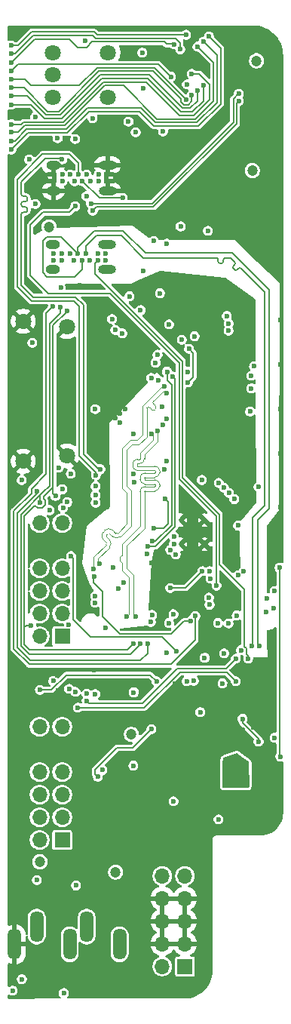
<source format=gbr>
%TF.GenerationSoftware,KiCad,Pcbnew,9.0.2*%
%TF.CreationDate,2025-06-25T16:41:34+02:00*%
%TF.ProjectId,tiliqua-motherboard,74696c69-7175-4612-9d6d-6f7468657262,rev?*%
%TF.SameCoordinates,Original*%
%TF.FileFunction,Copper,L3,Inr*%
%TF.FilePolarity,Positive*%
%FSLAX46Y46*%
G04 Gerber Fmt 4.6, Leading zero omitted, Abs format (unit mm)*
G04 Created by KiCad (PCBNEW 9.0.2) date 2025-06-25 16:41:34*
%MOMM*%
%LPD*%
G01*
G04 APERTURE LIST*
%TA.AperFunction,ComponentPad*%
%ADD10C,0.600000*%
%TD*%
%TA.AperFunction,ComponentPad*%
%ADD11O,1.600000X1.000000*%
%TD*%
%TA.AperFunction,ComponentPad*%
%ADD12O,2.000000X1.000000*%
%TD*%
%TA.AperFunction,ComponentPad*%
%ADD13R,1.700000X1.700000*%
%TD*%
%TA.AperFunction,ComponentPad*%
%ADD14O,1.700000X1.700000*%
%TD*%
%TA.AperFunction,ComponentPad*%
%ADD15C,1.800000*%
%TD*%
%TA.AperFunction,ComponentPad*%
%ADD16C,6.400000*%
%TD*%
%TA.AperFunction,HeatsinkPad*%
%ADD17C,0.500000*%
%TD*%
%TA.AperFunction,ComponentPad*%
%ADD18C,0.700000*%
%TD*%
%TA.AperFunction,ComponentPad*%
%ADD19C,4.400000*%
%TD*%
%TA.AperFunction,ComponentPad*%
%ADD20O,1.500000X3.500000*%
%TD*%
%TA.AperFunction,ViaPad*%
%ADD21C,0.600000*%
%TD*%
%TA.AperFunction,ViaPad*%
%ADD22C,1.200000*%
%TD*%
%TA.AperFunction,Conductor*%
%ADD23C,0.200000*%
%TD*%
%TA.AperFunction,Conductor*%
%ADD24C,0.150000*%
%TD*%
%TA.AperFunction,Conductor*%
%ADD25C,0.118000*%
%TD*%
G04 APERTURE END LIST*
D10*
%TO.N,GND*%
%TO.C,J5*%
X5565000Y-17145000D03*
%TO.N,/rp2040_jtag/RP2040_USB_VBUS*%
X6465000Y-17145000D03*
%TO.N,Net-(J5-CC1)*%
X7365000Y-17145000D03*
%TO.N,/rp2040_jtag/RP2040_USB_D+*%
X8265000Y-17145000D03*
%TO.N,/rp2040_jtag/RP2040_USB_D-*%
X9165000Y-17145000D03*
%TO.N,/rp2040_jtag/RP2040_USB_VBUS*%
X10515000Y-17145000D03*
%TO.N,GND*%
X11415000Y-17145000D03*
X5565000Y-17895000D03*
%TO.N,/rp2040_jtag/RP2040_USB_VBUS*%
X6465000Y-17895000D03*
%TO.N,Net-(J5-CC2)*%
X9615000Y-17895000D03*
%TO.N,/rp2040_jtag/RP2040_USB_D+*%
X8715000Y-17895000D03*
%TO.N,/rp2040_jtag/RP2040_USB_D-*%
X7815000Y-17895000D03*
%TO.N,/rp2040_jtag/RP2040_USB_VBUS*%
X10515000Y-17895000D03*
%TO.N,GND*%
X11415000Y-17895000D03*
D11*
X5440000Y-18950000D03*
D12*
X11540000Y-18950000D03*
D11*
X5440000Y-16090000D03*
D12*
X11540000Y-16090000D03*
%TD*%
D13*
%TO.N,Net-(J6-Pin_1)*%
%TO.C,J6*%
X20230000Y-105980000D03*
D14*
X17690000Y-105980000D03*
%TO.N,GND*%
X20230000Y-103440000D03*
X17690000Y-103440000D03*
X20230000Y-100900000D03*
X17690000Y-100900000D03*
X20230000Y-98360000D03*
X17690000Y-98360000D03*
%TO.N,Net-(J6-Pin_10)*%
X20230000Y-95820000D03*
X17690000Y-95820000D03*
%TD*%
D15*
%TO.N,GND*%
%TO.C,J10*%
X2065000Y-33600000D03*
X6965000Y-34200000D03*
X6965000Y-48700000D03*
X2065000Y-49300000D03*
%TD*%
D16*
%TO.N,GND*%
%TO.C,H3*%
X23615000Y-47200000D03*
%TD*%
D10*
%TO.N,GND*%
%TO.C,J7*%
X5498750Y-26005000D03*
%TO.N,SC_USB0_VBUS*%
X6398750Y-26005000D03*
%TO.N,/usbc/USB_CC1*%
X7298750Y-26005000D03*
%TO.N,SC_USB0_D+*%
X8198750Y-26005000D03*
%TO.N,SC_USB0_D-*%
X9098750Y-26005000D03*
%TO.N,SC_USB0_VBUS*%
X10448750Y-26005000D03*
%TO.N,GND*%
X11348750Y-26005000D03*
X5498750Y-26755000D03*
%TO.N,SC_USB0_VBUS*%
X6398750Y-26755000D03*
%TO.N,/usbc/USB_CC2*%
X9548750Y-26755000D03*
%TO.N,SC_USB0_D+*%
X8648750Y-26755000D03*
%TO.N,SC_USB0_D-*%
X7748750Y-26755000D03*
%TO.N,SC_USB0_VBUS*%
X10448750Y-26755000D03*
%TO.N,GND*%
X11348750Y-26755000D03*
D11*
X5373750Y-27810000D03*
D12*
X11473750Y-27810000D03*
D11*
X5373750Y-24950000D03*
D12*
X11473750Y-24950000D03*
%TD*%
D17*
%TO.N,GND*%
%TO.C,U2*%
X19740000Y-58600000D03*
X22440000Y-58600000D03*
X19740000Y-55900000D03*
X22440000Y-55900000D03*
%TD*%
D13*
%TO.N,Net-(J3-Pin_1)*%
%TO.C,J3*%
X6440000Y-68950000D03*
D14*
%TO.N,Net-(J3-Pin_2)*%
X6440000Y-66410000D03*
%TO.N,Net-(J3-Pin_3)*%
X6440000Y-63870000D03*
%TO.N,Net-(J3-Pin_4)*%
X6440000Y-61330000D03*
%TO.N,GND*%
X6440000Y-58790000D03*
%TO.N,+3V3*%
X6440000Y-56250000D03*
%TO.N,Net-(J3-Pin_7)*%
X3900000Y-68950000D03*
%TO.N,Net-(J3-Pin_8)*%
X3900000Y-66410000D03*
%TO.N,Net-(J3-Pin_9)*%
X3900000Y-63870000D03*
%TO.N,Net-(J3-Pin_10)*%
X3900000Y-61330000D03*
%TO.N,GND*%
X3900000Y-58790000D03*
%TO.N,+3V3*%
X3900000Y-56250000D03*
%TD*%
D18*
%TO.N,GND*%
%TO.C,H1*%
X27082000Y-23758800D03*
X27565274Y-22592074D03*
X27565274Y-24925526D03*
X28732000Y-22108800D03*
D19*
X28732000Y-23758800D03*
D18*
X28732000Y-25408800D03*
X29898726Y-22592074D03*
X29898726Y-24925526D03*
X30382000Y-23758800D03*
%TD*%
D15*
%TO.N,Net-(R21-Pad2)*%
%TO.C,SW3*%
X5340000Y-3450000D03*
%TO.N,Net-(R14-Pad2)*%
X5340000Y-8450000D03*
%TO.N,GND*%
X5340000Y-5950000D03*
X11590000Y-3450000D03*
%TO.N,Net-(R13-Pad2)*%
X11590000Y-8450000D03*
%TD*%
D13*
%TO.N,Net-(J2-Pin_1)*%
%TO.C,J2*%
X6440000Y-91810000D03*
D14*
%TO.N,Net-(J2-Pin_2)*%
X6440000Y-89270000D03*
%TO.N,Net-(J2-Pin_3)*%
X6440000Y-86730000D03*
%TO.N,Net-(J2-Pin_4)*%
X6440000Y-84190000D03*
%TO.N,GND*%
X6440000Y-81650000D03*
%TO.N,+3V3*%
X6440000Y-79110000D03*
%TO.N,Net-(J2-Pin_7)*%
X3900000Y-91810000D03*
%TO.N,Net-(J2-Pin_8)*%
X3900000Y-89270000D03*
%TO.N,Net-(J2-Pin_9)*%
X3900000Y-86730000D03*
%TO.N,Net-(J2-Pin_10)*%
X3900000Y-84190000D03*
%TO.N,GND*%
X3900000Y-81650000D03*
%TO.N,+3V3*%
X3900000Y-79110000D03*
%TD*%
D18*
%TO.N,GND*%
%TO.C,H2*%
X27082000Y-88842074D03*
X27565274Y-87675348D03*
X27565274Y-90008800D03*
X28732000Y-87192074D03*
D19*
X28732000Y-88842074D03*
D18*
X28732000Y-90492074D03*
X29898726Y-87675348D03*
X29898726Y-90008800D03*
X30382000Y-88842074D03*
%TD*%
D20*
%TO.N,GND*%
%TO.C,J4*%
X1090000Y-103507736D03*
%TO.N,Net-(J4-PadS)*%
X9190000Y-101507736D03*
%TO.N,unconnected-(J4-PadSN)*%
X7290000Y-103507736D03*
%TO.N,Net-(D1-A)*%
X3590000Y-101507736D03*
%TO.N,unconnected-(J4-PadTN)*%
X12890000Y-103507736D03*
%TD*%
D21*
%TO.N,GND*%
X28440000Y-20450000D03*
X23940000Y-79950000D03*
X28433657Y-75199999D03*
X27707566Y-36446090D03*
X24440000Y-1450000D03*
X16440000Y-14450000D03*
X6183657Y-45199999D03*
X18690000Y-700000D03*
X28440000Y-10450000D03*
X17890000Y-60699999D03*
D22*
X17440000Y-78450000D03*
D21*
X29433657Y-81199999D03*
X8444908Y-29593033D03*
X1183657Y-94449999D03*
X19940000Y-84412500D03*
X23756961Y-85950000D03*
X27941496Y-79131619D03*
X1933657Y-949999D03*
X19733657Y-6249999D03*
X28683657Y-82699999D03*
X14440000Y-108450000D03*
X30933657Y-33449999D03*
X29433657Y-83449999D03*
X14533657Y-51649999D03*
X30183657Y-82699999D03*
X2302241Y-73145027D03*
X20933657Y-34449999D03*
X25169540Y-74553293D03*
X6590000Y-22800000D03*
X10492191Y-46051000D03*
X1183657Y-80449999D03*
X5894300Y-73341918D03*
X12933657Y-43949999D03*
X28440000Y-12450000D03*
X29183657Y-76699999D03*
X28433657Y-77449999D03*
X6182657Y-43099999D03*
X12933657Y-44949999D03*
X23863657Y-33699999D03*
X9728569Y-16042335D03*
X8440000Y-108450000D03*
X15202282Y-40289192D03*
X690000Y-20450000D03*
D22*
X22440000Y-74450000D03*
D21*
X1440000Y-42450000D03*
X20333657Y-33049999D03*
X12940000Y-850000D03*
X24933657Y-80949999D03*
X690000Y-28450000D03*
X16433657Y-60699999D03*
X10440000Y-108450000D03*
X14433657Y-50749999D03*
X16440000Y-18450000D03*
X22964998Y-63250002D03*
X940000Y-1699999D03*
X6011000Y-75044099D03*
X1183657Y-92449999D03*
X9497000Y-40152197D03*
X1183657Y-78449999D03*
X28683657Y-81949999D03*
X1440000Y-36450000D03*
X30037427Y-61258448D03*
X13933657Y-35699999D03*
X1440000Y-46450000D03*
X17933657Y-50189999D03*
X28440000Y-74450000D03*
X12933657Y-42949999D03*
X1183657Y-82449999D03*
X23726511Y-82924737D03*
X10065000Y-72709400D03*
X19133657Y-74249999D03*
X1183657Y-88449999D03*
X6243657Y-44149999D03*
X29975971Y-74217349D03*
X1183657Y-84449999D03*
X21133657Y-43049999D03*
X6683657Y-51449999D03*
X30183657Y-81949999D03*
X7340000Y-75950000D03*
X1690000Y-31450000D03*
X30933657Y-38449999D03*
X28683657Y-83449999D03*
X29986855Y-69766042D03*
D22*
X25654247Y-90171510D03*
D21*
X11133657Y-52449999D03*
X24433657Y-81449999D03*
X25933657Y-80949999D03*
X690000Y-26450000D03*
X28433657Y-76699999D03*
X21988362Y-84371891D03*
X18733657Y-38649999D03*
X30957763Y-43449999D03*
X30133657Y-9449999D03*
X1440000Y-44450000D03*
X11433657Y-34699999D03*
X28440000Y-18450000D03*
X15933657Y-59699999D03*
X20940000Y-79450000D03*
X12433657Y-42449999D03*
X17527956Y-67528773D03*
X29433657Y-81949999D03*
X25433657Y-81449999D03*
X20940000Y-84450000D03*
X29183657Y-75199999D03*
X12433657Y-44449999D03*
X6540000Y-75550000D03*
X26440000Y-1450000D03*
X690000Y-30450000D03*
X29183657Y-75949999D03*
X30465000Y-8450000D03*
X12933657Y-41949999D03*
X961272Y-76758440D03*
X30933657Y-48449999D03*
X30183657Y-83449999D03*
X30923657Y-54449999D03*
X28433657Y-75949999D03*
X1440000Y-38450000D03*
X1183657Y-90449999D03*
D22*
X22750000Y-69740000D03*
D21*
X690000Y-24450000D03*
X28440000Y-14450000D03*
X29433657Y-82699999D03*
X1183657Y-86449999D03*
X690000Y-22450000D03*
X28440000Y-1450000D03*
X12192157Y-61199999D03*
X1440000Y-40450000D03*
X6572201Y-38082230D03*
X13533657Y-43428138D03*
X24933657Y-35699999D03*
X10212782Y-22800000D03*
X30957763Y-27999999D03*
X30440000Y-3450000D03*
X17683657Y-43199999D03*
X15933657Y-30449999D03*
X29293518Y-80268986D03*
X1683657Y-10449999D03*
D22*
X10790000Y-90950000D03*
D21*
X26691630Y-79442028D03*
X12440000Y-108450000D03*
X6333657Y-36249999D03*
X19933657Y-21449999D03*
X16440000Y-16450000D03*
D22*
X14219756Y-91350000D03*
D21*
X18440000Y-83450000D03*
X11440000Y-54450000D03*
%TO.N,+3V3*%
X18574281Y-63512070D03*
X10147407Y-65159400D03*
D22*
X27790000Y-16690000D03*
D21*
X10158657Y-43449999D03*
X22185887Y-61625745D03*
X16705127Y-56849999D03*
X17433657Y-30449999D03*
X9860233Y-10820232D03*
X27183657Y-85449999D03*
X26433657Y-83946989D03*
X29340000Y-66250000D03*
X26430137Y-84699999D03*
X10163439Y-64429051D03*
X14481809Y-75235000D03*
X30291970Y-80324999D03*
X17973657Y-53519999D03*
X29440000Y-64650000D03*
X15580000Y-27960000D03*
X27533657Y-43725000D03*
X27183657Y-84699999D03*
X28483657Y-52169999D03*
X14433657Y-46249999D03*
X14433657Y-83449999D03*
X30291971Y-63875624D03*
X6615000Y-108975000D03*
X24933657Y-84699999D03*
X3445735Y-20440000D03*
D22*
X28265000Y-4375000D03*
D21*
X18190000Y-24900000D03*
X25683657Y-83949999D03*
X25683657Y-85449999D03*
X17152566Y-37341090D03*
X10187351Y-52096169D03*
X25683657Y-84699999D03*
X26190000Y-56518666D03*
X24933657Y-83949999D03*
X24933657Y-85449999D03*
X9040000Y-2130000D03*
X13183657Y-34949999D03*
D22*
X14219756Y-79949998D03*
D21*
X14690000Y-12375000D03*
X26433657Y-85449999D03*
X22115000Y-51400000D03*
X5923866Y-13045686D03*
%TO.N,Net-(D1-A)*%
X3590000Y-96300000D03*
%TO.N,Net-(D1-K)*%
X7990000Y-96900000D03*
%TO.N,Net-(D5-K)*%
X22930000Y-1640000D03*
X732000Y-14320000D03*
%TO.N,Net-(D6-K)*%
X20340000Y-1450000D03*
X699500Y-2650000D03*
%TO.N,Net-(D7-K)*%
X17750000Y-12300000D03*
X867626Y-108695513D03*
X2733657Y-15449999D03*
%TO.N,Net-(R15-Pad1)*%
X30841970Y-61231722D03*
X30940000Y-82450000D03*
D22*
%TO.N,+5V*%
X3933657Y-94250000D03*
D21*
X15243657Y-32349999D03*
X16715000Y-24600000D03*
D22*
X4965000Y-23025000D03*
D21*
X21940000Y-77450000D03*
X18940000Y-87450000D03*
%TO.N,Net-(U2-GPIO22{slash}SPI0_SCK{slash}UART1_CTS{slash}I2C1_SDA{slash}PWM3_A{slash}CLOCK_GPIN1{slash}USB_VBUS_DET)*%
X7887249Y-13145306D03*
X19740000Y-22950000D03*
X18133657Y-49300000D03*
D22*
%TO.N,-12V*%
X12440000Y-95400000D03*
D21*
X6440000Y-52450000D03*
%TO.N,+12V*%
X7399998Y-50700000D03*
X23990000Y-89489496D03*
%TO.N,ENC_S*%
X18188322Y-70816957D03*
X24933657Y-32997016D03*
X15533657Y-7449999D03*
%TO.N,ENC_B*%
X13881675Y-11203769D03*
X25133657Y-33849999D03*
X23115000Y-62449999D03*
%TO.N,ENC_A*%
X25133657Y-34649999D03*
X15433657Y-3449999D03*
X22985886Y-61623320D03*
%TO.N,GPDI_HPD*%
X16047383Y-69776945D03*
X3567893Y-52647893D03*
X16933657Y-38239999D03*
X3080000Y-36019999D03*
%TO.N,SC_USB0_ID*%
X7890000Y-20700000D03*
X23765000Y-63249999D03*
%TO.N,FFC_SDIN1*%
X10175982Y-53096276D03*
%TO.N,FFC_BICK*%
X6524828Y-54524629D03*
%TO.N,FFC_LRCK*%
X7015000Y-53892383D03*
%TO.N,ECP5_M10_TDO*%
X25166726Y-52854313D03*
X22440000Y-71350000D03*
%TO.N,/rp2040_jtag/RP2040_USB_D+*%
X10240000Y-50850000D03*
X13243528Y-19775000D03*
%TO.N,FFC_SDOUT1*%
X10200001Y-53949998D03*
%TO.N,EX2_4*%
X22990000Y-65405072D03*
%TO.N,EX2_8*%
X25934832Y-73984400D03*
X8183657Y-76949999D03*
%TO.N,EX2_10*%
X22915205Y-64608574D03*
%TO.N,SC_USB0_VBUS*%
X6277735Y-29849999D03*
X27314999Y-71434400D03*
%TO.N,EX2_9*%
X25940000Y-71450000D03*
X9183657Y-76199999D03*
%TO.N,EX2_3*%
X23940000Y-67450000D03*
%TO.N,ECP5_R11_TDI*%
X25140000Y-67501472D03*
X25766726Y-53550000D03*
%TO.N,EX1_10*%
X7183657Y-67649998D03*
X5433657Y-73949999D03*
%TO.N,ECP5_T10_TCK*%
X24615000Y-52275000D03*
X26042373Y-66600510D03*
%TO.N,EX1_9*%
X10057950Y-62200999D03*
X20840000Y-67227192D03*
%TO.N,ECP5_T11_TMS*%
X24015000Y-51725000D03*
X24633139Y-70859869D03*
%TO.N,/rp2040_jtag/RP2040_USB_D-*%
X10733621Y-50188291D03*
X6438213Y-15445795D03*
%TO.N,EX1_4*%
X19265735Y-70624265D03*
X7433657Y-59949999D03*
%TO.N,PLL_CLK1*%
X18933657Y-66449999D03*
X21228961Y-73935649D03*
%TO.N,RP2040_UART0_TX*%
X26190000Y-62100000D03*
X24440000Y-74225000D03*
%TO.N,Net-(D8-K)*%
X20340000Y-8700000D03*
X714500Y-6440000D03*
%TO.N,Net-(D9-K)*%
X732000Y-13370000D03*
X22290000Y-2220000D03*
%TO.N,Net-(D10-K)*%
X19700000Y-3090000D03*
X699500Y-3575000D03*
%TO.N,Net-(D11-K)*%
X21316610Y-35275163D03*
X22789999Y-23450000D03*
X20455144Y-7017180D03*
X5030000Y-54790000D03*
X1910007Y-107415846D03*
%TO.N,Net-(D12-K)*%
X714500Y-7390000D03*
X20973715Y-8211728D03*
%TO.N,Net-(D13-K)*%
X21640000Y-2780000D03*
X760000Y-12410000D03*
%TO.N,Net-(D14-K)*%
X19030000Y-2520000D03*
X699500Y-4550000D03*
%TO.N,Net-(U12-~{CS})*%
X20565000Y-40450000D03*
X19211908Y-59750536D03*
X20683657Y-36699999D03*
%TO.N,Net-(U12-DO(IO1))*%
X20565000Y-39250000D03*
X18587838Y-59250000D03*
%TO.N,Net-(U12-CLK)*%
X19873045Y-35667478D03*
X27683657Y-39699999D03*
X16540947Y-58247196D03*
X18208396Y-39253410D03*
%TO.N,Net-(U12-DI(IO0))*%
X27690000Y-41125000D03*
X18990000Y-58558430D03*
%TO.N,Net-(U12-IO3)*%
X18989998Y-57758428D03*
X27990000Y-38650000D03*
%TO.N,Net-(D16-K)*%
X714500Y-8340000D03*
X21640000Y-7740000D03*
%TO.N,Net-(D17-K)*%
X760000Y-11490000D03*
X20990000Y-5830000D03*
%TO.N,Net-(D18-K)*%
X699500Y-5500000D03*
X18640000Y-6150000D03*
%TO.N,Net-(D20-K)*%
X714500Y-9290000D03*
X22290000Y-7150000D03*
%TO.N,SC_USB0_D+*%
X28565000Y-70025000D03*
%TO.N,SC_USB0_D-*%
X27715000Y-70025000D03*
%TO.N,Net-(U12-IO2)*%
X18815000Y-39775000D03*
X16026528Y-58859876D03*
%TO.N,Net-(R14-Pad2)*%
X3415784Y-10645686D03*
%TO.N,GPDI_DDC_EN*%
X30201507Y-65779648D03*
X18433657Y-33949999D03*
%TO.N,FFC_PDN_D*%
X9183657Y-75400000D03*
%TO.N,GPDI_D1+*%
X17753658Y-45249999D03*
X16540266Y-66558879D03*
%TO.N,GPDI_CK+*%
X13340521Y-62949479D03*
X17224121Y-40208785D03*
%TO.N,GPDI_D2+*%
X13683657Y-66699999D03*
X16465000Y-46249999D03*
%TO.N,GPDI_D0-*%
X17927526Y-40927008D03*
X9990371Y-61359787D03*
%TO.N,GPDI_CK-*%
X12739479Y-63550521D03*
X16433657Y-39949999D03*
%TO.N,GPDI_D2-*%
X14683657Y-66717326D03*
X17133657Y-45869285D03*
%TO.N,GPDI_D1-*%
X16408628Y-67347977D03*
X18183657Y-44574999D03*
%TO.N,GPDI_D0+*%
X18133657Y-41699999D03*
X10591413Y-60758745D03*
%TO.N,USB_VBUS_EN*%
X13990000Y-30790000D03*
X5390000Y-31925000D03*
X21390000Y-66649999D03*
%TO.N,MOBO_I2C_SCL*%
X5683657Y-53199999D03*
X14410000Y-69810000D03*
X6976137Y-32425000D03*
X10933657Y-83949999D03*
X9665000Y-20375000D03*
X12409392Y-34574265D03*
X26260000Y-8054634D03*
X2953482Y-67718389D03*
%TO.N,RP2040_UART0_RX*%
X26515000Y-70500000D03*
X26826347Y-61615164D03*
%TO.N,USB_INT*%
X9150000Y-19560000D03*
X17029279Y-73991289D03*
X3940000Y-74949999D03*
X1890000Y-51400000D03*
%TO.N,FFC_PDN_CLK*%
X11290000Y-67970000D03*
%TO.N,MOBO_I2C_SDA*%
X3933657Y-53949999D03*
X12033657Y-33350000D03*
X10433657Y-84699999D03*
X15209694Y-69787786D03*
X6185202Y-32025000D03*
X9871131Y-21200000D03*
X6033035Y-50030743D03*
X26260000Y-8863520D03*
X16457467Y-79349998D03*
%TO.N,Net-(U10-EN)*%
X26683657Y-78199999D03*
X28492146Y-80749998D03*
%TO.N,PLL_CLK0*%
X20428324Y-73984400D03*
X18433657Y-67449999D03*
%TO.N,Net-(J8-G8)*%
X10160824Y-75427166D03*
%TO.N,Net-(J8-G7{slash}BUS7)*%
X7931604Y-75172976D03*
%TO.N,Net-(J8-G6{slash}BUS6)*%
X7203040Y-74842523D03*
%TD*%
D23*
%TO.N,+3V3*%
X20299562Y-63512070D02*
X22185887Y-61625745D01*
X17973657Y-53519999D02*
X18333657Y-53879999D01*
X18333657Y-53879999D02*
X18333657Y-56349999D01*
X18574281Y-63512070D02*
X20299562Y-63512070D01*
X18333657Y-56349999D02*
X17833657Y-56849999D01*
X17833657Y-56849999D02*
X16705127Y-56849999D01*
%TO.N,Net-(D5-K)*%
X24230000Y-2940000D02*
X22930000Y-1640000D01*
X732000Y-14320000D02*
X2606314Y-12445686D01*
X15098628Y-10050000D02*
X16748628Y-11700000D01*
X24230000Y-9212744D02*
X24230000Y-2940000D01*
X7028629Y-12445686D02*
X9424315Y-10050000D01*
X9424315Y-10050000D02*
X15098628Y-10050000D01*
X16748628Y-11700000D02*
X21742744Y-11700000D01*
X21742744Y-11700000D02*
X24230000Y-9212744D01*
X2606314Y-12445686D02*
X7028629Y-12445686D01*
%TO.N,Net-(D6-K)*%
X10019999Y-1130000D02*
X2988128Y-1130000D01*
X10339999Y-1450000D02*
X10019999Y-1130000D01*
X1468128Y-2650000D02*
X699500Y-2650000D01*
X20340000Y-1450000D02*
X10339999Y-1450000D01*
X2988128Y-1130000D02*
X1468128Y-2650000D01*
%TO.N,Net-(R15-Pad1)*%
X30841970Y-61231722D02*
X30841970Y-82351970D01*
X30841970Y-82351970D02*
X30940000Y-82450000D01*
%TO.N,GPDI_HPD*%
X15243656Y-71640000D02*
X16047383Y-70836273D01*
X2848628Y-71640000D02*
X15243656Y-71640000D01*
X3567893Y-52930737D02*
X1624315Y-54874315D01*
X16047383Y-70836273D02*
X16047383Y-69776945D01*
X3567893Y-52647893D02*
X3567893Y-52930737D01*
X1624315Y-54874315D02*
X1390000Y-55108629D01*
X1390000Y-55108629D02*
X1390000Y-70181372D01*
X1390000Y-70181372D02*
X2848628Y-71640000D01*
%TO.N,SC_USB0_ID*%
X19565000Y-38240686D02*
X11774313Y-30449999D01*
X4300000Y-21370000D02*
X7220000Y-21370000D01*
X2865000Y-28445000D02*
X2865000Y-22805000D01*
X23715000Y-63199999D02*
X23715000Y-55450000D01*
X23715000Y-55450000D02*
X19565000Y-51300000D01*
X7220000Y-21370000D02*
X7890000Y-20700000D01*
X11774313Y-30449999D02*
X4869999Y-30449999D01*
X23765000Y-63249999D02*
X23715000Y-63199999D01*
X19565000Y-51300000D02*
X19565000Y-38240686D01*
X2865000Y-22805000D02*
X4300000Y-21370000D01*
X4869999Y-30449999D02*
X2865000Y-28445000D01*
%TO.N,/rp2040_jtag/RP2040_USB_D+*%
X2971800Y-31325000D02*
X1390000Y-29743200D01*
X8365000Y-48668199D02*
X8365000Y-31943200D01*
X7746800Y-31325000D02*
X2971800Y-31325000D01*
X13243528Y-19775000D02*
X10595000Y-19775000D01*
X8265000Y-15875000D02*
X8265000Y-17145000D01*
X8365000Y-31943200D02*
X7746800Y-31325000D01*
X4220000Y-14840000D02*
X7230000Y-14840000D01*
X10240000Y-50543199D02*
X8365000Y-48668199D01*
X10240000Y-50850000D02*
X10240000Y-50543199D01*
X1390000Y-17670000D02*
X4220000Y-14840000D01*
X7230000Y-14840000D02*
X8265000Y-15875000D01*
X10595000Y-19775000D02*
X8715000Y-17895000D01*
X1390000Y-29743200D02*
X1390000Y-17670000D01*
%TO.N,EX2_8*%
X8183657Y-76949999D02*
X15656425Y-76949999D01*
X15656425Y-76949999D02*
X19656425Y-72949999D01*
X24900431Y-72949999D02*
X25934832Y-73984400D01*
X19656425Y-72949999D02*
X24900431Y-72949999D01*
%TO.N,SC_USB0_VBUS*%
X27314999Y-71434400D02*
X27314999Y-71132871D01*
X27098118Y-70915990D02*
X27098118Y-70303886D01*
X10140000Y-27063750D02*
X10448750Y-26755000D01*
X10140000Y-28250000D02*
X10140000Y-27063750D01*
X24115000Y-60873529D02*
X24115000Y-55275000D01*
X26878242Y-63636771D02*
X24115000Y-60873529D01*
X19965000Y-38075000D02*
X10140000Y-28250000D01*
X24115000Y-55275000D02*
X19965000Y-51125000D01*
X27314999Y-71132871D02*
X27098118Y-70915990D01*
X26878242Y-70084010D02*
X26878242Y-63636771D01*
X19965000Y-51125000D02*
X19965000Y-38075000D01*
X27098118Y-70303886D02*
X26878242Y-70084010D01*
%TO.N,EX2_9*%
X19319097Y-72550000D02*
X15419098Y-76449999D01*
X9433657Y-76449999D02*
X9183657Y-76199999D01*
X25940000Y-71450000D02*
X24840000Y-72550000D01*
X24840000Y-72550000D02*
X19319097Y-72550000D01*
X15419098Y-76449999D02*
X9433657Y-76449999D01*
D24*
%TO.N,EX1_9*%
X10057950Y-62200999D02*
X9933657Y-62325292D01*
X18646965Y-68699999D02*
X20119772Y-67227192D01*
X9933657Y-62949999D02*
X10933657Y-63949999D01*
X12933657Y-68699999D02*
X18646965Y-68699999D01*
X20119772Y-67227192D02*
X20840000Y-67227192D01*
X9933657Y-62325292D02*
X9933657Y-62949999D01*
X10933657Y-66699999D02*
X12933657Y-68699999D01*
X10933657Y-63949999D02*
X10933657Y-66699999D01*
D23*
%TO.N,/rp2040_jtag/RP2040_USB_D-*%
X1840000Y-21610530D02*
X1840000Y-21730530D01*
X2300430Y-21370530D02*
X2080000Y-21370530D01*
X6438213Y-15445795D02*
X6282418Y-15290000D01*
X6282418Y-15290000D02*
X4493200Y-15290000D01*
X2080000Y-19570530D02*
X2300432Y-19570530D01*
X2080000Y-20770530D02*
X2300430Y-20770530D01*
X2540432Y-19810530D02*
X2540432Y-19930530D01*
X10733621Y-50188291D02*
X10521490Y-50188291D01*
X4493200Y-15290000D02*
X1840000Y-17943200D01*
X2300432Y-20170530D02*
X2080000Y-20170530D01*
X1840000Y-20410530D02*
X1840000Y-20530530D01*
X3158200Y-30875000D02*
X1840000Y-29556800D01*
X8815000Y-48481801D02*
X8815000Y-31756800D01*
X1840000Y-17943200D02*
X1840000Y-19330530D01*
X2540430Y-21010530D02*
X2540430Y-21130530D01*
X10521490Y-50188291D02*
X8815000Y-48481801D01*
X7933200Y-30875000D02*
X3158200Y-30875000D01*
X1840000Y-29556800D02*
X1840000Y-22926449D01*
X8815000Y-31756800D02*
X7933200Y-30875000D01*
X1840000Y-21730530D02*
X1840000Y-22926449D01*
X2080000Y-20170530D02*
G75*
G03*
X1840030Y-20410530I0J-239970D01*
G01*
X2540432Y-19930530D02*
G75*
G02*
X2300432Y-20170532I-240002J0D01*
G01*
X1840000Y-19330530D02*
G75*
G03*
X2080000Y-19570530I240000J0D01*
G01*
X2300432Y-19570530D02*
G75*
G02*
X2540430Y-19810530I-2J-240000D01*
G01*
X2080000Y-21370530D02*
G75*
G03*
X1840030Y-21610530I0J-239970D01*
G01*
X2300430Y-20770530D02*
G75*
G02*
X2540370Y-21010530I-30J-239970D01*
G01*
X2540430Y-21130530D02*
G75*
G02*
X2300430Y-21370530I-240000J0D01*
G01*
X1840000Y-20530530D02*
G75*
G03*
X2080000Y-20770530I240000J0D01*
G01*
%TO.N,EX1_4*%
X9602839Y-69024999D02*
X7655917Y-67078077D01*
X19265735Y-70624265D02*
X17666469Y-69024999D01*
X7655917Y-67078077D02*
X7655917Y-60172259D01*
X7655917Y-60172259D02*
X7433657Y-59949999D01*
X17666469Y-69024999D02*
X9602839Y-69024999D01*
%TO.N,Net-(D8-K)*%
X2940000Y-7150000D02*
X8364513Y-7150000D01*
X10364513Y-5150000D02*
X16790000Y-5150000D01*
X16790000Y-5150000D02*
X20340000Y-8700000D01*
X2230000Y-6440000D02*
X2940000Y-7150000D01*
X714500Y-6440000D02*
X2230000Y-6440000D01*
X8364513Y-7150000D02*
X10364513Y-5150000D01*
%TO.N,Net-(D9-K)*%
X15264314Y-9650000D02*
X16914314Y-11300000D01*
X21577058Y-11300000D02*
X23830000Y-9047058D01*
X6862943Y-12045686D02*
X9258629Y-9650000D01*
X2440628Y-12045686D02*
X6862943Y-12045686D01*
X23830000Y-9047058D02*
X23830000Y-3760000D01*
X16914314Y-11300000D02*
X21577058Y-11300000D01*
X23830000Y-3760000D02*
X22290000Y-2220000D01*
X732000Y-13370000D02*
X1116314Y-13370000D01*
X1116314Y-13370000D02*
X2440628Y-12045686D01*
X9258629Y-9650000D02*
X15264314Y-9650000D01*
%TO.N,Net-(D10-K)*%
X3153814Y-1530000D02*
X9854314Y-1530000D01*
X10174314Y-1850000D02*
X19208529Y-1850000D01*
X9854314Y-1530000D02*
X10174314Y-1850000D01*
X19700000Y-2341471D02*
X19700000Y-3090000D01*
X19208529Y-1850000D02*
X19700000Y-2341471D01*
X699500Y-3575000D02*
X1108814Y-3575000D01*
X1108814Y-3575000D02*
X3153814Y-1530000D01*
%TO.N,Net-(D12-K)*%
X6034513Y-10045686D02*
X10530199Y-5550000D01*
X4795686Y-10045686D02*
X6034513Y-10045686D01*
X19740000Y-8665686D02*
X19740000Y-8948529D01*
X16624314Y-5550000D02*
X19740000Y-8665686D01*
X2140000Y-7390000D02*
X4795686Y-10045686D01*
X20973715Y-8914814D02*
X20973715Y-8211728D01*
X20091471Y-9300000D02*
X20588529Y-9300000D01*
X10530199Y-5550000D02*
X16624314Y-5550000D01*
X714500Y-7390000D02*
X2140000Y-7390000D01*
X20588529Y-9300000D02*
X20973715Y-8914814D01*
X19740000Y-8948529D02*
X20091471Y-9300000D01*
%TO.N,Net-(D13-K)*%
X11192943Y-7150000D02*
X13330000Y-7150000D01*
X760000Y-12410000D02*
X1510628Y-12410000D01*
X13330000Y-7150000D02*
X17080000Y-10900000D01*
X1510628Y-12410000D02*
X2274942Y-11645686D01*
X2274942Y-11645686D02*
X6697257Y-11645686D01*
X17080000Y-10900000D02*
X21411372Y-10900000D01*
X6931571Y-11411371D02*
X11192943Y-7150000D01*
X23430000Y-4570000D02*
X21640000Y-2780000D01*
X6697257Y-11645686D02*
X6931571Y-11411371D01*
X23430000Y-8881372D02*
X23430000Y-4570000D01*
X21411372Y-10900000D02*
X23430000Y-8881372D01*
%TO.N,Net-(D14-K)*%
X18141471Y-2500000D02*
X19010000Y-2500000D01*
X699500Y-4550000D02*
X3319500Y-1930000D01*
X8140000Y-2850000D02*
X9210000Y-2850000D01*
X3319500Y-1930000D02*
X7220000Y-1930000D01*
X7220000Y-1930000D02*
X8140000Y-2850000D01*
X17891471Y-2250000D02*
X18141471Y-2500000D01*
X9210000Y-2850000D02*
X9810000Y-2250000D01*
X19010000Y-2500000D02*
X19030000Y-2520000D01*
X9810000Y-2250000D02*
X17891471Y-2250000D01*
%TO.N,Net-(U12-~{CS})*%
X21165000Y-39850000D02*
X21165000Y-37181342D01*
X20565000Y-40450000D02*
X21165000Y-39850000D01*
X21165000Y-37181342D02*
X20683657Y-36699999D01*
%TO.N,Net-(U12-CLK)*%
X18733657Y-56449999D02*
X16936460Y-58247196D01*
X18208396Y-40199999D02*
X18733657Y-40725260D01*
X18733657Y-40725260D02*
X18733657Y-56449999D01*
X18208396Y-39253410D02*
X18208396Y-40199999D01*
X16936460Y-58247196D02*
X16540947Y-58247196D01*
%TO.N,Net-(D16-K)*%
X10695885Y-5950000D02*
X16175785Y-5950000D01*
X21640000Y-8890000D02*
X21640000Y-7740000D01*
X20830000Y-9700000D02*
X21640000Y-8890000D01*
X2524314Y-8340000D02*
X4630000Y-10445686D01*
X16175785Y-5950000D02*
X19925785Y-9700000D01*
X714500Y-8340000D02*
X2524314Y-8340000D01*
X4630000Y-10445686D02*
X6200199Y-10445686D01*
X19925785Y-9700000D02*
X20830000Y-9700000D01*
X6200199Y-10445686D02*
X10695885Y-5950000D01*
%TO.N,Net-(D17-K)*%
X760000Y-11490000D02*
X1864942Y-11490000D01*
X15844413Y-6750000D02*
X19594413Y-10500000D01*
X6531571Y-11245686D02*
X11027257Y-6750000D01*
X23030000Y-8715686D02*
X23030000Y-7041471D01*
X21818529Y-5830000D02*
X20990000Y-5830000D01*
X2109256Y-11245686D02*
X6531571Y-11245686D01*
X11027257Y-6750000D02*
X15844413Y-6750000D01*
X23030000Y-7041471D02*
X21818529Y-5830000D01*
X1864942Y-11490000D02*
X2109256Y-11245686D01*
X21245686Y-10500000D02*
X23030000Y-8715686D01*
X19594413Y-10500000D02*
X21245686Y-10500000D01*
%TO.N,Net-(D18-K)*%
X17240000Y-4750000D02*
X1449500Y-4750000D01*
X1449500Y-4750000D02*
X699500Y-5500000D01*
X18640000Y-6150000D02*
X17240000Y-4750000D01*
%TO.N,Net-(D20-K)*%
X21080000Y-10100000D02*
X22290000Y-8890000D01*
X10861571Y-6350000D02*
X16010099Y-6350000D01*
X714500Y-9290000D02*
X2908628Y-9290000D01*
X2908628Y-9290000D02*
X4464314Y-10845686D01*
X22290000Y-8890000D02*
X22290000Y-7150000D01*
X6365885Y-10845686D02*
X10861571Y-6350000D01*
X19760099Y-10100000D02*
X21080000Y-10100000D01*
X16010099Y-6350000D02*
X19760099Y-10100000D01*
X4464314Y-10845686D02*
X6365885Y-10845686D01*
%TO.N,SC_USB0_D+*%
X4250000Y-24600000D02*
X4250000Y-28117621D01*
D24*
X10073683Y-23434499D02*
X8198750Y-25309432D01*
D23*
X8648750Y-27771250D02*
X8648750Y-26755000D01*
X4700000Y-24150000D02*
X4250000Y-24600000D01*
D24*
X29699157Y-30090025D02*
X25543631Y-25934499D01*
D23*
X6343750Y-24150000D02*
X4700000Y-24150000D01*
D24*
X25543631Y-25934499D02*
X15793631Y-25934499D01*
X13293631Y-23434499D02*
X10073683Y-23434499D01*
X28430501Y-55863985D02*
X29699157Y-54595329D01*
D23*
X8198750Y-26005000D02*
X6343750Y-24150000D01*
X7810000Y-28610000D02*
X8648750Y-27771250D01*
X4742379Y-28610000D02*
X7810000Y-28610000D01*
D24*
X29699157Y-54595329D02*
X29699157Y-30090025D01*
D23*
X4250000Y-28117621D02*
X4742379Y-28610000D01*
D24*
X28430501Y-69890501D02*
X28430501Y-55863985D01*
X28565000Y-70025000D02*
X28430501Y-69890501D01*
X8198750Y-25309432D02*
X8198750Y-26005000D01*
X15793631Y-25934499D02*
X13293631Y-23434499D01*
%TO.N,SC_USB0_D-*%
X15573683Y-26465499D02*
X23708560Y-26465499D01*
X27849499Y-55623327D02*
X27849499Y-69890501D01*
X25668584Y-27718657D02*
X25753436Y-27803509D01*
X9098750Y-25160380D02*
X10293631Y-23965499D01*
X10293631Y-23965499D02*
X13073683Y-23965499D01*
X24908560Y-26465499D02*
X25323683Y-26465499D01*
X29168157Y-54304669D02*
X27849499Y-55623327D01*
X26092848Y-27803509D02*
X26207565Y-27688791D01*
X26546976Y-27688791D02*
X26631830Y-27773646D01*
X27849499Y-69890501D02*
X27715000Y-70025000D01*
X25783302Y-27264529D02*
X25668584Y-27379246D01*
X24548560Y-26867783D02*
X24548560Y-26705499D01*
X29168157Y-30309973D02*
X29168157Y-54304669D01*
X24188560Y-27107783D02*
X24308560Y-27107783D01*
X24788560Y-26465499D02*
X24908560Y-26465499D01*
X13073683Y-23965499D02*
X15573683Y-26465499D01*
X25323683Y-26465499D02*
X25783302Y-26925118D01*
X9098750Y-26005000D02*
X9098750Y-25160380D01*
X23948560Y-26705499D02*
X23948560Y-26867783D01*
X26631830Y-27773646D02*
X27584634Y-28726450D01*
X27584634Y-28726450D02*
X29168157Y-30309973D01*
X25783302Y-26925118D02*
G75*
G02*
X25783279Y-27264505I-169702J-169682D01*
G01*
X24308560Y-27107783D02*
G75*
G03*
X24548583Y-26867783I40J239983D01*
G01*
X26207565Y-27688791D02*
G75*
G02*
X26546976Y-27688790I169706J-169707D01*
G01*
X23948560Y-26867783D02*
G75*
G03*
X24188560Y-27107840I240040J-17D01*
G01*
X23708560Y-26465499D02*
G75*
G02*
X23948601Y-26705499I40J-240001D01*
G01*
X25753436Y-27803509D02*
G75*
G03*
X26092848Y-27803509I169706J169704D01*
G01*
X24548560Y-26705499D02*
G75*
G02*
X24788560Y-26465460I240040J-1D01*
G01*
X25668584Y-27379246D02*
G75*
G03*
X25668535Y-27718705I169716J-169754D01*
G01*
D23*
%TO.N,Net-(U12-IO2)*%
X16026528Y-58859876D02*
X16889466Y-58859876D01*
X16889466Y-58859876D02*
X19133657Y-56615685D01*
X19133657Y-56615685D02*
X19133657Y-40093657D01*
X19133657Y-40093657D02*
X18815000Y-39775000D01*
D25*
%TO.N,GPDI_D2+*%
X13184157Y-58596653D02*
X15184157Y-56596653D01*
X13925493Y-66458163D02*
X13925493Y-62294681D01*
X16824657Y-50339999D02*
X15742157Y-50339999D01*
X15742157Y-50339999D02*
X15125157Y-50339999D01*
X15184157Y-48864999D02*
X15184157Y-48346653D01*
X13925493Y-62294681D02*
X13184157Y-61553345D01*
X15184157Y-48346653D02*
X15841614Y-47689196D01*
X13184157Y-59853053D02*
X13184157Y-59531689D01*
X16883657Y-50548999D02*
X16883657Y-50398999D01*
X14334657Y-49781999D02*
X14334657Y-49631999D01*
X16634657Y-46896153D02*
X16634657Y-46419656D01*
X15742157Y-50607999D02*
X16824657Y-50607999D01*
X15184157Y-51315999D02*
X15184157Y-51165999D01*
X13683657Y-66699999D02*
X13925493Y-66458163D01*
X13184157Y-59531689D02*
X13184157Y-58596653D01*
X16824657Y-51873999D02*
X15742157Y-51873999D01*
X12905521Y-60453053D02*
X12905521Y-60131689D01*
X15125157Y-50339999D02*
X14892657Y-50339999D01*
X14892657Y-49073999D02*
X15125157Y-49073999D01*
X15841614Y-47689196D02*
X16634657Y-46896153D01*
X15742157Y-52141999D02*
X16824657Y-52141999D01*
X15184157Y-56596653D02*
X15184157Y-52699999D01*
X16883657Y-52082999D02*
X16883657Y-51932999D01*
X13184157Y-61553345D02*
X13184157Y-60731689D01*
X16634657Y-46419656D02*
X16465000Y-46249999D01*
X15184157Y-49014999D02*
X15184157Y-48864999D01*
X14892657Y-50339999D02*
G75*
G02*
X14334701Y-49781999I43J557999D01*
G01*
X16883657Y-51932999D02*
G75*
G03*
X16824657Y-51874043I-58957J-1D01*
G01*
X15742157Y-51873999D02*
G75*
G02*
X15184201Y-51315999I43J557999D01*
G01*
X16883657Y-50398999D02*
G75*
G03*
X16824657Y-50340043I-58957J-1D01*
G01*
X15125157Y-49073999D02*
G75*
G03*
X15184199Y-49014999I43J58999D01*
G01*
X14334657Y-49631999D02*
G75*
G02*
X14892657Y-49073957I558043J-1D01*
G01*
X15184157Y-52699999D02*
G75*
G02*
X15742157Y-52141957I558043J-1D01*
G01*
X13044839Y-60592371D02*
G75*
G02*
X12905529Y-60453053I-39J139271D01*
G01*
X15184157Y-51165999D02*
G75*
G02*
X15742157Y-50607957I558043J-1D01*
G01*
X16824657Y-52141999D02*
G75*
G03*
X16883699Y-52082999I43J58999D01*
G01*
X13044839Y-59992371D02*
G75*
G03*
X13184071Y-59853053I-39J139271D01*
G01*
X16824657Y-50607999D02*
G75*
G03*
X16883699Y-50548999I43J58999D01*
G01*
X13184157Y-60731689D02*
G75*
G03*
X13044839Y-60592343I-139357J-11D01*
G01*
X12905521Y-60131689D02*
G75*
G02*
X13044839Y-59992421I139279J-11D01*
G01*
%TO.N,GPDI_D0-*%
X13184157Y-52303345D02*
X13184157Y-47846653D01*
X13684157Y-52803345D02*
X13184157Y-52303345D01*
X17569873Y-40960937D02*
X17893597Y-40960937D01*
X11380117Y-58437855D02*
X11062274Y-58120012D01*
X12122226Y-57060060D02*
X12440070Y-57377904D01*
X13184157Y-47846653D02*
X14080311Y-46950499D01*
X11062275Y-57201480D02*
X11203696Y-57060060D01*
X14080311Y-46950499D02*
X14830311Y-46950499D01*
X13684157Y-55291191D02*
X13684157Y-52803345D01*
X15434157Y-46346653D02*
X15434157Y-43096653D01*
X15434157Y-43096653D02*
X17569873Y-40960937D01*
X12652912Y-57377903D02*
X12794332Y-57236481D01*
X9990371Y-60040439D02*
X11380116Y-58650694D01*
X14830311Y-46950499D02*
X15434157Y-46346653D01*
X11380116Y-58650694D02*
X11380117Y-58650695D01*
X13684157Y-56346653D02*
X13684157Y-55291191D01*
X9990371Y-61359787D02*
X9990371Y-60040439D01*
X12794332Y-57236481D02*
X13684157Y-56346653D01*
X17893597Y-40960937D02*
X17927526Y-40927008D01*
X12440070Y-57377904D02*
G75*
G03*
X12652922Y-57377913I106430J106404D01*
G01*
X11203696Y-57060060D02*
G75*
G02*
X12122226Y-57060060I459265J-459261D01*
G01*
X11062274Y-58120012D02*
G75*
G02*
X11062278Y-57201483I459276J459262D01*
G01*
X11380117Y-58650695D02*
G75*
G03*
X11380092Y-58437880I-106417J106395D01*
G01*
%TO.N,GPDI_D2-*%
X15683157Y-48864999D02*
X15683157Y-48553345D01*
X15742157Y-52640999D02*
X16824657Y-52640999D01*
X15125157Y-49840999D02*
X14892657Y-49840999D01*
X16194460Y-48042042D02*
X17133657Y-47102845D01*
X13683157Y-58803345D02*
X15683157Y-56803345D01*
X15683157Y-49014999D02*
X15683157Y-48864999D01*
X15683157Y-48553345D02*
X16194460Y-48042042D01*
X17382657Y-52082999D02*
X17382657Y-51932999D01*
X17133657Y-47102845D02*
X17133657Y-45869285D01*
X15742157Y-49840999D02*
X15125157Y-49840999D01*
X17382657Y-50548999D02*
X17382657Y-50398999D01*
X16824657Y-51374999D02*
X15742157Y-51374999D01*
X14424494Y-62087990D02*
X13683157Y-61346653D01*
X15683157Y-51315999D02*
X15683157Y-51165999D01*
X14424494Y-66458163D02*
X14424494Y-62087990D01*
X14833657Y-49781999D02*
X14833657Y-49631999D01*
X15683157Y-56803345D02*
X15683157Y-52699999D01*
X13683157Y-61346653D02*
X13683157Y-58803345D01*
X14683657Y-66717326D02*
X14424494Y-66458163D01*
X16824657Y-49840999D02*
X15742157Y-49840999D01*
X15742157Y-51106999D02*
X16824657Y-51106999D01*
X14892657Y-49572999D02*
X15125157Y-49572999D01*
X15742157Y-51374999D02*
G75*
G02*
X15683201Y-51315999I43J58999D01*
G01*
X16824657Y-52640999D02*
G75*
G03*
X17382699Y-52082999I43J557999D01*
G01*
X16824657Y-51106999D02*
G75*
G03*
X17382699Y-50548999I43J557999D01*
G01*
X15683157Y-51165999D02*
G75*
G02*
X15742157Y-51106957I59043J-1D01*
G01*
X15683157Y-52699999D02*
G75*
G02*
X15742157Y-52640957I59043J-1D01*
G01*
X17382657Y-50398999D02*
G75*
G03*
X16824657Y-49841043I-557957J-1D01*
G01*
X17382657Y-51932999D02*
G75*
G03*
X16824657Y-51375043I-557957J-1D01*
G01*
X15125157Y-49572999D02*
G75*
G03*
X15683199Y-49014999I43J557999D01*
G01*
X14833657Y-49631999D02*
G75*
G02*
X14892657Y-49572957I59043J-1D01*
G01*
X14892657Y-49840999D02*
G75*
G02*
X14833701Y-49781999I43J58999D01*
G01*
%TO.N,GPDI_D0+*%
X13147176Y-57589325D02*
X14183157Y-56553345D01*
X15933157Y-46553345D02*
X15933157Y-44462246D01*
X15933157Y-43812246D02*
X15933157Y-43303345D01*
X14183157Y-56553345D02*
X14183157Y-55291191D01*
X17893597Y-41459939D02*
X18133657Y-41699999D01*
X14183157Y-55291191D02*
X14183157Y-52596653D01*
X17776563Y-41459939D02*
X17893597Y-41459939D01*
X15933157Y-44462246D02*
X15933157Y-43812246D01*
X16831260Y-43522626D02*
X16916112Y-43437773D01*
X10489371Y-60247131D02*
X11732962Y-59003540D01*
X15037003Y-47449499D02*
X15933157Y-46553345D01*
X11415120Y-57554325D02*
X11556541Y-57412905D01*
X13683157Y-52096653D02*
X13683157Y-48053345D01*
X14287003Y-47449499D02*
X15037003Y-47449499D01*
X11769381Y-57412905D02*
X12087225Y-57730749D01*
X16696830Y-42539668D02*
X16781685Y-42454816D01*
X13683157Y-48053345D02*
X14287003Y-47449499D01*
X10591413Y-60758745D02*
X10489371Y-60656703D01*
X14183157Y-52596653D02*
X13683157Y-52096653D01*
X16272568Y-43303345D02*
X16491849Y-43522626D01*
X10489371Y-60656703D02*
X10489371Y-60247131D01*
X16781685Y-42454816D02*
X17776563Y-41459939D01*
X16916112Y-43098361D02*
X16696830Y-42879079D01*
X11732962Y-58085010D02*
X11415119Y-57767167D01*
X13005757Y-57730748D02*
X13147176Y-57589325D01*
X11415119Y-57767167D02*
G75*
G02*
X11415073Y-57554278I106381J106467D01*
G01*
X11732962Y-59003540D02*
G75*
G03*
X11732957Y-58085015I-459262J459260D01*
G01*
X11556541Y-57412905D02*
G75*
G02*
X11769381Y-57412905I106420J-106415D01*
G01*
X15933157Y-43303345D02*
G75*
G02*
X16272568Y-43303344I169706J-169707D01*
G01*
X12087225Y-57730749D02*
G75*
G03*
X13005767Y-57730758I459275J459249D01*
G01*
X16916112Y-43437773D02*
G75*
G03*
X16916079Y-43098394I-169712J169673D01*
G01*
X16491849Y-43522626D02*
G75*
G03*
X16831260Y-43522626I169705J169707D01*
G01*
X16696830Y-42879079D02*
G75*
G02*
X16696856Y-42539695I169670J169679D01*
G01*
D23*
%TO.N,USB_VBUS_EN*%
X2967893Y-52915763D02*
X2967893Y-52399364D01*
X990000Y-54893656D02*
X2967893Y-52915763D01*
X21390000Y-69348529D02*
X18638529Y-72100000D01*
X990000Y-70347058D02*
X990000Y-54893656D01*
X2742942Y-72100000D02*
X990000Y-70347058D01*
X18638529Y-72100000D02*
X2742942Y-72100000D01*
X4610000Y-50757257D02*
X4610000Y-32705000D01*
X21390000Y-66649999D02*
X21390000Y-69348529D01*
X4610000Y-32705000D02*
X5390000Y-31925000D01*
X2967893Y-52399364D02*
X4610000Y-50757257D01*
%TO.N,MOBO_I2C_SCL*%
X4333657Y-53299999D02*
X4333657Y-53501470D01*
X5410000Y-52223656D02*
X4333657Y-53299999D01*
X3384392Y-54249264D02*
X2200000Y-55433656D01*
X4533657Y-54198528D02*
X4182186Y-54549999D01*
X2953482Y-67718389D02*
X2431610Y-67718389D01*
X6976137Y-32425000D02*
X6976137Y-32491806D01*
X5410000Y-52220000D02*
X5410000Y-52926342D01*
X5410000Y-52926342D02*
X5683657Y-53199999D01*
X3685128Y-54549999D02*
X3384392Y-54249264D01*
X25660000Y-11230000D02*
X16515000Y-20375000D01*
X5410000Y-52220000D02*
X5410000Y-52223656D01*
X4533657Y-53701470D02*
X4533657Y-54198528D01*
X4333657Y-53501470D02*
X4533657Y-53701470D01*
X26220357Y-8054634D02*
X25660000Y-8614991D01*
X25660000Y-8614991D02*
X25660000Y-11230000D01*
X2431610Y-67718389D02*
X2200000Y-67949999D01*
X2200000Y-55433656D02*
X2200000Y-67949999D01*
X4182186Y-54549999D02*
X3685128Y-54549999D01*
X5410000Y-34057943D02*
X5410000Y-52220000D01*
X6976137Y-32491806D02*
X5410000Y-34057943D01*
X2200000Y-69860000D02*
X2789999Y-70449999D01*
X13770001Y-70449999D02*
X14410000Y-69810000D01*
X26260000Y-8054634D02*
X26220357Y-8054634D01*
X16515000Y-20375000D02*
X9665000Y-20375000D01*
X2789999Y-70449999D02*
X13770001Y-70449999D01*
X2200000Y-67949999D02*
X2200000Y-69860000D01*
%TO.N,USB_INT*%
X5215001Y-74949999D02*
X6874314Y-73290686D01*
X6874314Y-73290686D02*
X16328676Y-73290686D01*
X16328676Y-73290686D02*
X17029279Y-73991289D01*
X3940000Y-74949999D02*
X5215001Y-74949999D01*
%TO.N,MOBO_I2C_SDA*%
X10433657Y-84699999D02*
X10133654Y-84399996D01*
X10133654Y-83901473D02*
X12585128Y-81449999D01*
X4273987Y-52790329D02*
X1790000Y-55274315D01*
X1790000Y-70015686D02*
X2724313Y-70949999D01*
X5010000Y-52054315D02*
X4273987Y-52790329D01*
X26060000Y-11395686D02*
X16680686Y-20775000D01*
X14118530Y-70949999D02*
X15209694Y-69858835D01*
X6185202Y-32717055D02*
X5010000Y-33892257D01*
X12585128Y-81449999D02*
X14357466Y-81449999D01*
X3933657Y-53130659D02*
X3933657Y-53949999D01*
X6185202Y-32025000D02*
X6185202Y-32717055D01*
X10296131Y-20775000D02*
X9871131Y-21200000D01*
X5010000Y-33892257D02*
X5010000Y-52054315D01*
X2724313Y-70949999D02*
X14118530Y-70949999D01*
X4273987Y-52790329D02*
X3933657Y-53130659D01*
X1790000Y-55274315D02*
X1790000Y-70015686D01*
X10133654Y-84399996D02*
X10133654Y-83901473D01*
X15209694Y-69858835D02*
X15209694Y-69787786D01*
X26060000Y-9063520D02*
X26060000Y-11395686D01*
X16680686Y-20775000D02*
X10296131Y-20775000D01*
X14357466Y-81449999D02*
X16457467Y-79349998D01*
X26260000Y-8863520D02*
X26060000Y-9063520D01*
%TO.N,Net-(U10-EN)*%
X28492146Y-80749998D02*
X28492146Y-80464725D01*
X26683657Y-78656236D02*
X26683657Y-78199999D01*
X28492146Y-80464725D02*
X26683657Y-78656236D01*
%TD*%
%TA.AperFunction,Conductor*%
%TO.N,+3V3*%
G36*
X26163833Y-82098066D02*
G01*
X26986199Y-82704272D01*
X27383369Y-82997045D01*
X27425651Y-83052668D01*
X27433792Y-83096587D01*
X27439729Y-85825729D01*
X27420190Y-85892811D01*
X27367486Y-85938681D01*
X27315729Y-85949999D01*
X24559211Y-85949999D01*
X24492172Y-85930314D01*
X24446417Y-85877510D01*
X24435221Y-85824454D01*
X24469209Y-83096587D01*
X24474097Y-82704270D01*
X24494615Y-82637483D01*
X24547985Y-82592390D01*
X24558107Y-82588440D01*
X26050301Y-82080494D01*
X26120107Y-82077526D01*
X26163833Y-82098066D01*
G37*
%TD.AperFunction*%
%TD*%
%TA.AperFunction,Conductor*%
%TO.N,GND*%
G36*
X19764075Y-103247007D02*
G01*
X19730000Y-103374174D01*
X19730000Y-103505826D01*
X19764075Y-103632993D01*
X19796988Y-103690000D01*
X18123012Y-103690000D01*
X18155925Y-103632993D01*
X18190000Y-103505826D01*
X18190000Y-103374174D01*
X18155925Y-103247007D01*
X18123012Y-103190000D01*
X19796988Y-103190000D01*
X19764075Y-103247007D01*
G37*
%TD.AperFunction*%
%TA.AperFunction,Conductor*%
G36*
X17940000Y-103006988D02*
G01*
X17882993Y-102974075D01*
X17755826Y-102940000D01*
X17624174Y-102940000D01*
X17497007Y-102974075D01*
X17440000Y-103006988D01*
X17440000Y-101333012D01*
X17497007Y-101365925D01*
X17624174Y-101400000D01*
X17755826Y-101400000D01*
X17882993Y-101365925D01*
X17940000Y-101333012D01*
X17940000Y-103006988D01*
G37*
%TD.AperFunction*%
%TA.AperFunction,Conductor*%
G36*
X20480000Y-103006988D02*
G01*
X20422993Y-102974075D01*
X20295826Y-102940000D01*
X20164174Y-102940000D01*
X20037007Y-102974075D01*
X19980000Y-103006988D01*
X19980000Y-101333012D01*
X20037007Y-101365925D01*
X20164174Y-101400000D01*
X20295826Y-101400000D01*
X20422993Y-101365925D01*
X20480000Y-101333012D01*
X20480000Y-103006988D01*
G37*
%TD.AperFunction*%
%TA.AperFunction,Conductor*%
G36*
X19764075Y-100707007D02*
G01*
X19730000Y-100834174D01*
X19730000Y-100965826D01*
X19764075Y-101092993D01*
X19796988Y-101150000D01*
X18123012Y-101150000D01*
X18155925Y-101092993D01*
X18190000Y-100965826D01*
X18190000Y-100834174D01*
X18155925Y-100707007D01*
X18123012Y-100650000D01*
X19796988Y-100650000D01*
X19764075Y-100707007D01*
G37*
%TD.AperFunction*%
%TA.AperFunction,Conductor*%
G36*
X17940000Y-100466988D02*
G01*
X17882993Y-100434075D01*
X17755826Y-100400000D01*
X17624174Y-100400000D01*
X17497007Y-100434075D01*
X17440000Y-100466988D01*
X17440000Y-98793012D01*
X17497007Y-98825925D01*
X17624174Y-98860000D01*
X17755826Y-98860000D01*
X17882993Y-98825925D01*
X17940000Y-98793012D01*
X17940000Y-100466988D01*
G37*
%TD.AperFunction*%
%TA.AperFunction,Conductor*%
G36*
X20480000Y-100466988D02*
G01*
X20422993Y-100434075D01*
X20295826Y-100400000D01*
X20164174Y-100400000D01*
X20037007Y-100434075D01*
X19980000Y-100466988D01*
X19980000Y-98793012D01*
X20037007Y-98825925D01*
X20164174Y-98860000D01*
X20295826Y-98860000D01*
X20422993Y-98825925D01*
X20480000Y-98793012D01*
X20480000Y-100466988D01*
G37*
%TD.AperFunction*%
%TA.AperFunction,Conductor*%
G36*
X19764075Y-98167007D02*
G01*
X19730000Y-98294174D01*
X19730000Y-98425826D01*
X19764075Y-98552993D01*
X19796988Y-98610000D01*
X18123012Y-98610000D01*
X18155925Y-98552993D01*
X18190000Y-98425826D01*
X18190000Y-98294174D01*
X18155925Y-98167007D01*
X18123012Y-98110000D01*
X19796988Y-98110000D01*
X19764075Y-98167007D01*
G37*
%TD.AperFunction*%
%TA.AperFunction,Conductor*%
G36*
X27850863Y-390652D02*
G01*
X28175776Y-406614D01*
X28188070Y-407825D01*
X28501320Y-454291D01*
X28506796Y-455104D01*
X28518925Y-457516D01*
X28831486Y-535809D01*
X28843308Y-539395D01*
X29146699Y-647950D01*
X29158112Y-652678D01*
X29449406Y-790450D01*
X29460288Y-796267D01*
X29736672Y-961925D01*
X29746953Y-968795D01*
X30005752Y-1160734D01*
X30015310Y-1168578D01*
X30089667Y-1235971D01*
X30254061Y-1384969D01*
X30262793Y-1393701D01*
X30479183Y-1632450D01*
X30487024Y-1642004D01*
X30674416Y-1894674D01*
X30678966Y-1900808D01*
X30685833Y-1911084D01*
X30693395Y-1923701D01*
X30851487Y-2187463D01*
X30857315Y-2198368D01*
X30995080Y-2489645D01*
X30999813Y-2501069D01*
X31108363Y-2804449D01*
X31111952Y-2816281D01*
X31190244Y-3128839D01*
X31192656Y-3140967D01*
X31239933Y-3459687D01*
X31241145Y-3471993D01*
X31257111Y-3796996D01*
X31257263Y-3803178D01*
X31257263Y-60612970D01*
X31237261Y-60681091D01*
X31183605Y-60727584D01*
X31113331Y-60737688D01*
X31068267Y-60722091D01*
X31056005Y-60715012D01*
X31056000Y-60715010D01*
X31055999Y-60715010D01*
X30914971Y-60677222D01*
X30768969Y-60677222D01*
X30683963Y-60699999D01*
X30627936Y-60715011D01*
X30501502Y-60788008D01*
X30501492Y-60788016D01*
X30398264Y-60891244D01*
X30398256Y-60891254D01*
X30325259Y-61017688D01*
X30304132Y-61096535D01*
X30287470Y-61158721D01*
X30287470Y-61304723D01*
X30317533Y-61416922D01*
X30325259Y-61445755D01*
X30398256Y-61572189D01*
X30398258Y-61572192D01*
X30398259Y-61572193D01*
X30450566Y-61624500D01*
X30484590Y-61686810D01*
X30487470Y-61713594D01*
X30487470Y-63195124D01*
X30467468Y-63263245D01*
X30413812Y-63309738D01*
X30361470Y-63321124D01*
X30218970Y-63321124D01*
X30132657Y-63344251D01*
X30077937Y-63358913D01*
X29951503Y-63431910D01*
X29951493Y-63431918D01*
X29848265Y-63535146D01*
X29848257Y-63535156D01*
X29775260Y-63661590D01*
X29775259Y-63661595D01*
X29737471Y-63802623D01*
X29737471Y-63948625D01*
X29740749Y-63960857D01*
X29740655Y-63964800D01*
X29742500Y-63968286D01*
X29739816Y-64000007D01*
X29739059Y-64031833D01*
X29736848Y-64035099D01*
X29736516Y-64039030D01*
X29717109Y-64064263D01*
X29699265Y-64090629D01*
X29695637Y-64092182D01*
X29693234Y-64095308D01*
X29663271Y-64106042D01*
X29634001Y-64118577D01*
X29629035Y-64118308D01*
X29626398Y-64119253D01*
X29603681Y-64116935D01*
X29590662Y-64116230D01*
X29588512Y-64115733D01*
X29513001Y-64095500D01*
X29500991Y-64095500D01*
X29486985Y-64092262D01*
X29468071Y-64081613D01*
X29447244Y-64075498D01*
X29437751Y-64064542D01*
X29425120Y-64057431D01*
X29414965Y-64038246D01*
X29400751Y-64021842D01*
X29396879Y-64004075D01*
X29391907Y-63994682D01*
X29392724Y-63985013D01*
X29389365Y-63969597D01*
X29388616Y-62997944D01*
X29383691Y-56604202D01*
X29403641Y-56536067D01*
X29411246Y-56525463D01*
X30773657Y-54819999D01*
X30873657Y-29319999D01*
X28331670Y-26903357D01*
X25803657Y-24499999D01*
X18626372Y-24499999D01*
X18558251Y-24479997D01*
X18537277Y-24463094D01*
X18530477Y-24456294D01*
X18530467Y-24456286D01*
X18404033Y-24383289D01*
X18387372Y-24378824D01*
X18263001Y-24345500D01*
X18116999Y-24345500D01*
X18030686Y-24368627D01*
X17975966Y-24383289D01*
X17849532Y-24456286D01*
X17849522Y-24456294D01*
X17842723Y-24463094D01*
X17780411Y-24497120D01*
X17753628Y-24499999D01*
X17358949Y-24499999D01*
X17290828Y-24479997D01*
X17244335Y-24426341D01*
X17237243Y-24406612D01*
X17231711Y-24385968D01*
X17158713Y-24259532D01*
X17158705Y-24259522D01*
X17055477Y-24156294D01*
X17055467Y-24156286D01*
X16929033Y-24083289D01*
X16912372Y-24078824D01*
X16788001Y-24045500D01*
X16641999Y-24045500D01*
X16555686Y-24068627D01*
X16500966Y-24083289D01*
X16374532Y-24156286D01*
X16374526Y-24156291D01*
X16308663Y-24222154D01*
X16246350Y-24256179D01*
X16175535Y-24251113D01*
X16144624Y-24234346D01*
X14435881Y-22970029D01*
X14310149Y-22876999D01*
X19185500Y-22876999D01*
X19185500Y-23023001D01*
X19204873Y-23095303D01*
X19223289Y-23164033D01*
X19296286Y-23290467D01*
X19296294Y-23290477D01*
X19399522Y-23393705D01*
X19399527Y-23393709D01*
X19399529Y-23393711D01*
X19399530Y-23393712D01*
X19399532Y-23393713D01*
X19525966Y-23466710D01*
X19525968Y-23466710D01*
X19525971Y-23466712D01*
X19666999Y-23504500D01*
X19667001Y-23504500D01*
X19812999Y-23504500D01*
X19813001Y-23504500D01*
X19954029Y-23466712D01*
X19954032Y-23466710D01*
X19954033Y-23466710D01*
X20018035Y-23429758D01*
X20080471Y-23393711D01*
X20097183Y-23376999D01*
X22235499Y-23376999D01*
X22235499Y-23523001D01*
X22268823Y-23647372D01*
X22273288Y-23664033D01*
X22346285Y-23790467D01*
X22346293Y-23790477D01*
X22449521Y-23893705D01*
X22449526Y-23893709D01*
X22449528Y-23893711D01*
X22449529Y-23893712D01*
X22449531Y-23893713D01*
X22575965Y-23966710D01*
X22575967Y-23966710D01*
X22575970Y-23966712D01*
X22716998Y-24004500D01*
X22717000Y-24004500D01*
X22862998Y-24004500D01*
X22863000Y-24004500D01*
X23004028Y-23966712D01*
X23004031Y-23966710D01*
X23004032Y-23966710D01*
X23067249Y-23930211D01*
X23130470Y-23893711D01*
X23233710Y-23790471D01*
X23306711Y-23664029D01*
X23344499Y-23523001D01*
X23344499Y-23376999D01*
X23306711Y-23235971D01*
X23306709Y-23235968D01*
X23306709Y-23235966D01*
X23233712Y-23109532D01*
X23233704Y-23109522D01*
X23130476Y-23006294D01*
X23130466Y-23006286D01*
X23004032Y-22933289D01*
X22987371Y-22928824D01*
X22863000Y-22895500D01*
X22716998Y-22895500D01*
X22630685Y-22918627D01*
X22575965Y-22933289D01*
X22449531Y-23006286D01*
X22449521Y-23006294D01*
X22346293Y-23109522D01*
X22346285Y-23109532D01*
X22273288Y-23235966D01*
X22263029Y-23274254D01*
X22235499Y-23376999D01*
X20097183Y-23376999D01*
X20183711Y-23290471D01*
X20256712Y-23164029D01*
X20294500Y-23023001D01*
X20294500Y-22876999D01*
X20256712Y-22735971D01*
X20256710Y-22735968D01*
X20256710Y-22735966D01*
X20183713Y-22609532D01*
X20183705Y-22609522D01*
X20080477Y-22506294D01*
X20080467Y-22506286D01*
X19954033Y-22433289D01*
X19937372Y-22428824D01*
X19813001Y-22395500D01*
X19666999Y-22395500D01*
X19580686Y-22418627D01*
X19525966Y-22433289D01*
X19399532Y-22506286D01*
X19399522Y-22506294D01*
X19296294Y-22609522D01*
X19296286Y-22609532D01*
X19223289Y-22735966D01*
X19223288Y-22735971D01*
X19185500Y-22876999D01*
X14310149Y-22876999D01*
X14273657Y-22849998D01*
X5949481Y-23113143D01*
X5880762Y-23095303D01*
X5832597Y-23043144D01*
X5819500Y-22987206D01*
X5819500Y-22940840D01*
X5819499Y-22940836D01*
X5814347Y-22914933D01*
X5786662Y-22775751D01*
X5722248Y-22620242D01*
X5628734Y-22480288D01*
X5509712Y-22361266D01*
X5369758Y-22267752D01*
X5214249Y-22203338D01*
X5049163Y-22170500D01*
X5049161Y-22170500D01*
X4880839Y-22170500D01*
X4880836Y-22170500D01*
X4715750Y-22203338D01*
X4715745Y-22203340D01*
X4560241Y-22267752D01*
X4420292Y-22361263D01*
X4420285Y-22361268D01*
X4301268Y-22480285D01*
X4301263Y-22480292D01*
X4207752Y-22620241D01*
X4143340Y-22775745D01*
X4143338Y-22775750D01*
X4110500Y-22940836D01*
X4110500Y-23109163D01*
X4143338Y-23274249D01*
X4143340Y-23274254D01*
X4166872Y-23331066D01*
X4174461Y-23401656D01*
X4142681Y-23465143D01*
X4107285Y-23491744D01*
X3402322Y-23847935D01*
X3332501Y-23860803D01*
X3266807Y-23833880D01*
X3226098Y-23775714D01*
X3219500Y-23735475D01*
X3219500Y-23004028D01*
X3239502Y-22935907D01*
X3256405Y-22914933D01*
X4409933Y-21761405D01*
X4472245Y-21727379D01*
X4499028Y-21724500D01*
X7266671Y-21724500D01*
X7356832Y-21700341D01*
X7437668Y-21653671D01*
X7799935Y-21291403D01*
X7862246Y-21257380D01*
X7889029Y-21254500D01*
X7962999Y-21254500D01*
X7963001Y-21254500D01*
X8104029Y-21216712D01*
X8104032Y-21216710D01*
X8104033Y-21216710D01*
X8167250Y-21180211D01*
X8230471Y-21143711D01*
X8333711Y-21040471D01*
X8406712Y-20914029D01*
X8444500Y-20773001D01*
X8444500Y-20626999D01*
X8406712Y-20485971D01*
X8406710Y-20485968D01*
X8406710Y-20485966D01*
X8333713Y-20359532D01*
X8333705Y-20359522D01*
X8230477Y-20256294D01*
X8230467Y-20256286D01*
X8104033Y-20183289D01*
X8087372Y-20178824D01*
X7963001Y-20145500D01*
X7816999Y-20145500D01*
X7730686Y-20168627D01*
X7675966Y-20183289D01*
X7549532Y-20256286D01*
X7549522Y-20256294D01*
X7446294Y-20359522D01*
X7446286Y-20359532D01*
X7373289Y-20485966D01*
X7335500Y-20627000D01*
X7335500Y-20700971D01*
X7315498Y-20769092D01*
X7298595Y-20790066D01*
X7110066Y-20978595D01*
X7047754Y-21012621D01*
X7020971Y-21015500D01*
X4253325Y-21015500D01*
X4163166Y-21039659D01*
X4082335Y-21086326D01*
X4082330Y-21086330D01*
X4064680Y-21103981D01*
X4016329Y-21152332D01*
X4016327Y-21152334D01*
X2965322Y-22203338D01*
X2629609Y-22539051D01*
X2629608Y-22539050D01*
X2629607Y-22539051D01*
X2629608Y-22539052D01*
X2581331Y-22587329D01*
X2581326Y-22587335D01*
X2534659Y-22668166D01*
X2510500Y-22758325D01*
X2510500Y-28491674D01*
X2534659Y-28581833D01*
X2581326Y-28662664D01*
X2581334Y-28662674D01*
X4224066Y-30305405D01*
X4258091Y-30367717D01*
X4253027Y-30438532D01*
X4210480Y-30495368D01*
X4143960Y-30520179D01*
X4134971Y-30520500D01*
X3357229Y-30520500D01*
X3289108Y-30500498D01*
X3268134Y-30483595D01*
X2231405Y-29446866D01*
X2197379Y-29384554D01*
X2194500Y-29357771D01*
X2194500Y-21851030D01*
X2214502Y-21782909D01*
X2268158Y-21736416D01*
X2320500Y-21725030D01*
X2367415Y-21725030D01*
X2403858Y-21716712D01*
X2498023Y-21695220D01*
X2618725Y-21637093D01*
X2723465Y-21553565D01*
X2806993Y-21448825D01*
X2865120Y-21328123D01*
X2894930Y-21197514D01*
X2894930Y-21130530D01*
X2894930Y-21074383D01*
X2894930Y-20977568D01*
X2914932Y-20909447D01*
X2968588Y-20862954D01*
X3038862Y-20852850D01*
X3097859Y-20879794D01*
X3098712Y-20878683D01*
X3105267Y-20883713D01*
X3231701Y-20956710D01*
X3231703Y-20956710D01*
X3231706Y-20956712D01*
X3372734Y-20994500D01*
X3372736Y-20994500D01*
X3518734Y-20994500D01*
X3518736Y-20994500D01*
X3659764Y-20956712D01*
X3659767Y-20956710D01*
X3659768Y-20956710D01*
X3722985Y-20920211D01*
X3786206Y-20883711D01*
X3889446Y-20780471D01*
X3962447Y-20654029D01*
X4000235Y-20513001D01*
X4000235Y-20366999D01*
X3962447Y-20225971D01*
X3962445Y-20225968D01*
X3962445Y-20225966D01*
X3889448Y-20099532D01*
X3889440Y-20099522D01*
X3786212Y-19996294D01*
X3786202Y-19996286D01*
X3659768Y-19923289D01*
X3616024Y-19911568D01*
X3518736Y-19885500D01*
X3372734Y-19885500D01*
X3286421Y-19908627D01*
X3231701Y-19923289D01*
X3105267Y-19996286D01*
X3098712Y-20001317D01*
X3096758Y-19998770D01*
X3090281Y-20002307D01*
X3073276Y-20017043D01*
X3059728Y-20018991D01*
X3047715Y-20025551D01*
X3025271Y-20023945D01*
X3003002Y-20027148D01*
X2990551Y-20021462D01*
X2976900Y-20020486D01*
X2958888Y-20007002D01*
X2938421Y-19997656D01*
X2931020Y-19986140D01*
X2920064Y-19977939D01*
X2912201Y-19956859D01*
X2900036Y-19937930D01*
X2896833Y-19915656D01*
X2895253Y-19911419D01*
X2894932Y-19902432D01*
X2894932Y-19870531D01*
X2894932Y-19763859D01*
X2894930Y-19763851D01*
X2894930Y-19743546D01*
X2865120Y-19612938D01*
X2806994Y-19492237D01*
X2723467Y-19387497D01*
X2618727Y-19303969D01*
X2618725Y-19303968D01*
X2618724Y-19303967D01*
X2568237Y-19279654D01*
X2498028Y-19245842D01*
X2465375Y-19238389D01*
X2367419Y-19216030D01*
X2367416Y-19216030D01*
X2320500Y-19216030D01*
X2252379Y-19196028D01*
X2205886Y-19142372D01*
X2194500Y-19090030D01*
X2194500Y-18142228D01*
X2214502Y-18074107D01*
X2231405Y-18053133D01*
X2424348Y-17860190D01*
X5390000Y-17860190D01*
X5390000Y-17929810D01*
X5416643Y-17994129D01*
X5465871Y-18043357D01*
X5530190Y-18070000D01*
X5599810Y-18070000D01*
X5664129Y-18043357D01*
X5713357Y-17994129D01*
X5740000Y-17929810D01*
X5740000Y-17860190D01*
X5713357Y-17795871D01*
X5664129Y-17746643D01*
X5599810Y-17720000D01*
X5530190Y-17720000D01*
X5465871Y-17746643D01*
X5416643Y-17795871D01*
X5390000Y-17860190D01*
X2424348Y-17860190D01*
X2603567Y-17680971D01*
X2639539Y-17644999D01*
X4802639Y-17644999D01*
X4802639Y-17645000D01*
X5315000Y-17645000D01*
X5315000Y-17395000D01*
X4802639Y-17395000D01*
X4834443Y-17471782D01*
X4842032Y-17542372D01*
X4834443Y-17568218D01*
X4802639Y-17644999D01*
X2639539Y-17644999D01*
X3174348Y-17110190D01*
X5390000Y-17110190D01*
X5390000Y-17179810D01*
X5416643Y-17244129D01*
X5465871Y-17293357D01*
X5530190Y-17320000D01*
X5599810Y-17320000D01*
X5664129Y-17293357D01*
X5713357Y-17244129D01*
X5740000Y-17179810D01*
X5740000Y-17110190D01*
X5713357Y-17045871D01*
X5664129Y-16996643D01*
X5599810Y-16970000D01*
X5530190Y-16970000D01*
X5465871Y-16996643D01*
X5416643Y-17045871D01*
X5390000Y-17110190D01*
X3174348Y-17110190D01*
X3966025Y-16318512D01*
X4028334Y-16284490D01*
X4099149Y-16289554D01*
X4155985Y-16332101D01*
X4175599Y-16376086D01*
X4176635Y-16375772D01*
X4178431Y-16381694D01*
X4253811Y-16563677D01*
X4363248Y-16727462D01*
X4363253Y-16727468D01*
X4502529Y-16866744D01*
X4502536Y-16866749D01*
X4632999Y-16953922D01*
X4682063Y-16927697D01*
X4706658Y-16906386D01*
X4759000Y-16895000D01*
X5190000Y-16895000D01*
X5190000Y-16390000D01*
X5690000Y-16390000D01*
X5690000Y-16963001D01*
X5690414Y-16963415D01*
X5757121Y-16983002D01*
X5803614Y-17036658D01*
X5815000Y-17089000D01*
X5815000Y-17951000D01*
X5794998Y-18019121D01*
X5741342Y-18065614D01*
X5690276Y-18076722D01*
X5690000Y-18076999D01*
X5690000Y-18650000D01*
X5190000Y-18650000D01*
X5190000Y-18145000D01*
X4759000Y-18145000D01*
X4690879Y-18124998D01*
X4677989Y-18110122D01*
X4633000Y-18086075D01*
X4502537Y-18173248D01*
X4502531Y-18173253D01*
X4363253Y-18312531D01*
X4363248Y-18312537D01*
X4253811Y-18476322D01*
X4178429Y-18658309D01*
X4178427Y-18658316D01*
X4170136Y-18699999D01*
X4170137Y-18700000D01*
X4973012Y-18700000D01*
X4955795Y-18709940D01*
X4899940Y-18765795D01*
X4860444Y-18834204D01*
X4840000Y-18910504D01*
X4840000Y-18989496D01*
X4860444Y-19065796D01*
X4899940Y-19134205D01*
X4955795Y-19190060D01*
X4973012Y-19200000D01*
X4170136Y-19200000D01*
X4178427Y-19241683D01*
X4178429Y-19241690D01*
X4253811Y-19423677D01*
X4363248Y-19587462D01*
X4363253Y-19587468D01*
X4502531Y-19726746D01*
X4502537Y-19726751D01*
X4666322Y-19836188D01*
X4848305Y-19911568D01*
X4848310Y-19911570D01*
X5041506Y-19949999D01*
X5041510Y-19950000D01*
X5190000Y-19950000D01*
X5190000Y-19250000D01*
X5690000Y-19250000D01*
X5690000Y-19950000D01*
X5838490Y-19950000D01*
X5838493Y-19949999D01*
X6031689Y-19911570D01*
X6031694Y-19911568D01*
X6213677Y-19836188D01*
X6377462Y-19726751D01*
X6377468Y-19726746D01*
X6516746Y-19587468D01*
X6516751Y-19587462D01*
X6626188Y-19423677D01*
X6701570Y-19241690D01*
X6701572Y-19241683D01*
X6709863Y-19200000D01*
X5906988Y-19200000D01*
X5924205Y-19190060D01*
X5980060Y-19134205D01*
X6019556Y-19065796D01*
X6040000Y-18989496D01*
X6040000Y-18910504D01*
X6019556Y-18834204D01*
X5980060Y-18765795D01*
X5924205Y-18709940D01*
X5906988Y-18700000D01*
X6709863Y-18700000D01*
X6709863Y-18699999D01*
X6701572Y-18658316D01*
X6701570Y-18658310D01*
X6657075Y-18550888D01*
X6649486Y-18480298D01*
X6681265Y-18416811D01*
X6710480Y-18393553D01*
X6805471Y-18338711D01*
X6908711Y-18235471D01*
X6967518Y-18133614D01*
X6981710Y-18109033D01*
X6981710Y-18109032D01*
X6981712Y-18109029D01*
X7018293Y-17972502D01*
X7055245Y-17911881D01*
X7119105Y-17880860D01*
X7189600Y-17889288D01*
X7244347Y-17934491D01*
X7261705Y-17972501D01*
X7283311Y-18053133D01*
X7298289Y-18109033D01*
X7371286Y-18235467D01*
X7371294Y-18235477D01*
X7474522Y-18338705D01*
X7474527Y-18338709D01*
X7474529Y-18338711D01*
X7474530Y-18338712D01*
X7474532Y-18338713D01*
X7600966Y-18411710D01*
X7600968Y-18411710D01*
X7600971Y-18411712D01*
X7741999Y-18449500D01*
X7742001Y-18449500D01*
X7887999Y-18449500D01*
X7888001Y-18449500D01*
X8029029Y-18411712D01*
X8029032Y-18411710D01*
X8029033Y-18411710D01*
X8092250Y-18375211D01*
X8155471Y-18338711D01*
X8155477Y-18338705D01*
X8175905Y-18318278D01*
X8238217Y-18284252D01*
X8309032Y-18289317D01*
X8354095Y-18318278D01*
X8374522Y-18338705D01*
X8374527Y-18338709D01*
X8374529Y-18338711D01*
X8374530Y-18338712D01*
X8374532Y-18338713D01*
X8500966Y-18411710D01*
X8500968Y-18411710D01*
X8500971Y-18411712D01*
X8641999Y-18449500D01*
X8715970Y-18449500D01*
X8784091Y-18469502D01*
X8805065Y-18486405D01*
X9117611Y-18798951D01*
X9151637Y-18861263D01*
X9146572Y-18932078D01*
X9104025Y-18988914D01*
X9061127Y-19009752D01*
X9023051Y-19019955D01*
X8935966Y-19043289D01*
X8809532Y-19116286D01*
X8809522Y-19116294D01*
X8706294Y-19219522D01*
X8706286Y-19219532D01*
X8633289Y-19345966D01*
X8633288Y-19345971D01*
X8595500Y-19486999D01*
X8595500Y-19633001D01*
X8613988Y-19701999D01*
X8633289Y-19774033D01*
X8706286Y-19900467D01*
X8706294Y-19900477D01*
X8809522Y-20003705D01*
X8809527Y-20003709D01*
X8809529Y-20003711D01*
X8809530Y-20003712D01*
X8809532Y-20003713D01*
X8935966Y-20076710D01*
X8935968Y-20076710D01*
X8935971Y-20076712D01*
X9033425Y-20102824D01*
X9094045Y-20139774D01*
X9125067Y-20203635D01*
X9122519Y-20257139D01*
X9110500Y-20301996D01*
X9110500Y-20301999D01*
X9110500Y-20448001D01*
X9127916Y-20512999D01*
X9148289Y-20589033D01*
X9221286Y-20715467D01*
X9221294Y-20715477D01*
X9330368Y-20824551D01*
X9329448Y-20825470D01*
X9366362Y-20876016D01*
X9370589Y-20946887D01*
X9356915Y-20981645D01*
X9354421Y-20985964D01*
X9354419Y-20985970D01*
X9354419Y-20985971D01*
X9316631Y-21126999D01*
X9316631Y-21273001D01*
X9331401Y-21328123D01*
X9354420Y-21414033D01*
X9427417Y-21540467D01*
X9427425Y-21540477D01*
X9530653Y-21643705D01*
X9530658Y-21643709D01*
X9530660Y-21643711D01*
X9530661Y-21643712D01*
X9530663Y-21643713D01*
X9657097Y-21716710D01*
X9657099Y-21716710D01*
X9657102Y-21716712D01*
X9798130Y-21754500D01*
X9798132Y-21754500D01*
X9944130Y-21754500D01*
X9944132Y-21754500D01*
X10085160Y-21716712D01*
X10085163Y-21716710D01*
X10085164Y-21716710D01*
X10194347Y-21653673D01*
X10211602Y-21643711D01*
X10314842Y-21540471D01*
X10367755Y-21448822D01*
X10387841Y-21414033D01*
X10387841Y-21414032D01*
X10387843Y-21414029D01*
X10425631Y-21273001D01*
X10425631Y-21255500D01*
X10445633Y-21187379D01*
X10499289Y-21140886D01*
X10551631Y-21129500D01*
X16727357Y-21129500D01*
X16817518Y-21105341D01*
X16898354Y-21058671D01*
X19158074Y-18798951D01*
X21351190Y-16605836D01*
X26935500Y-16605836D01*
X26935500Y-16774163D01*
X26941541Y-16804532D01*
X26968338Y-16939249D01*
X27032752Y-17094758D01*
X27126266Y-17234712D01*
X27245288Y-17353734D01*
X27385242Y-17447248D01*
X27540751Y-17511662D01*
X27705839Y-17544500D01*
X27705840Y-17544500D01*
X27874160Y-17544500D01*
X27874161Y-17544500D01*
X28039249Y-17511662D01*
X28194758Y-17447248D01*
X28334712Y-17353734D01*
X28453734Y-17234712D01*
X28547248Y-17094758D01*
X28611662Y-16939249D01*
X28644500Y-16774161D01*
X28644500Y-16605839D01*
X28611662Y-16440751D01*
X28547248Y-16285242D01*
X28453734Y-16145288D01*
X28334712Y-16026266D01*
X28194758Y-15932752D01*
X28039249Y-15868338D01*
X27874163Y-15835500D01*
X27874161Y-15835500D01*
X27705839Y-15835500D01*
X27705836Y-15835500D01*
X27540750Y-15868338D01*
X27540745Y-15868340D01*
X27385241Y-15932752D01*
X27245292Y-16026263D01*
X27245285Y-16026268D01*
X27126268Y-16145285D01*
X27126263Y-16145292D01*
X27032752Y-16285241D01*
X26968340Y-16440745D01*
X26968338Y-16440750D01*
X26935500Y-16605836D01*
X21351190Y-16605836D01*
X21446472Y-16510554D01*
X26343665Y-11613360D01*
X26343671Y-11613354D01*
X26390341Y-11532518D01*
X26414500Y-11442357D01*
X26414500Y-11349015D01*
X26414500Y-9487347D01*
X26434502Y-9419226D01*
X26477500Y-9378228D01*
X26559989Y-9330603D01*
X26600471Y-9307231D01*
X26703711Y-9203991D01*
X26766383Y-9095439D01*
X26776710Y-9077553D01*
X26776710Y-9077552D01*
X26776712Y-9077549D01*
X26814500Y-8936521D01*
X26814500Y-8790519D01*
X26776712Y-8649491D01*
X26776710Y-8649488D01*
X26776710Y-8649486D01*
X26703150Y-8522077D01*
X26686412Y-8453082D01*
X26703150Y-8396077D01*
X26776710Y-8268667D01*
X26776710Y-8268666D01*
X26776712Y-8268663D01*
X26814500Y-8127635D01*
X26814500Y-7981633D01*
X26776712Y-7840605D01*
X26776710Y-7840602D01*
X26776710Y-7840600D01*
X26703713Y-7714166D01*
X26703705Y-7714156D01*
X26600477Y-7610928D01*
X26600467Y-7610920D01*
X26474033Y-7537923D01*
X26443090Y-7529632D01*
X26333001Y-7500134D01*
X26186999Y-7500134D01*
X26116358Y-7519062D01*
X26045966Y-7537923D01*
X25919532Y-7610920D01*
X25919522Y-7610928D01*
X25816294Y-7714156D01*
X25816286Y-7714166D01*
X25743289Y-7840600D01*
X25742134Y-7844910D01*
X25709499Y-7966711D01*
X25705500Y-7981634D01*
X25705500Y-8015960D01*
X25685498Y-8084081D01*
X25668595Y-8105055D01*
X25424607Y-8349042D01*
X25424608Y-8349043D01*
X25376331Y-8397320D01*
X25376326Y-8397326D01*
X25329659Y-8478157D01*
X25305500Y-8568316D01*
X25305500Y-11030971D01*
X25285498Y-11099092D01*
X25268595Y-11120066D01*
X16405066Y-19983595D01*
X16342754Y-20017621D01*
X16315971Y-20020500D01*
X13916013Y-20020500D01*
X13847892Y-20000498D01*
X13801399Y-19946842D01*
X13791295Y-19876568D01*
X13794307Y-19861887D01*
X13798028Y-19848001D01*
X13798028Y-19701999D01*
X13760240Y-19560971D01*
X13760238Y-19560968D01*
X13760238Y-19560966D01*
X13687241Y-19434532D01*
X13687233Y-19434522D01*
X13584005Y-19331294D01*
X13583995Y-19331286D01*
X13457561Y-19258289D01*
X13411107Y-19245842D01*
X13316529Y-19220500D01*
X13170527Y-19220500D01*
X13170526Y-19220500D01*
X13131086Y-19231068D01*
X13060110Y-19229378D01*
X13016705Y-19200000D01*
X12256988Y-19200000D01*
X12274205Y-19190060D01*
X12330060Y-19134205D01*
X12369556Y-19065796D01*
X12390000Y-18989496D01*
X12390000Y-18910504D01*
X12369556Y-18834204D01*
X12330060Y-18765795D01*
X12274205Y-18709940D01*
X12256988Y-18700000D01*
X13009863Y-18700000D01*
X13009863Y-18699999D01*
X13001572Y-18658316D01*
X13001570Y-18658309D01*
X12926188Y-18476322D01*
X12816751Y-18312537D01*
X12816746Y-18312531D01*
X12677468Y-18173253D01*
X12677462Y-18173248D01*
X12513679Y-18063812D01*
X12347000Y-17994770D01*
X12347000Y-18019000D01*
X12326998Y-18087121D01*
X12273342Y-18133614D01*
X12221000Y-18145000D01*
X11790000Y-18145000D01*
X11790000Y-18650000D01*
X11290000Y-18650000D01*
X11290000Y-18140413D01*
X11196479Y-18034317D01*
X11188592Y-18017429D01*
X11176386Y-18003342D01*
X11171477Y-17980779D01*
X11166439Y-17969989D01*
X11167470Y-17962356D01*
X11165000Y-17951000D01*
X11165000Y-17860190D01*
X11240000Y-17860190D01*
X11240000Y-17929810D01*
X11266643Y-17994129D01*
X11315871Y-18043357D01*
X11380190Y-18070000D01*
X11449810Y-18070000D01*
X11514129Y-18043357D01*
X11563357Y-17994129D01*
X11590000Y-17929810D01*
X11590000Y-17860190D01*
X11563357Y-17795871D01*
X11514129Y-17746643D01*
X11449810Y-17720000D01*
X11380190Y-17720000D01*
X11315871Y-17746643D01*
X11266643Y-17795871D01*
X11240000Y-17860190D01*
X11165000Y-17860190D01*
X11165000Y-17645000D01*
X11665000Y-17645000D01*
X12177360Y-17645000D01*
X12145556Y-17568220D01*
X12137966Y-17497630D01*
X12145556Y-17471780D01*
X12177360Y-17395000D01*
X11665000Y-17395000D01*
X11665000Y-17645000D01*
X11165000Y-17645000D01*
X11165000Y-17110190D01*
X11240000Y-17110190D01*
X11240000Y-17179810D01*
X11266643Y-17244129D01*
X11315871Y-17293357D01*
X11380190Y-17320000D01*
X11449810Y-17320000D01*
X11514129Y-17293357D01*
X11563357Y-17244129D01*
X11590000Y-17179810D01*
X11590000Y-17110190D01*
X11563357Y-17045871D01*
X11514129Y-16996643D01*
X11449810Y-16970000D01*
X11380190Y-16970000D01*
X11315871Y-16996643D01*
X11266643Y-17045871D01*
X11240000Y-17110190D01*
X11165000Y-17110190D01*
X11165000Y-17089000D01*
X11185002Y-17020879D01*
X11238658Y-16974386D01*
X11289723Y-16963277D01*
X11290000Y-16963001D01*
X11290000Y-16390000D01*
X11790000Y-16390000D01*
X11790000Y-16895000D01*
X12221000Y-16895000D01*
X12289121Y-16915002D01*
X12335614Y-16968658D01*
X12347000Y-17021000D01*
X12347000Y-17045228D01*
X12513678Y-16976188D01*
X12677462Y-16866751D01*
X12677468Y-16866746D01*
X12816746Y-16727468D01*
X12816751Y-16727462D01*
X12926188Y-16563677D01*
X13001570Y-16381690D01*
X13001572Y-16381683D01*
X13009863Y-16340000D01*
X12256988Y-16340000D01*
X12274205Y-16330060D01*
X12330060Y-16274205D01*
X12369556Y-16205796D01*
X12390000Y-16129496D01*
X12390000Y-16050504D01*
X12369556Y-15974204D01*
X12330060Y-15905795D01*
X12274205Y-15849940D01*
X12256988Y-15840000D01*
X13009863Y-15840000D01*
X13009863Y-15839999D01*
X13001572Y-15798316D01*
X13001570Y-15798309D01*
X12926188Y-15616322D01*
X12816751Y-15452537D01*
X12816746Y-15452531D01*
X12677468Y-15313253D01*
X12677462Y-15313248D01*
X12513677Y-15203811D01*
X12331694Y-15128431D01*
X12331689Y-15128429D01*
X12138493Y-15090000D01*
X11790000Y-15090000D01*
X11790000Y-15790000D01*
X11290000Y-15790000D01*
X11290000Y-15090000D01*
X10941506Y-15090000D01*
X10748310Y-15128429D01*
X10748305Y-15128431D01*
X10566322Y-15203811D01*
X10402537Y-15313248D01*
X10402531Y-15313253D01*
X10263253Y-15452531D01*
X10263248Y-15452537D01*
X10153811Y-15616322D01*
X10078429Y-15798309D01*
X10078427Y-15798316D01*
X10070136Y-15839999D01*
X10070137Y-15840000D01*
X10823012Y-15840000D01*
X10805795Y-15849940D01*
X10749940Y-15905795D01*
X10710444Y-15974204D01*
X10690000Y-16050504D01*
X10690000Y-16129496D01*
X10710444Y-16205796D01*
X10749940Y-16274205D01*
X10805795Y-16330060D01*
X10823012Y-16340000D01*
X10070136Y-16340000D01*
X10078427Y-16381683D01*
X10078429Y-16381690D01*
X10153811Y-16563678D01*
X10153812Y-16563680D01*
X10159780Y-16572612D01*
X10180994Y-16640365D01*
X10162210Y-16708831D01*
X10144110Y-16731707D01*
X10071291Y-16804526D01*
X10071286Y-16804532D01*
X9998289Y-16930966D01*
X9961707Y-17067495D01*
X9924755Y-17128118D01*
X9860895Y-17159139D01*
X9790400Y-17150711D01*
X9735653Y-17105508D01*
X9718293Y-17067495D01*
X9705835Y-17021000D01*
X9681712Y-16930971D01*
X9681710Y-16930968D01*
X9681710Y-16930966D01*
X9608713Y-16804532D01*
X9608705Y-16804522D01*
X9505477Y-16701294D01*
X9505467Y-16701286D01*
X9379033Y-16628289D01*
X9362372Y-16623824D01*
X9238001Y-16590500D01*
X9091999Y-16590500D01*
X9005686Y-16613627D01*
X8950966Y-16628289D01*
X8824530Y-16701287D01*
X8822200Y-16703076D01*
X8819880Y-16703972D01*
X8817377Y-16705418D01*
X8817151Y-16705027D01*
X8755979Y-16728674D01*
X8686430Y-16714406D01*
X8635636Y-16664803D01*
X8619500Y-16603110D01*
X8619500Y-15828329D01*
X8619499Y-15828325D01*
X8609357Y-15790476D01*
X8595341Y-15738168D01*
X8548671Y-15657332D01*
X8482668Y-15591329D01*
X7981339Y-15090000D01*
X7447674Y-14556334D01*
X7447664Y-14556326D01*
X7366833Y-14509659D01*
X7276674Y-14485500D01*
X7276671Y-14485500D01*
X4173329Y-14485500D01*
X4173325Y-14485500D01*
X4083166Y-14509659D01*
X4002335Y-14556326D01*
X4002330Y-14556330D01*
X3969330Y-14589331D01*
X3936329Y-14622332D01*
X3936327Y-14622334D01*
X3663162Y-14895499D01*
X3392952Y-15165709D01*
X3330640Y-15199734D01*
X3259824Y-15194669D01*
X3202989Y-15152122D01*
X3194738Y-15139613D01*
X3177370Y-15109531D01*
X3177362Y-15109521D01*
X3074134Y-15006293D01*
X3074124Y-15006285D01*
X2947690Y-14933288D01*
X2931029Y-14928823D01*
X2806658Y-14895499D01*
X2660656Y-14895499D01*
X2574343Y-14918626D01*
X2519623Y-14933288D01*
X2393189Y-15006285D01*
X2393179Y-15006293D01*
X2289951Y-15109521D01*
X2289943Y-15109531D01*
X2216946Y-15235965D01*
X2201496Y-15293628D01*
X2179157Y-15376998D01*
X2179157Y-15523000D01*
X2197466Y-15591329D01*
X2216946Y-15664032D01*
X2289943Y-15790466D01*
X2289951Y-15790476D01*
X2393179Y-15893704D01*
X2393184Y-15893708D01*
X2393186Y-15893710D01*
X2393187Y-15893711D01*
X2393189Y-15893712D01*
X2423271Y-15911080D01*
X2472265Y-15962463D01*
X2485700Y-16032177D01*
X2459313Y-16098087D01*
X2449366Y-16109294D01*
X1154609Y-17404050D01*
X1154607Y-17404051D01*
X1154608Y-17404052D01*
X1106331Y-17452329D01*
X1106326Y-17452335D01*
X1059659Y-17533166D01*
X1035500Y-17623325D01*
X1035500Y-29789874D01*
X1059659Y-29880033D01*
X1106326Y-29960864D01*
X1106334Y-29960874D01*
X2688129Y-31542668D01*
X2754132Y-31608671D01*
X2834968Y-31655341D01*
X2925129Y-31679500D01*
X4717515Y-31679500D01*
X4785636Y-31699502D01*
X4832129Y-31753158D01*
X4843237Y-31813864D01*
X4842417Y-31826182D01*
X4835500Y-31851999D01*
X4835500Y-31930156D01*
X4835222Y-31934335D01*
X4824368Y-31963883D01*
X4815498Y-31994092D01*
X4811406Y-31999168D01*
X4810742Y-32000978D01*
X4808709Y-32002515D01*
X4798595Y-32015066D01*
X4392332Y-32421329D01*
X4372116Y-32441545D01*
X4326330Y-32487330D01*
X4326326Y-32487335D01*
X4279659Y-32568166D01*
X4255500Y-32658325D01*
X4255500Y-50558228D01*
X4235498Y-50626349D01*
X4218595Y-50647323D01*
X2750225Y-52115693D01*
X2726137Y-52139781D01*
X2684223Y-52181694D01*
X2684219Y-52181699D01*
X2637552Y-52262530D01*
X2613393Y-52352689D01*
X2613393Y-52716734D01*
X2593391Y-52784855D01*
X2576488Y-52805829D01*
X772332Y-54609985D01*
X739331Y-54642986D01*
X706330Y-54675986D01*
X706326Y-54675991D01*
X659659Y-54756822D01*
X635500Y-54846981D01*
X635500Y-70393732D01*
X659659Y-70483891D01*
X706326Y-70564722D01*
X706328Y-70564724D01*
X706329Y-70564726D01*
X2454870Y-72313266D01*
X2454891Y-72313289D01*
X2525267Y-72383665D01*
X2525272Y-72383669D01*
X2525274Y-72383671D01*
X2606110Y-72430341D01*
X2684184Y-72451261D01*
X2696267Y-72454499D01*
X2696271Y-72454500D01*
X18609068Y-72454500D01*
X18677189Y-72474502D01*
X18723682Y-72528158D01*
X18733786Y-72598432D01*
X18704292Y-72663012D01*
X18698163Y-72669595D01*
X17678393Y-73689364D01*
X17616081Y-73723390D01*
X17545265Y-73718325D01*
X17488430Y-73675778D01*
X17480179Y-73663270D01*
X17472990Y-73650818D01*
X17472987Y-73650815D01*
X17472984Y-73650811D01*
X17369756Y-73547583D01*
X17369746Y-73547575D01*
X17243312Y-73474578D01*
X17217598Y-73467688D01*
X17102280Y-73436789D01*
X17102278Y-73436789D01*
X17028308Y-73436789D01*
X16960187Y-73416787D01*
X16939217Y-73399888D01*
X16546344Y-73007015D01*
X16546342Y-73007014D01*
X16546340Y-73007012D01*
X16465509Y-72960345D01*
X16375350Y-72936186D01*
X16375347Y-72936186D01*
X6827643Y-72936186D01*
X6827639Y-72936186D01*
X6737480Y-72960345D01*
X6656649Y-73007012D01*
X6656643Y-73007017D01*
X6054845Y-73608815D01*
X5992533Y-73642840D01*
X5921717Y-73637775D01*
X5876655Y-73608814D01*
X5774134Y-73506293D01*
X5774124Y-73506285D01*
X5647690Y-73433288D01*
X5631029Y-73428823D01*
X5506658Y-73395499D01*
X5360656Y-73395499D01*
X5274343Y-73418626D01*
X5219623Y-73433288D01*
X5093189Y-73506285D01*
X5093179Y-73506293D01*
X4989951Y-73609521D01*
X4989943Y-73609531D01*
X4916946Y-73735965D01*
X4896476Y-73812362D01*
X4879157Y-73876998D01*
X4879157Y-74023000D01*
X4912481Y-74147371D01*
X4916946Y-74164032D01*
X4989943Y-74290466D01*
X4989951Y-74290476D01*
X5079879Y-74380404D01*
X5113905Y-74442716D01*
X5108840Y-74513531D01*
X5066293Y-74570367D01*
X4999773Y-74595178D01*
X4990784Y-74595499D01*
X4421872Y-74595499D01*
X4353751Y-74575497D01*
X4332781Y-74558598D01*
X4280471Y-74506288D01*
X4280470Y-74506287D01*
X4280467Y-74506285D01*
X4154033Y-74433288D01*
X4111013Y-74421761D01*
X4013001Y-74395499D01*
X3866999Y-74395499D01*
X3780686Y-74418626D01*
X3725966Y-74433288D01*
X3599532Y-74506285D01*
X3599522Y-74506293D01*
X3496294Y-74609521D01*
X3496286Y-74609531D01*
X3423289Y-74735965D01*
X3411624Y-74779500D01*
X3385500Y-74876998D01*
X3385500Y-75023000D01*
X3396195Y-75062914D01*
X3423289Y-75164032D01*
X3496286Y-75290466D01*
X3496294Y-75290476D01*
X3599522Y-75393704D01*
X3599527Y-75393708D01*
X3599529Y-75393710D01*
X3599530Y-75393711D01*
X3599532Y-75393712D01*
X3725966Y-75466709D01*
X3725968Y-75466709D01*
X3725971Y-75466711D01*
X3866999Y-75504499D01*
X3867001Y-75504499D01*
X4012999Y-75504499D01*
X4013001Y-75504499D01*
X4154029Y-75466711D01*
X4154032Y-75466709D01*
X4154033Y-75466709D01*
X4243992Y-75414771D01*
X4280471Y-75393710D01*
X4332778Y-75341402D01*
X4395088Y-75307379D01*
X4421872Y-75304499D01*
X5261672Y-75304499D01*
X5351833Y-75280340D01*
X5432669Y-75233670D01*
X6984248Y-73682091D01*
X7046560Y-73648066D01*
X7073343Y-73645186D01*
X16129647Y-73645186D01*
X16197768Y-73665188D01*
X16218742Y-73682091D01*
X16437874Y-73901223D01*
X16471900Y-73963535D01*
X16474779Y-73990318D01*
X16474779Y-74064290D01*
X16501505Y-74164032D01*
X16512568Y-74205322D01*
X16585565Y-74331756D01*
X16585573Y-74331766D01*
X16688801Y-74434994D01*
X16688808Y-74435000D01*
X16701257Y-74442187D01*
X16750251Y-74493567D01*
X16763689Y-74563280D01*
X16737304Y-74629192D01*
X16727354Y-74640402D01*
X15309162Y-76058595D01*
X15246852Y-76092619D01*
X15220069Y-76095499D01*
X10579746Y-76095499D01*
X10511625Y-76075497D01*
X10465132Y-76021841D01*
X10455028Y-75951567D01*
X10484522Y-75886987D01*
X10496025Y-75876147D01*
X10604529Y-75767643D01*
X10604535Y-75767637D01*
X10677536Y-75641195D01*
X10715324Y-75500167D01*
X10715324Y-75354165D01*
X10677536Y-75213137D01*
X10660136Y-75183000D01*
X10648011Y-75161999D01*
X13927309Y-75161999D01*
X13927309Y-75308001D01*
X13950275Y-75393712D01*
X13965098Y-75449033D01*
X14038095Y-75575467D01*
X14038103Y-75575477D01*
X14141331Y-75678705D01*
X14141336Y-75678709D01*
X14141338Y-75678711D01*
X14141339Y-75678712D01*
X14141341Y-75678713D01*
X14267775Y-75751710D01*
X14267777Y-75751710D01*
X14267780Y-75751712D01*
X14408808Y-75789500D01*
X14408810Y-75789500D01*
X14554808Y-75789500D01*
X14554810Y-75789500D01*
X14695838Y-75751712D01*
X14695841Y-75751710D01*
X14695842Y-75751710D01*
X14803267Y-75689688D01*
X14822280Y-75678711D01*
X14925520Y-75575471D01*
X14984681Y-75473001D01*
X14998519Y-75449033D01*
X14998519Y-75449032D01*
X14998521Y-75449029D01*
X15036309Y-75308001D01*
X15036309Y-75161999D01*
X14998521Y-75020971D01*
X14998519Y-75020968D01*
X14998519Y-75020966D01*
X14925522Y-74894532D01*
X14925514Y-74894522D01*
X14822286Y-74791294D01*
X14822276Y-74791286D01*
X14695842Y-74718289D01*
X14679181Y-74713824D01*
X14554810Y-74680500D01*
X14408808Y-74680500D01*
X14322495Y-74703627D01*
X14267775Y-74718289D01*
X14141341Y-74791286D01*
X14141331Y-74791294D01*
X14038103Y-74894522D01*
X14038095Y-74894532D01*
X13965098Y-75020966D01*
X13949596Y-75078821D01*
X13927309Y-75161999D01*
X10648011Y-75161999D01*
X10604537Y-75086698D01*
X10604529Y-75086688D01*
X10501301Y-74983460D01*
X10501291Y-74983452D01*
X10374857Y-74910455D01*
X10358196Y-74905990D01*
X10233825Y-74872666D01*
X10087823Y-74872666D01*
X10006217Y-74894532D01*
X9946790Y-74910455D01*
X9820356Y-74983452D01*
X9820350Y-74983457D01*
X9774918Y-75028889D01*
X9712605Y-75062914D01*
X9641789Y-75057848D01*
X9596728Y-75028888D01*
X9524134Y-74956294D01*
X9524124Y-74956286D01*
X9397690Y-74883289D01*
X9374211Y-74876998D01*
X9256658Y-74845500D01*
X9110656Y-74845500D01*
X9024343Y-74868627D01*
X8969623Y-74883289D01*
X8843189Y-74956286D01*
X8843179Y-74956294D01*
X8739951Y-75059522D01*
X8739941Y-75059535D01*
X8711260Y-75109212D01*
X8659877Y-75158205D01*
X8590163Y-75171640D01*
X8524253Y-75145253D01*
X8483071Y-75087420D01*
X8480441Y-75078843D01*
X8448316Y-74958947D01*
X8446784Y-74956294D01*
X8375317Y-74832508D01*
X8375309Y-74832498D01*
X8272081Y-74729270D01*
X8272071Y-74729262D01*
X8145637Y-74656265D01*
X8128976Y-74651800D01*
X8004605Y-74618476D01*
X7858603Y-74618476D01*
X7858598Y-74618476D01*
X7826731Y-74627015D01*
X7755755Y-74625324D01*
X7696960Y-74585529D01*
X7685004Y-74568308D01*
X7646753Y-74502055D01*
X7646745Y-74502045D01*
X7543517Y-74398817D01*
X7543507Y-74398809D01*
X7417073Y-74325812D01*
X7400412Y-74321347D01*
X7276041Y-74288023D01*
X7130039Y-74288023D01*
X7043726Y-74311150D01*
X6989006Y-74325812D01*
X6862572Y-74398809D01*
X6862562Y-74398817D01*
X6759334Y-74502045D01*
X6759326Y-74502055D01*
X6686329Y-74628489D01*
X6675552Y-74668711D01*
X6648540Y-74769522D01*
X6648540Y-74915524D01*
X6666743Y-74983460D01*
X6686329Y-75056556D01*
X6759326Y-75182990D01*
X6759334Y-75183000D01*
X6862562Y-75286228D01*
X6862567Y-75286232D01*
X6862569Y-75286234D01*
X6862570Y-75286235D01*
X6862572Y-75286236D01*
X6989006Y-75359233D01*
X6989008Y-75359233D01*
X6989011Y-75359235D01*
X7130039Y-75397023D01*
X7130041Y-75397023D01*
X7276040Y-75397023D01*
X7276041Y-75397023D01*
X7307908Y-75388484D01*
X7378884Y-75390172D01*
X7437680Y-75429966D01*
X7449639Y-75447190D01*
X7487890Y-75513443D01*
X7487898Y-75513453D01*
X7591126Y-75616681D01*
X7591131Y-75616685D01*
X7591133Y-75616687D01*
X7591134Y-75616688D01*
X7591136Y-75616689D01*
X7717570Y-75689686D01*
X7717572Y-75689686D01*
X7717575Y-75689688D01*
X7858603Y-75727476D01*
X7858605Y-75727476D01*
X8004603Y-75727476D01*
X8004605Y-75727476D01*
X8145633Y-75689688D01*
X8145636Y-75689686D01*
X8145637Y-75689686D01*
X8229626Y-75641195D01*
X8272075Y-75616687D01*
X8375315Y-75513447D01*
X8403999Y-75463763D01*
X8455380Y-75414771D01*
X8525094Y-75401334D01*
X8591005Y-75427721D01*
X8632188Y-75485552D01*
X8634821Y-75494142D01*
X8656614Y-75575471D01*
X8666946Y-75614033D01*
X8737941Y-75736999D01*
X8754679Y-75805994D01*
X8737941Y-75862999D01*
X8666946Y-75985965D01*
X8629157Y-76126999D01*
X8629157Y-76273002D01*
X8643597Y-76326895D01*
X8641907Y-76397871D01*
X8602111Y-76456666D01*
X8536847Y-76484613D01*
X8466833Y-76472839D01*
X8458901Y-76468629D01*
X8397686Y-76433287D01*
X8256658Y-76395499D01*
X8110656Y-76395499D01*
X8024343Y-76418626D01*
X7969623Y-76433288D01*
X7843189Y-76506285D01*
X7843179Y-76506293D01*
X7739951Y-76609521D01*
X7739943Y-76609531D01*
X7666946Y-76735965D01*
X7666945Y-76735970D01*
X7629157Y-76876998D01*
X7629157Y-77023000D01*
X7652340Y-77109522D01*
X7666946Y-77164032D01*
X7739943Y-77290466D01*
X7739951Y-77290476D01*
X7843179Y-77393704D01*
X7843184Y-77393708D01*
X7843186Y-77393710D01*
X7843187Y-77393711D01*
X7843189Y-77393712D01*
X7969623Y-77466709D01*
X7969625Y-77466709D01*
X7969628Y-77466711D01*
X8110656Y-77504499D01*
X8110658Y-77504499D01*
X8256656Y-77504499D01*
X8256658Y-77504499D01*
X8397686Y-77466711D01*
X8397689Y-77466709D01*
X8397690Y-77466709D01*
X8460907Y-77430210D01*
X8524128Y-77393710D01*
X8540839Y-77376999D01*
X21385500Y-77376999D01*
X21385500Y-77523001D01*
X21418323Y-77645499D01*
X21423289Y-77664033D01*
X21496286Y-77790467D01*
X21496294Y-77790477D01*
X21599522Y-77893705D01*
X21599527Y-77893709D01*
X21599529Y-77893711D01*
X21599530Y-77893712D01*
X21599532Y-77893713D01*
X21725966Y-77966710D01*
X21725968Y-77966710D01*
X21725971Y-77966712D01*
X21866999Y-78004500D01*
X21867001Y-78004500D01*
X22012999Y-78004500D01*
X22013001Y-78004500D01*
X22154029Y-77966712D01*
X22154032Y-77966710D01*
X22154033Y-77966710D01*
X22217250Y-77930211D01*
X22280471Y-77893711D01*
X22383711Y-77790471D01*
X22445593Y-77683288D01*
X22456710Y-77664033D01*
X22456710Y-77664032D01*
X22456712Y-77664029D01*
X22494500Y-77523001D01*
X22494500Y-77376999D01*
X22456712Y-77235971D01*
X22456710Y-77235968D01*
X22456710Y-77235966D01*
X22383713Y-77109532D01*
X22383705Y-77109522D01*
X22280477Y-77006294D01*
X22280467Y-77006286D01*
X22154033Y-76933289D01*
X22137372Y-76928824D01*
X22013001Y-76895500D01*
X21866999Y-76895500D01*
X21780686Y-76918627D01*
X21725966Y-76933289D01*
X21599532Y-77006286D01*
X21599522Y-77006294D01*
X21496294Y-77109522D01*
X21496286Y-77109532D01*
X21423289Y-77235966D01*
X21404926Y-77304498D01*
X21385500Y-77376999D01*
X8540839Y-77376999D01*
X8576435Y-77341402D01*
X8638745Y-77307379D01*
X8665529Y-77304499D01*
X15703096Y-77304499D01*
X15793257Y-77280340D01*
X15809930Y-77270713D01*
X15829143Y-77259622D01*
X15870116Y-77235966D01*
X15874093Y-77233670D01*
X19766359Y-73341404D01*
X19828671Y-73307378D01*
X19855454Y-73304499D01*
X20026708Y-73304499D01*
X20094829Y-73324501D01*
X20141322Y-73378157D01*
X20151426Y-73448431D01*
X20121932Y-73513011D01*
X20089706Y-73539619D01*
X20087856Y-73540686D01*
X20087846Y-73540694D01*
X19984618Y-73643922D01*
X19984610Y-73643932D01*
X19911613Y-73770366D01*
X19890486Y-73849213D01*
X19873824Y-73911399D01*
X19873824Y-74057401D01*
X19907148Y-74181772D01*
X19911613Y-74198433D01*
X19984610Y-74324867D01*
X19984618Y-74324877D01*
X20087846Y-74428105D01*
X20087851Y-74428109D01*
X20087853Y-74428111D01*
X20087854Y-74428112D01*
X20087856Y-74428113D01*
X20214290Y-74501110D01*
X20214292Y-74501110D01*
X20214295Y-74501112D01*
X20355323Y-74538900D01*
X20355325Y-74538900D01*
X20501323Y-74538900D01*
X20501325Y-74538900D01*
X20642353Y-74501112D01*
X20642356Y-74501110D01*
X20642357Y-74501110D01*
X20716315Y-74458410D01*
X20768795Y-74428111D01*
X20775146Y-74421759D01*
X20837455Y-74387734D01*
X20908271Y-74392796D01*
X20927243Y-74401734D01*
X21014927Y-74452359D01*
X21014929Y-74452359D01*
X21014932Y-74452361D01*
X21155960Y-74490149D01*
X21155962Y-74490149D01*
X21301960Y-74490149D01*
X21301962Y-74490149D01*
X21442990Y-74452361D01*
X21442993Y-74452359D01*
X21442994Y-74452359D01*
X21546160Y-74392796D01*
X21569432Y-74379360D01*
X21672672Y-74276120D01*
X21744333Y-74151999D01*
X23885500Y-74151999D01*
X23885500Y-74298001D01*
X23907580Y-74380404D01*
X23923289Y-74439033D01*
X23996286Y-74565467D01*
X23996294Y-74565477D01*
X24099522Y-74668705D01*
X24099527Y-74668709D01*
X24099529Y-74668711D01*
X24099530Y-74668712D01*
X24099532Y-74668713D01*
X24225966Y-74741710D01*
X24225968Y-74741710D01*
X24225971Y-74741712D01*
X24366999Y-74779500D01*
X24367001Y-74779500D01*
X24512999Y-74779500D01*
X24513001Y-74779500D01*
X24654029Y-74741712D01*
X24654032Y-74741710D01*
X24654033Y-74741710D01*
X24717250Y-74705211D01*
X24780471Y-74668711D01*
X24883711Y-74565471D01*
X24927198Y-74490149D01*
X24956710Y-74439033D01*
X24956710Y-74439032D01*
X24956712Y-74439029D01*
X24994500Y-74298001D01*
X24994500Y-74151999D01*
X24956712Y-74010971D01*
X24956710Y-74010968D01*
X24956710Y-74010966D01*
X24883713Y-73884532D01*
X24883705Y-73884522D01*
X24780477Y-73781294D01*
X24780467Y-73781286D01*
X24654033Y-73708289D01*
X24637372Y-73703824D01*
X24513001Y-73670500D01*
X24366999Y-73670500D01*
X24296597Y-73689364D01*
X24225966Y-73708289D01*
X24099532Y-73781286D01*
X24099522Y-73781294D01*
X23996294Y-73884522D01*
X23996286Y-73884532D01*
X23923289Y-74010966D01*
X23923288Y-74010971D01*
X23885500Y-74151999D01*
X21744333Y-74151999D01*
X21745673Y-74149678D01*
X21783461Y-74008650D01*
X21783461Y-73862648D01*
X21745673Y-73721620D01*
X21745671Y-73721617D01*
X21745671Y-73721615D01*
X21672674Y-73595181D01*
X21672666Y-73595171D01*
X21597089Y-73519594D01*
X21563063Y-73457282D01*
X21568128Y-73386467D01*
X21610675Y-73329631D01*
X21677195Y-73304820D01*
X21686184Y-73304499D01*
X24701402Y-73304499D01*
X24769523Y-73324501D01*
X24790497Y-73341404D01*
X25343427Y-73894334D01*
X25377453Y-73956646D01*
X25380332Y-73983429D01*
X25380332Y-74057401D01*
X25413656Y-74181772D01*
X25418121Y-74198433D01*
X25491118Y-74324867D01*
X25491126Y-74324877D01*
X25594354Y-74428105D01*
X25594359Y-74428109D01*
X25594361Y-74428111D01*
X25594362Y-74428112D01*
X25594364Y-74428113D01*
X25720798Y-74501110D01*
X25720800Y-74501110D01*
X25720803Y-74501112D01*
X25861831Y-74538900D01*
X25861833Y-74538900D01*
X26007831Y-74538900D01*
X26007833Y-74538900D01*
X26148861Y-74501112D01*
X26148864Y-74501110D01*
X26148865Y-74501110D01*
X26222823Y-74458410D01*
X26275303Y-74428111D01*
X26378543Y-74324871D01*
X26415043Y-74261650D01*
X26451542Y-74198433D01*
X26451542Y-74198432D01*
X26451544Y-74198429D01*
X26489332Y-74057401D01*
X26489332Y-73911399D01*
X26451544Y-73770371D01*
X26451542Y-73770368D01*
X26451542Y-73770366D01*
X26378545Y-73643932D01*
X26378537Y-73643922D01*
X26275309Y-73540694D01*
X26275299Y-73540686D01*
X26148865Y-73467689D01*
X26110025Y-73457282D01*
X26007833Y-73429900D01*
X26007831Y-73429900D01*
X25933861Y-73429900D01*
X25865740Y-73409898D01*
X25844766Y-73392995D01*
X25260650Y-72808879D01*
X25226624Y-72746567D01*
X25231689Y-72675752D01*
X25260650Y-72630689D01*
X25849934Y-72041405D01*
X25912246Y-72007379D01*
X25939029Y-72004500D01*
X26012999Y-72004500D01*
X26013001Y-72004500D01*
X26154029Y-71966712D01*
X26154032Y-71966710D01*
X26154033Y-71966710D01*
X26217250Y-71930211D01*
X26280471Y-71893711D01*
X26383711Y-71790471D01*
X26456712Y-71664029D01*
X26494500Y-71523001D01*
X26494500Y-71376999D01*
X26456712Y-71235971D01*
X26456710Y-71235967D01*
X26453706Y-71228713D01*
X26450486Y-71198756D01*
X26444624Y-71169212D01*
X26446735Y-71163852D01*
X26446120Y-71158123D01*
X26459606Y-71131183D01*
X26470648Y-71103157D01*
X26475322Y-71099789D01*
X26477902Y-71094637D01*
X26503809Y-71079267D01*
X26528253Y-71061658D01*
X26535613Y-71060399D01*
X26538962Y-71058413D01*
X26563430Y-71054678D01*
X26566779Y-71054500D01*
X26588001Y-71054500D01*
X26593251Y-71053093D01*
X26606427Y-71052393D01*
X26628540Y-71057628D01*
X26651264Y-71058129D01*
X26662420Y-71065650D01*
X26675514Y-71068751D01*
X26691288Y-71085113D01*
X26696130Y-71088378D01*
X26696675Y-71088496D01*
X26759064Y-71122380D01*
X26793230Y-71184615D01*
X26791878Y-71244287D01*
X26767929Y-71333669D01*
X26760499Y-71361399D01*
X26760499Y-71507401D01*
X26785731Y-71601568D01*
X26798288Y-71648433D01*
X26871285Y-71774867D01*
X26871293Y-71774877D01*
X26974521Y-71878105D01*
X26974526Y-71878109D01*
X26974528Y-71878111D01*
X26974529Y-71878112D01*
X26974531Y-71878113D01*
X27100965Y-71951110D01*
X27100967Y-71951110D01*
X27100970Y-71951112D01*
X27241998Y-71988900D01*
X27242000Y-71988900D01*
X27387998Y-71988900D01*
X27388000Y-71988900D01*
X27529028Y-71951112D01*
X27529031Y-71951110D01*
X27529032Y-71951110D01*
X27628460Y-71893705D01*
X27655470Y-71878111D01*
X27758710Y-71774871D01*
X27807438Y-71690471D01*
X27831709Y-71648433D01*
X27831709Y-71648432D01*
X27831711Y-71648429D01*
X27869499Y-71507401D01*
X27869499Y-71388534D01*
X27889501Y-71320413D01*
X27943157Y-71273920D01*
X27996132Y-71262536D01*
X29457161Y-71269915D01*
X29473656Y-71269999D01*
X29473657Y-71269999D01*
X29393788Y-69542836D01*
X29393654Y-69537182D01*
X29392743Y-68355026D01*
X29412693Y-68286893D01*
X29466312Y-68240359D01*
X29536579Y-68230201D01*
X29543324Y-68231353D01*
X29561152Y-68234899D01*
X29561155Y-68234899D01*
X29561158Y-68234900D01*
X29561159Y-68234900D01*
X29718841Y-68234900D01*
X29718842Y-68234900D01*
X29873497Y-68204137D01*
X30019179Y-68143794D01*
X30150289Y-68056189D01*
X30261789Y-67944689D01*
X30261796Y-67944677D01*
X30264074Y-67941904D01*
X30265641Y-67940836D01*
X30266166Y-67940312D01*
X30266265Y-67940411D01*
X30322753Y-67901938D01*
X30393724Y-67900040D01*
X30454455Y-67936814D01*
X30485664Y-68000583D01*
X30487470Y-68021842D01*
X30487470Y-79644499D01*
X30467468Y-79712620D01*
X30413812Y-79759113D01*
X30361470Y-79770499D01*
X30218969Y-79770499D01*
X30132656Y-79793626D01*
X30077936Y-79808288D01*
X29951502Y-79881285D01*
X29951492Y-79881293D01*
X29848264Y-79984521D01*
X29848256Y-79984531D01*
X29775259Y-80110965D01*
X29769199Y-80133581D01*
X29737470Y-80251998D01*
X29737470Y-80398000D01*
X29759724Y-80481055D01*
X29775259Y-80539032D01*
X29848256Y-80665466D01*
X29848264Y-80665476D01*
X29951492Y-80768704D01*
X29951497Y-80768708D01*
X29951499Y-80768710D01*
X29951500Y-80768711D01*
X29951502Y-80768712D01*
X30077936Y-80841709D01*
X30077938Y-80841709D01*
X30077941Y-80841711D01*
X30218969Y-80879499D01*
X30218971Y-80879499D01*
X30361470Y-80879499D01*
X30429591Y-80899501D01*
X30476084Y-80953157D01*
X30487470Y-81005499D01*
X30487470Y-82091042D01*
X30470589Y-82154042D01*
X30423289Y-82235966D01*
X30423288Y-82235971D01*
X30385500Y-82376999D01*
X30385500Y-82523001D01*
X30395755Y-82561274D01*
X30423289Y-82664033D01*
X30496286Y-82790467D01*
X30496294Y-82790477D01*
X30599522Y-82893705D01*
X30599527Y-82893709D01*
X30599529Y-82893711D01*
X30599530Y-82893712D01*
X30599532Y-82893713D01*
X30725966Y-82966710D01*
X30725968Y-82966710D01*
X30725971Y-82966712D01*
X30866999Y-83004500D01*
X30867001Y-83004500D01*
X31012998Y-83004500D01*
X31013001Y-83004500D01*
X31098655Y-82981549D01*
X31169628Y-82983239D01*
X31228424Y-83023033D01*
X31256372Y-83088297D01*
X31257263Y-83103256D01*
X31257263Y-88754993D01*
X31257033Y-88762601D01*
X31239311Y-89055578D01*
X31237477Y-89070682D01*
X31185258Y-89355633D01*
X31181617Y-89370407D01*
X31095427Y-89646999D01*
X31090031Y-89661225D01*
X30971138Y-89925394D01*
X30964068Y-89938866D01*
X30814194Y-90186790D01*
X30805550Y-90199313D01*
X30626882Y-90427365D01*
X30616792Y-90438753D01*
X30411953Y-90643592D01*
X30400565Y-90653682D01*
X30172513Y-90832350D01*
X30159990Y-90840994D01*
X29912066Y-90990868D01*
X29898594Y-90997938D01*
X29634425Y-91116831D01*
X29620199Y-91122227D01*
X29343607Y-91208417D01*
X29328833Y-91212058D01*
X29043882Y-91264277D01*
X29028777Y-91266111D01*
X28735787Y-91283833D01*
X28728657Y-91284062D01*
X28728393Y-91284063D01*
X28674416Y-91284063D01*
X28673708Y-91284270D01*
X28664200Y-91284306D01*
X28664196Y-91284305D01*
X28664183Y-91284306D01*
X23731549Y-91302299D01*
X23731089Y-91302300D01*
X23679272Y-91302300D01*
X23678260Y-91302433D01*
X23678257Y-91302432D01*
X23677842Y-91302487D01*
X23627620Y-91316139D01*
X23627619Y-91316138D01*
X23627178Y-91316257D01*
X23577413Y-91329593D01*
X23576770Y-91329963D01*
X23576053Y-91330159D01*
X23576027Y-91330173D01*
X23576023Y-91330175D01*
X23531228Y-91356253D01*
X23531229Y-91356254D01*
X23530751Y-91356532D01*
X23486087Y-91382320D01*
X23485561Y-91382845D01*
X23484920Y-91383219D01*
X23484907Y-91383232D01*
X23484902Y-91383235D01*
X23448452Y-91419951D01*
X23448133Y-91420272D01*
X23411518Y-91456888D01*
X23410965Y-91457609D01*
X23410961Y-91457614D01*
X23410639Y-91458032D01*
X23384878Y-91503027D01*
X23384611Y-91503493D01*
X23358793Y-91548213D01*
X23358600Y-91548931D01*
X23358232Y-91549575D01*
X23358228Y-91549588D01*
X23358227Y-91549591D01*
X23351583Y-91574754D01*
X23344984Y-91599744D01*
X23344954Y-91599859D01*
X23331499Y-91650074D01*
X23331367Y-91651082D01*
X23331365Y-91651084D01*
X23331310Y-91651509D01*
X23331499Y-91703300D01*
X23331500Y-91703760D01*
X23331500Y-106431507D01*
X23331327Y-106438102D01*
X23314482Y-106759503D01*
X23313104Y-106772619D01*
X23263271Y-107087254D01*
X23260529Y-107100154D01*
X23178082Y-107407851D01*
X23174006Y-107420394D01*
X23059848Y-107717785D01*
X23054484Y-107729833D01*
X22909864Y-108013668D01*
X22903269Y-108025091D01*
X22729777Y-108292244D01*
X22722025Y-108302913D01*
X22521547Y-108550483D01*
X22512722Y-108560284D01*
X22287484Y-108785522D01*
X22277683Y-108794347D01*
X22030113Y-108994825D01*
X22019444Y-109002577D01*
X21752291Y-109176069D01*
X21740868Y-109182664D01*
X21457033Y-109327284D01*
X21444985Y-109332648D01*
X21147594Y-109446806D01*
X21135051Y-109450882D01*
X20827354Y-109533329D01*
X20814454Y-109536071D01*
X20499819Y-109585904D01*
X20486703Y-109587282D01*
X20182944Y-109603202D01*
X20165300Y-109604127D01*
X20158731Y-109604300D01*
X20104417Y-109604300D01*
X20104381Y-109604309D01*
X20096077Y-109604311D01*
X20096077Y-109604312D01*
X7071510Y-109606887D01*
X7003385Y-109586898D01*
X6956882Y-109533252D01*
X6946764Y-109462980D01*
X6976244Y-109398393D01*
X6982376Y-109391805D01*
X7058711Y-109315471D01*
X7131712Y-109189029D01*
X7169500Y-109048001D01*
X7169500Y-108901999D01*
X7131712Y-108760971D01*
X7131710Y-108760968D01*
X7131710Y-108760966D01*
X7058713Y-108634532D01*
X7058705Y-108634522D01*
X6955477Y-108531294D01*
X6955467Y-108531286D01*
X6829033Y-108458289D01*
X6812372Y-108453824D01*
X6688001Y-108420500D01*
X6541999Y-108420500D01*
X6455686Y-108443627D01*
X6400966Y-108458289D01*
X6274532Y-108531286D01*
X6274522Y-108531294D01*
X6171294Y-108634522D01*
X6171286Y-108634532D01*
X6098289Y-108760966D01*
X6090457Y-108790198D01*
X6060500Y-108901999D01*
X6060500Y-109048001D01*
X6093824Y-109172372D01*
X6098289Y-109189033D01*
X6171286Y-109315467D01*
X6171294Y-109315477D01*
X6247790Y-109391973D01*
X6281816Y-109454285D01*
X6276751Y-109525100D01*
X6234204Y-109581936D01*
X6167684Y-109606747D01*
X6158720Y-109607068D01*
X458524Y-109608195D01*
X390399Y-109588206D01*
X343896Y-109534560D01*
X332499Y-109482195D01*
X332499Y-109245077D01*
X352501Y-109176956D01*
X406157Y-109130463D01*
X476431Y-109120359D01*
X521500Y-109135958D01*
X527152Y-109139221D01*
X527155Y-109139224D01*
X653597Y-109212225D01*
X794625Y-109250013D01*
X794627Y-109250013D01*
X940625Y-109250013D01*
X940627Y-109250013D01*
X1081655Y-109212225D01*
X1081658Y-109212223D01*
X1081659Y-109212223D01*
X1144876Y-109175724D01*
X1208097Y-109139224D01*
X1311337Y-109035984D01*
X1384338Y-108909542D01*
X1422126Y-108768514D01*
X1422126Y-108622512D01*
X1384338Y-108481484D01*
X1384336Y-108481481D01*
X1384336Y-108481479D01*
X1311339Y-108355045D01*
X1311331Y-108355035D01*
X1208103Y-108251807D01*
X1208093Y-108251799D01*
X1081659Y-108178802D01*
X1064998Y-108174337D01*
X940627Y-108141013D01*
X794625Y-108141013D01*
X708312Y-108164140D01*
X653592Y-108178802D01*
X521500Y-108255066D01*
X452504Y-108271804D01*
X385413Y-108248583D01*
X341526Y-108192776D01*
X332500Y-108145947D01*
X332500Y-107342845D01*
X1355507Y-107342845D01*
X1355507Y-107488847D01*
X1388831Y-107613218D01*
X1393296Y-107629879D01*
X1466293Y-107756313D01*
X1466301Y-107756323D01*
X1569529Y-107859551D01*
X1569534Y-107859555D01*
X1569536Y-107859557D01*
X1569537Y-107859558D01*
X1569539Y-107859559D01*
X1695973Y-107932556D01*
X1695975Y-107932556D01*
X1695978Y-107932558D01*
X1837006Y-107970346D01*
X1837008Y-107970346D01*
X1983006Y-107970346D01*
X1983008Y-107970346D01*
X2124036Y-107932558D01*
X2124039Y-107932556D01*
X2124040Y-107932556D01*
X2187257Y-107896057D01*
X2250478Y-107859557D01*
X2353718Y-107756317D01*
X2426719Y-107629875D01*
X2464507Y-107488847D01*
X2464507Y-107342845D01*
X2426719Y-107201817D01*
X2426717Y-107201814D01*
X2426717Y-107201812D01*
X2353720Y-107075378D01*
X2353712Y-107075368D01*
X2250484Y-106972140D01*
X2250474Y-106972132D01*
X2124040Y-106899135D01*
X2107379Y-106894670D01*
X1983008Y-106861346D01*
X1837006Y-106861346D01*
X1750693Y-106884473D01*
X1695973Y-106899135D01*
X1569539Y-106972132D01*
X1569529Y-106972140D01*
X1466301Y-107075368D01*
X1466293Y-107075378D01*
X1393296Y-107201812D01*
X1393295Y-107201817D01*
X1355507Y-107342845D01*
X332500Y-107342845D01*
X332500Y-105730291D01*
X352502Y-105662170D01*
X406158Y-105615677D01*
X476432Y-105605573D01*
X515703Y-105618024D01*
X610168Y-105666156D01*
X797288Y-105726956D01*
X840000Y-105733720D01*
X840000Y-104540748D01*
X897007Y-104573661D01*
X1024174Y-104607736D01*
X1155826Y-104607736D01*
X1282993Y-104573661D01*
X1340000Y-104540748D01*
X1340000Y-105733720D01*
X1382711Y-105726956D01*
X1569834Y-105666155D01*
X1745140Y-105576833D01*
X1904326Y-105461176D01*
X2043440Y-105322062D01*
X2159097Y-105162876D01*
X2248419Y-104987570D01*
X2309219Y-104800448D01*
X2340000Y-104606109D01*
X2340000Y-103757736D01*
X1590000Y-103757736D01*
X1590000Y-103257736D01*
X2340000Y-103257736D01*
X2340000Y-102651760D01*
X2360002Y-102583639D01*
X2413658Y-102537146D01*
X2483932Y-102527042D01*
X2548512Y-102556536D01*
X2586896Y-102616262D01*
X2589579Y-102627178D01*
X2624103Y-102800738D01*
X2699824Y-102983545D01*
X2809754Y-103148067D01*
X2949669Y-103287982D01*
X3114191Y-103397912D01*
X3296998Y-103473633D01*
X3491065Y-103512236D01*
X3688935Y-103512236D01*
X3883002Y-103473633D01*
X4065809Y-103397912D01*
X4230331Y-103287982D01*
X4370246Y-103148067D01*
X4480176Y-102983545D01*
X4555897Y-102800738D01*
X4594500Y-102606671D01*
X4594500Y-102408797D01*
X6285500Y-102408797D01*
X6285500Y-104606674D01*
X6302293Y-104691096D01*
X6324103Y-104800738D01*
X6399824Y-104983545D01*
X6509754Y-105148067D01*
X6649669Y-105287982D01*
X6814191Y-105397912D01*
X6996998Y-105473633D01*
X7191065Y-105512236D01*
X7388935Y-105512236D01*
X7583002Y-105473633D01*
X7765809Y-105397912D01*
X7930331Y-105287982D01*
X8070246Y-105148067D01*
X8180176Y-104983545D01*
X8255897Y-104800738D01*
X8294500Y-104606671D01*
X8294500Y-103337003D01*
X8314502Y-103268882D01*
X8368158Y-103222389D01*
X8438432Y-103212285D01*
X8503012Y-103241779D01*
X8509595Y-103247908D01*
X8549669Y-103287982D01*
X8714191Y-103397912D01*
X8896998Y-103473633D01*
X9091065Y-103512236D01*
X9288935Y-103512236D01*
X9483002Y-103473633D01*
X9665809Y-103397912D01*
X9830331Y-103287982D01*
X9970246Y-103148067D01*
X10080176Y-102983545D01*
X10155897Y-102800738D01*
X10194500Y-102606671D01*
X10194500Y-102408797D01*
X11885500Y-102408797D01*
X11885500Y-104606674D01*
X11902293Y-104691096D01*
X11924103Y-104800738D01*
X11999824Y-104983545D01*
X12109754Y-105148067D01*
X12249669Y-105287982D01*
X12414191Y-105397912D01*
X12596998Y-105473633D01*
X12791065Y-105512236D01*
X12988935Y-105512236D01*
X13183002Y-105473633D01*
X13365809Y-105397912D01*
X13530331Y-105287982D01*
X13670246Y-105148067D01*
X13780176Y-104983545D01*
X13855897Y-104800738D01*
X13894500Y-104606671D01*
X13894500Y-102408801D01*
X13855897Y-102214734D01*
X13780176Y-102031927D01*
X13670246Y-101867405D01*
X13530331Y-101727490D01*
X13365809Y-101617560D01*
X13326918Y-101601451D01*
X13183005Y-101541840D01*
X13183002Y-101541839D01*
X12988938Y-101503236D01*
X12988935Y-101503236D01*
X12791065Y-101503236D01*
X12791061Y-101503236D01*
X12596997Y-101541839D01*
X12596994Y-101541840D01*
X12414190Y-101617560D01*
X12249673Y-101727487D01*
X12249666Y-101727492D01*
X12109756Y-101867402D01*
X12109751Y-101867409D01*
X11999824Y-102031926D01*
X11924104Y-102214730D01*
X11924103Y-102214733D01*
X11885500Y-102408797D01*
X10194500Y-102408797D01*
X10194500Y-100408801D01*
X10155897Y-100214734D01*
X10080176Y-100031927D01*
X9970246Y-99867405D01*
X9830331Y-99727490D01*
X9665809Y-99617560D01*
X9483005Y-99541840D01*
X9483002Y-99541839D01*
X9288938Y-99503236D01*
X9288935Y-99503236D01*
X9091065Y-99503236D01*
X9091061Y-99503236D01*
X8896997Y-99541839D01*
X8896994Y-99541840D01*
X8714190Y-99617560D01*
X8549673Y-99727487D01*
X8549666Y-99727492D01*
X8409756Y-99867402D01*
X8409751Y-99867409D01*
X8299824Y-100031926D01*
X8224104Y-100214730D01*
X8224103Y-100214733D01*
X8185500Y-100408797D01*
X8185500Y-101678469D01*
X8165498Y-101746590D01*
X8111842Y-101793083D01*
X8041568Y-101803187D01*
X7976988Y-101773693D01*
X7970405Y-101767564D01*
X7930333Y-101727492D01*
X7930331Y-101727490D01*
X7765809Y-101617560D01*
X7726918Y-101601451D01*
X7583005Y-101541840D01*
X7583002Y-101541839D01*
X7388938Y-101503236D01*
X7388935Y-101503236D01*
X7191065Y-101503236D01*
X7191061Y-101503236D01*
X6996997Y-101541839D01*
X6996994Y-101541840D01*
X6814190Y-101617560D01*
X6649673Y-101727487D01*
X6649666Y-101727492D01*
X6509756Y-101867402D01*
X6509751Y-101867409D01*
X6399824Y-102031926D01*
X6324104Y-102214730D01*
X6324103Y-102214733D01*
X6285500Y-102408797D01*
X4594500Y-102408797D01*
X4594500Y-100408801D01*
X4555897Y-100214734D01*
X4480176Y-100031927D01*
X4370246Y-99867405D01*
X4230331Y-99727490D01*
X4065809Y-99617560D01*
X3883005Y-99541840D01*
X3883002Y-99541839D01*
X3688938Y-99503236D01*
X3688935Y-99503236D01*
X3491065Y-99503236D01*
X3491061Y-99503236D01*
X3296997Y-99541839D01*
X3296994Y-99541840D01*
X3114190Y-99617560D01*
X2949673Y-99727487D01*
X2949666Y-99727492D01*
X2809756Y-99867402D01*
X2809751Y-99867409D01*
X2699824Y-100031926D01*
X2624104Y-100214730D01*
X2624103Y-100214733D01*
X2585500Y-100408797D01*
X2585500Y-102358404D01*
X2565498Y-102426525D01*
X2511842Y-102473018D01*
X2441568Y-102483122D01*
X2376988Y-102453628D01*
X2338604Y-102393902D01*
X2335051Y-102378115D01*
X2309219Y-102215023D01*
X2248419Y-102027901D01*
X2159097Y-101852595D01*
X2043440Y-101693409D01*
X1904326Y-101554295D01*
X1745140Y-101438638D01*
X1569834Y-101349316D01*
X1382713Y-101288516D01*
X1340000Y-101281750D01*
X1340000Y-102474724D01*
X1282993Y-102441811D01*
X1155826Y-102407736D01*
X1024174Y-102407736D01*
X897007Y-102441811D01*
X840000Y-102474724D01*
X840000Y-101281750D01*
X797286Y-101288516D01*
X610168Y-101349315D01*
X515703Y-101397448D01*
X445926Y-101410552D01*
X380141Y-101383852D01*
X339235Y-101325824D01*
X332500Y-101285181D01*
X332500Y-98110000D01*
X16362769Y-98110000D01*
X17256988Y-98110000D01*
X17224075Y-98167007D01*
X17190000Y-98294174D01*
X17190000Y-98425826D01*
X17224075Y-98552993D01*
X17256988Y-98610000D01*
X16362769Y-98610000D01*
X16373243Y-98676130D01*
X16438904Y-98878215D01*
X16438907Y-98878221D01*
X16535379Y-99067557D01*
X16660280Y-99239468D01*
X16660282Y-99239471D01*
X16810528Y-99389717D01*
X16810531Y-99389719D01*
X16982445Y-99514622D01*
X16988553Y-99517735D01*
X17040167Y-99566484D01*
X17057231Y-99635399D01*
X17034328Y-99702600D01*
X16988553Y-99742265D01*
X16982445Y-99745377D01*
X16810531Y-99870280D01*
X16810528Y-99870282D01*
X16660282Y-100020528D01*
X16660280Y-100020531D01*
X16535379Y-100192442D01*
X16438907Y-100381778D01*
X16438904Y-100381784D01*
X16373243Y-100583869D01*
X16362769Y-100650000D01*
X17256988Y-100650000D01*
X17224075Y-100707007D01*
X17190000Y-100834174D01*
X17190000Y-100965826D01*
X17224075Y-101092993D01*
X17256988Y-101150000D01*
X16362769Y-101150000D01*
X16373243Y-101216130D01*
X16438904Y-101418215D01*
X16438907Y-101418221D01*
X16535379Y-101607557D01*
X16660280Y-101779468D01*
X16660282Y-101779471D01*
X16810528Y-101929717D01*
X16810531Y-101929719D01*
X16982445Y-102054622D01*
X16988553Y-102057735D01*
X17040167Y-102106484D01*
X17057231Y-102175399D01*
X17034328Y-102242600D01*
X16988553Y-102282265D01*
X16982445Y-102285377D01*
X16810531Y-102410280D01*
X16810528Y-102410282D01*
X16660282Y-102560528D01*
X16660280Y-102560531D01*
X16535379Y-102732442D01*
X16438907Y-102921778D01*
X16438904Y-102921784D01*
X16373243Y-103123869D01*
X16362769Y-103190000D01*
X17256988Y-103190000D01*
X17224075Y-103247007D01*
X17190000Y-103374174D01*
X17190000Y-103505826D01*
X17224075Y-103632993D01*
X17256988Y-103690000D01*
X16362769Y-103690000D01*
X16373243Y-103756130D01*
X16438904Y-103958215D01*
X16438907Y-103958221D01*
X16535379Y-104147557D01*
X16660280Y-104319468D01*
X16660282Y-104319471D01*
X16810528Y-104469717D01*
X16810531Y-104469719D01*
X16982442Y-104594620D01*
X17171778Y-104691092D01*
X17171787Y-104691096D01*
X17258739Y-104719348D01*
X17317345Y-104759421D01*
X17344983Y-104824817D01*
X17332877Y-104894774D01*
X17284871Y-104947081D01*
X17268033Y-104955585D01*
X17266030Y-104956414D01*
X17111112Y-105035349D01*
X16970464Y-105137536D01*
X16847536Y-105260464D01*
X16745349Y-105401112D01*
X16666421Y-105556017D01*
X16666418Y-105556023D01*
X16612698Y-105721357D01*
X16612697Y-105721360D01*
X16612697Y-105721362D01*
X16585500Y-105893074D01*
X16585500Y-106066926D01*
X16612697Y-106238638D01*
X16666420Y-106403981D01*
X16683806Y-106438102D01*
X16745349Y-106558887D01*
X16847536Y-106699535D01*
X16970464Y-106822463D01*
X17015342Y-106855069D01*
X17111116Y-106924653D01*
X17266019Y-107003580D01*
X17431362Y-107057303D01*
X17603074Y-107084500D01*
X17603077Y-107084500D01*
X17776923Y-107084500D01*
X17776926Y-107084500D01*
X17948638Y-107057303D01*
X18113981Y-107003580D01*
X18268884Y-106924653D01*
X18409533Y-106822465D01*
X18532465Y-106699533D01*
X18634653Y-106558884D01*
X18713580Y-106403981D01*
X18767303Y-106238638D01*
X18794500Y-106066926D01*
X18794500Y-105893074D01*
X18767303Y-105721362D01*
X18713580Y-105556019D01*
X18634653Y-105401116D01*
X18532465Y-105260467D01*
X18532463Y-105260464D01*
X18409535Y-105137536D01*
X18268887Y-105035349D01*
X18268886Y-105035348D01*
X18268884Y-105035347D01*
X18113981Y-104956420D01*
X18113978Y-104956419D01*
X18111972Y-104955588D01*
X18111327Y-104955068D01*
X18109570Y-104954173D01*
X18109758Y-104953803D01*
X18056693Y-104911038D01*
X18034275Y-104843673D01*
X18051836Y-104774883D01*
X18103800Y-104726506D01*
X18121260Y-104719347D01*
X18208222Y-104691092D01*
X18397557Y-104594620D01*
X18569468Y-104469719D01*
X18569471Y-104469717D01*
X18719717Y-104319471D01*
X18719719Y-104319468D01*
X18844620Y-104147557D01*
X18847732Y-104141451D01*
X18896480Y-104089835D01*
X18965395Y-104072768D01*
X19032596Y-104095668D01*
X19072268Y-104141451D01*
X19075379Y-104147557D01*
X19200280Y-104319468D01*
X19200282Y-104319471D01*
X19350528Y-104469717D01*
X19350531Y-104469719D01*
X19522445Y-104594622D01*
X19606074Y-104637233D01*
X19657690Y-104685981D01*
X19674756Y-104754895D01*
X19651856Y-104822097D01*
X19596258Y-104866250D01*
X19548873Y-104875500D01*
X19354936Y-104875500D01*
X19354926Y-104875501D01*
X19280699Y-104890265D01*
X19196515Y-104946516D01*
X19140266Y-105030697D01*
X19125500Y-105104930D01*
X19125500Y-106855063D01*
X19125501Y-106855073D01*
X19140265Y-106929300D01*
X19196516Y-107013484D01*
X19280697Y-107069733D01*
X19280699Y-107069734D01*
X19354933Y-107084500D01*
X21105066Y-107084499D01*
X21105069Y-107084498D01*
X21105073Y-107084498D01*
X21154326Y-107074701D01*
X21179301Y-107069734D01*
X21263484Y-107013484D01*
X21319734Y-106929301D01*
X21334500Y-106855067D01*
X21334499Y-105104934D01*
X21334498Y-105104930D01*
X21334498Y-105104926D01*
X21319734Y-105030699D01*
X21288226Y-104983545D01*
X21263484Y-104946516D01*
X21263483Y-104946515D01*
X21179302Y-104890266D01*
X21105069Y-104875500D01*
X20911129Y-104875500D01*
X20843008Y-104855498D01*
X20796515Y-104801842D01*
X20786411Y-104731568D01*
X20815905Y-104666988D01*
X20853926Y-104637233D01*
X20937557Y-104594620D01*
X21109468Y-104469719D01*
X21109471Y-104469717D01*
X21259717Y-104319471D01*
X21259719Y-104319468D01*
X21384620Y-104147557D01*
X21481092Y-103958221D01*
X21481095Y-103958215D01*
X21546756Y-103756130D01*
X21557231Y-103690000D01*
X20663012Y-103690000D01*
X20695925Y-103632993D01*
X20730000Y-103505826D01*
X20730000Y-103374174D01*
X20695925Y-103247007D01*
X20663012Y-103190000D01*
X21557230Y-103190000D01*
X21546756Y-103123869D01*
X21481095Y-102921784D01*
X21481092Y-102921778D01*
X21384620Y-102732442D01*
X21259719Y-102560531D01*
X21259717Y-102560528D01*
X21109471Y-102410282D01*
X21109468Y-102410280D01*
X20937557Y-102285379D01*
X20931451Y-102282268D01*
X20879835Y-102233520D01*
X20862768Y-102164605D01*
X20885668Y-102097404D01*
X20931451Y-102057732D01*
X20937557Y-102054620D01*
X21109468Y-101929719D01*
X21109471Y-101929717D01*
X21259717Y-101779471D01*
X21259719Y-101779468D01*
X21384620Y-101607557D01*
X21481092Y-101418221D01*
X21481095Y-101418215D01*
X21546756Y-101216130D01*
X21557231Y-101150000D01*
X20663012Y-101150000D01*
X20695925Y-101092993D01*
X20730000Y-100965826D01*
X20730000Y-100834174D01*
X20695925Y-100707007D01*
X20663012Y-100650000D01*
X21557230Y-100650000D01*
X21546756Y-100583869D01*
X21481095Y-100381784D01*
X21481092Y-100381778D01*
X21384620Y-100192442D01*
X21259719Y-100020531D01*
X21259717Y-100020528D01*
X21109471Y-99870282D01*
X21109468Y-99870280D01*
X20937557Y-99745379D01*
X20931451Y-99742268D01*
X20879835Y-99693520D01*
X20862768Y-99624605D01*
X20885668Y-99557404D01*
X20931451Y-99517732D01*
X20937557Y-99514620D01*
X21109468Y-99389719D01*
X21109471Y-99389717D01*
X21259717Y-99239471D01*
X21259719Y-99239468D01*
X21384620Y-99067557D01*
X21481092Y-98878221D01*
X21481095Y-98878215D01*
X21546756Y-98676130D01*
X21557231Y-98610000D01*
X20663012Y-98610000D01*
X20695925Y-98552993D01*
X20730000Y-98425826D01*
X20730000Y-98294174D01*
X20695925Y-98167007D01*
X20663012Y-98110000D01*
X21557230Y-98110000D01*
X21546756Y-98043869D01*
X21481095Y-97841784D01*
X21481092Y-97841778D01*
X21384620Y-97652442D01*
X21259719Y-97480531D01*
X21259717Y-97480528D01*
X21109471Y-97330282D01*
X21109468Y-97330280D01*
X20937557Y-97205379D01*
X20748221Y-97108907D01*
X20748215Y-97108904D01*
X20661259Y-97080651D01*
X20602653Y-97040578D01*
X20575016Y-96975181D01*
X20587123Y-96905224D01*
X20635129Y-96852918D01*
X20651987Y-96844405D01*
X20653967Y-96843584D01*
X20653981Y-96843580D01*
X20808884Y-96764653D01*
X20949533Y-96662465D01*
X21072465Y-96539533D01*
X21174653Y-96398884D01*
X21253580Y-96243981D01*
X21307303Y-96078638D01*
X21334500Y-95906926D01*
X21334500Y-95733074D01*
X21307303Y-95561362D01*
X21253580Y-95396019D01*
X21174653Y-95241116D01*
X21075395Y-95104500D01*
X21072463Y-95100464D01*
X20949535Y-94977536D01*
X20808887Y-94875349D01*
X20808886Y-94875348D01*
X20808884Y-94875347D01*
X20653981Y-94796420D01*
X20653978Y-94796419D01*
X20653976Y-94796418D01*
X20488642Y-94742698D01*
X20488640Y-94742697D01*
X20488638Y-94742697D01*
X20316926Y-94715500D01*
X20143074Y-94715500D01*
X19971362Y-94742697D01*
X19971360Y-94742697D01*
X19971357Y-94742698D01*
X19806023Y-94796418D01*
X19806017Y-94796421D01*
X19651112Y-94875349D01*
X19510464Y-94977536D01*
X19387536Y-95100464D01*
X19285349Y-95241112D01*
X19206421Y-95396017D01*
X19206418Y-95396023D01*
X19152698Y-95561357D01*
X19152697Y-95561360D01*
X19152697Y-95561362D01*
X19125500Y-95733074D01*
X19125500Y-95906926D01*
X19150337Y-96063736D01*
X19152698Y-96078642D01*
X19200902Y-96227000D01*
X19206420Y-96243981D01*
X19277401Y-96383289D01*
X19285349Y-96398887D01*
X19387536Y-96539535D01*
X19510464Y-96662463D01*
X19510467Y-96662465D01*
X19651116Y-96764653D01*
X19806019Y-96843580D01*
X19806029Y-96843583D01*
X19808018Y-96844407D01*
X19808662Y-96844926D01*
X19810430Y-96845827D01*
X19810240Y-96846198D01*
X19863300Y-96888954D01*
X19885724Y-96956316D01*
X19868168Y-97025108D01*
X19816208Y-97073488D01*
X19798740Y-97080651D01*
X19711784Y-97108904D01*
X19711778Y-97108907D01*
X19522442Y-97205379D01*
X19350531Y-97330280D01*
X19350528Y-97330282D01*
X19200282Y-97480528D01*
X19200280Y-97480531D01*
X19075377Y-97652445D01*
X19072265Y-97658553D01*
X19023516Y-97710167D01*
X18954601Y-97727231D01*
X18887400Y-97704328D01*
X18847735Y-97658553D01*
X18844622Y-97652445D01*
X18719719Y-97480531D01*
X18719717Y-97480528D01*
X18569471Y-97330282D01*
X18569468Y-97330280D01*
X18397557Y-97205379D01*
X18208221Y-97108907D01*
X18208215Y-97108904D01*
X18121259Y-97080651D01*
X18062653Y-97040578D01*
X18035016Y-96975181D01*
X18047123Y-96905224D01*
X18095129Y-96852918D01*
X18111987Y-96844405D01*
X18113967Y-96843584D01*
X18113981Y-96843580D01*
X18268884Y-96764653D01*
X18409533Y-96662465D01*
X18532465Y-96539533D01*
X18634653Y-96398884D01*
X18713580Y-96243981D01*
X18767303Y-96078638D01*
X18794500Y-95906926D01*
X18794500Y-95733074D01*
X18767303Y-95561362D01*
X18713580Y-95396019D01*
X18634653Y-95241116D01*
X18535395Y-95104500D01*
X18532463Y-95100464D01*
X18409535Y-94977536D01*
X18268887Y-94875349D01*
X18268886Y-94875348D01*
X18268884Y-94875347D01*
X18113981Y-94796420D01*
X18113978Y-94796419D01*
X18113976Y-94796418D01*
X17948642Y-94742698D01*
X17948640Y-94742697D01*
X17948638Y-94742697D01*
X17776926Y-94715500D01*
X17603074Y-94715500D01*
X17431362Y-94742697D01*
X17431360Y-94742697D01*
X17431357Y-94742698D01*
X17266023Y-94796418D01*
X17266017Y-94796421D01*
X17111112Y-94875349D01*
X16970464Y-94977536D01*
X16847536Y-95100464D01*
X16745349Y-95241112D01*
X16666421Y-95396017D01*
X16666418Y-95396023D01*
X16612698Y-95561357D01*
X16612697Y-95561360D01*
X16612697Y-95561362D01*
X16585500Y-95733074D01*
X16585500Y-95906926D01*
X16610337Y-96063736D01*
X16612698Y-96078642D01*
X16660902Y-96227000D01*
X16666420Y-96243981D01*
X16737401Y-96383289D01*
X16745349Y-96398887D01*
X16847536Y-96539535D01*
X16970464Y-96662463D01*
X16970467Y-96662465D01*
X17111116Y-96764653D01*
X17266019Y-96843580D01*
X17266029Y-96843583D01*
X17268018Y-96844407D01*
X17268662Y-96844926D01*
X17270430Y-96845827D01*
X17270240Y-96846198D01*
X17323300Y-96888954D01*
X17345724Y-96956316D01*
X17328168Y-97025108D01*
X17276208Y-97073488D01*
X17258740Y-97080651D01*
X17171784Y-97108904D01*
X17171778Y-97108907D01*
X16982442Y-97205379D01*
X16810531Y-97330280D01*
X16810528Y-97330282D01*
X16660282Y-97480528D01*
X16660280Y-97480531D01*
X16535379Y-97652442D01*
X16438907Y-97841778D01*
X16438904Y-97841784D01*
X16373243Y-98043869D01*
X16362769Y-98110000D01*
X332500Y-98110000D01*
X332500Y-96226999D01*
X3035500Y-96226999D01*
X3035500Y-96373001D01*
X3042436Y-96398887D01*
X3073289Y-96514033D01*
X3146286Y-96640467D01*
X3146294Y-96640477D01*
X3249522Y-96743705D01*
X3249527Y-96743709D01*
X3249529Y-96743711D01*
X3249530Y-96743712D01*
X3249532Y-96743713D01*
X3375966Y-96816710D01*
X3375968Y-96816710D01*
X3375971Y-96816712D01*
X3516999Y-96854500D01*
X3517001Y-96854500D01*
X3662999Y-96854500D01*
X3663001Y-96854500D01*
X3765637Y-96826999D01*
X7435500Y-96826999D01*
X7435500Y-96973001D01*
X7468824Y-97097372D01*
X7473289Y-97114033D01*
X7546286Y-97240467D01*
X7546294Y-97240477D01*
X7649522Y-97343705D01*
X7649527Y-97343709D01*
X7649529Y-97343711D01*
X7649530Y-97343712D01*
X7649532Y-97343713D01*
X7775966Y-97416710D01*
X7775968Y-97416710D01*
X7775971Y-97416712D01*
X7916999Y-97454500D01*
X7917001Y-97454500D01*
X8062999Y-97454500D01*
X8063001Y-97454500D01*
X8204029Y-97416712D01*
X8204032Y-97416710D01*
X8204033Y-97416710D01*
X8267250Y-97380211D01*
X8330471Y-97343711D01*
X8433711Y-97240471D01*
X8506712Y-97114029D01*
X8544500Y-96973001D01*
X8544500Y-96826999D01*
X8506712Y-96685971D01*
X8506710Y-96685968D01*
X8506710Y-96685966D01*
X8433713Y-96559532D01*
X8433705Y-96559522D01*
X8330477Y-96456294D01*
X8330467Y-96456286D01*
X8204033Y-96383289D01*
X8165637Y-96373001D01*
X8063001Y-96345500D01*
X7916999Y-96345500D01*
X7830686Y-96368627D01*
X7775966Y-96383289D01*
X7649532Y-96456286D01*
X7649522Y-96456294D01*
X7546294Y-96559522D01*
X7546286Y-96559532D01*
X7473289Y-96685966D01*
X7473288Y-96685971D01*
X7435500Y-96826999D01*
X3765637Y-96826999D01*
X3804029Y-96816712D01*
X3804032Y-96816710D01*
X3804033Y-96816710D01*
X3894203Y-96764650D01*
X3930471Y-96743711D01*
X3930477Y-96743705D01*
X3944537Y-96729646D01*
X4033705Y-96640477D01*
X4033711Y-96640471D01*
X4091986Y-96539535D01*
X4106710Y-96514033D01*
X4106710Y-96514032D01*
X4106712Y-96514029D01*
X4144500Y-96373001D01*
X4144500Y-96226999D01*
X4106712Y-96085971D01*
X4106710Y-96085968D01*
X4106710Y-96085966D01*
X4033713Y-95959532D01*
X4033705Y-95959522D01*
X3930477Y-95856294D01*
X3930467Y-95856286D01*
X3804033Y-95783289D01*
X3787372Y-95778824D01*
X3663001Y-95745500D01*
X3516999Y-95745500D01*
X3430686Y-95768627D01*
X3375966Y-95783289D01*
X3249532Y-95856286D01*
X3249522Y-95856294D01*
X3146294Y-95959522D01*
X3146286Y-95959532D01*
X3073289Y-96085966D01*
X3073288Y-96085971D01*
X3035500Y-96226999D01*
X332500Y-96226999D01*
X332500Y-95315836D01*
X11585500Y-95315836D01*
X11585500Y-95484163D01*
X11618338Y-95649249D01*
X11618340Y-95649254D01*
X11673859Y-95783288D01*
X11682752Y-95804758D01*
X11776266Y-95944712D01*
X11895288Y-96063734D01*
X12035242Y-96157248D01*
X12190751Y-96221662D01*
X12355839Y-96254500D01*
X12355840Y-96254500D01*
X12524160Y-96254500D01*
X12524161Y-96254500D01*
X12689249Y-96221662D01*
X12844758Y-96157248D01*
X12984712Y-96063734D01*
X13103734Y-95944712D01*
X13197248Y-95804758D01*
X13261662Y-95649249D01*
X13294500Y-95484161D01*
X13294500Y-95315839D01*
X13261662Y-95150751D01*
X13197248Y-94995242D01*
X13103734Y-94855288D01*
X12984712Y-94736266D01*
X12844758Y-94642752D01*
X12689249Y-94578338D01*
X12524163Y-94545500D01*
X12524161Y-94545500D01*
X12355839Y-94545500D01*
X12355836Y-94545500D01*
X12190750Y-94578338D01*
X12190745Y-94578340D01*
X12035241Y-94642752D01*
X11895292Y-94736263D01*
X11895285Y-94736268D01*
X11776268Y-94855285D01*
X11776263Y-94855292D01*
X11682752Y-94995241D01*
X11618340Y-95150745D01*
X11618338Y-95150750D01*
X11585500Y-95315836D01*
X332500Y-95315836D01*
X332500Y-94165836D01*
X3079157Y-94165836D01*
X3079157Y-94165839D01*
X3079157Y-94334161D01*
X3111995Y-94499249D01*
X3176409Y-94654758D01*
X3269923Y-94794712D01*
X3388945Y-94913734D01*
X3528899Y-95007248D01*
X3684408Y-95071662D01*
X3849496Y-95104500D01*
X3849497Y-95104500D01*
X4017817Y-95104500D01*
X4017818Y-95104500D01*
X4182906Y-95071662D01*
X4338415Y-95007248D01*
X4478369Y-94913734D01*
X4597391Y-94794712D01*
X4690905Y-94654758D01*
X4755319Y-94499249D01*
X4788157Y-94334161D01*
X4788157Y-94165839D01*
X4755319Y-94000751D01*
X4690905Y-93845242D01*
X4597391Y-93705288D01*
X4478369Y-93586266D01*
X4338415Y-93492752D01*
X4182906Y-93428338D01*
X4017820Y-93395500D01*
X4017818Y-93395500D01*
X3849496Y-93395500D01*
X3849493Y-93395500D01*
X3684407Y-93428338D01*
X3684402Y-93428340D01*
X3528898Y-93492752D01*
X3388949Y-93586263D01*
X3388942Y-93586268D01*
X3269925Y-93705285D01*
X3269920Y-93705292D01*
X3176409Y-93845241D01*
X3111997Y-94000745D01*
X3111995Y-94000750D01*
X3079157Y-94165836D01*
X332500Y-94165836D01*
X332500Y-91723074D01*
X2795500Y-91723074D01*
X2795500Y-91896926D01*
X2822697Y-92068638D01*
X2822698Y-92068642D01*
X2833485Y-92101842D01*
X2876420Y-92233981D01*
X2876421Y-92233982D01*
X2955349Y-92388887D01*
X3057536Y-92529535D01*
X3180464Y-92652463D01*
X3225342Y-92685069D01*
X3321116Y-92754653D01*
X3476019Y-92833580D01*
X3641362Y-92887303D01*
X3813074Y-92914500D01*
X3813077Y-92914500D01*
X3986923Y-92914500D01*
X3986926Y-92914500D01*
X4158638Y-92887303D01*
X4323981Y-92833580D01*
X4478884Y-92754653D01*
X4619533Y-92652465D01*
X4742465Y-92529533D01*
X4844653Y-92388884D01*
X4923580Y-92233981D01*
X4977303Y-92068638D01*
X5004500Y-91896926D01*
X5004500Y-91723074D01*
X4977303Y-91551362D01*
X4923580Y-91386019D01*
X4844653Y-91231116D01*
X4765540Y-91122227D01*
X4742463Y-91090464D01*
X4619535Y-90967536D01*
X4574657Y-90934930D01*
X5335500Y-90934930D01*
X5335500Y-92685063D01*
X5335501Y-92685073D01*
X5350265Y-92759300D01*
X5406516Y-92843484D01*
X5490697Y-92899733D01*
X5490699Y-92899734D01*
X5564933Y-92914500D01*
X7315066Y-92914499D01*
X7315069Y-92914498D01*
X7315073Y-92914498D01*
X7364326Y-92904701D01*
X7389301Y-92899734D01*
X7473484Y-92843484D01*
X7529734Y-92759301D01*
X7544500Y-92685067D01*
X7544499Y-90934934D01*
X7544498Y-90934930D01*
X7544498Y-90934926D01*
X7529734Y-90860699D01*
X7513933Y-90837051D01*
X7473484Y-90776516D01*
X7407907Y-90732698D01*
X7389302Y-90720266D01*
X7315067Y-90705500D01*
X5564936Y-90705500D01*
X5564926Y-90705501D01*
X5490699Y-90720265D01*
X5406515Y-90776516D01*
X5350266Y-90860697D01*
X5335500Y-90934930D01*
X4574657Y-90934930D01*
X4478887Y-90865349D01*
X4478886Y-90865348D01*
X4478884Y-90865347D01*
X4323981Y-90786420D01*
X4323978Y-90786419D01*
X4323976Y-90786418D01*
X4158642Y-90732698D01*
X4158640Y-90732697D01*
X4158638Y-90732697D01*
X3986926Y-90705500D01*
X3813074Y-90705500D01*
X3641362Y-90732697D01*
X3641360Y-90732697D01*
X3641357Y-90732698D01*
X3476023Y-90786418D01*
X3476017Y-90786421D01*
X3321112Y-90865349D01*
X3180464Y-90967536D01*
X3057536Y-91090464D01*
X2955349Y-91231112D01*
X2876421Y-91386017D01*
X2876418Y-91386023D01*
X2822698Y-91551357D01*
X2822697Y-91551360D01*
X2822697Y-91551362D01*
X2795500Y-91723074D01*
X332500Y-91723074D01*
X332500Y-89183074D01*
X2795500Y-89183074D01*
X2795500Y-89356926D01*
X2822697Y-89528638D01*
X2822698Y-89528642D01*
X2861154Y-89646999D01*
X2876420Y-89693981D01*
X2955347Y-89848884D01*
X2955349Y-89848887D01*
X3057536Y-89989535D01*
X3180464Y-90112463D01*
X3180467Y-90112465D01*
X3321116Y-90214653D01*
X3476019Y-90293580D01*
X3641362Y-90347303D01*
X3813074Y-90374500D01*
X3813077Y-90374500D01*
X3986923Y-90374500D01*
X3986926Y-90374500D01*
X4158638Y-90347303D01*
X4323981Y-90293580D01*
X4478884Y-90214653D01*
X4619533Y-90112465D01*
X4742465Y-89989533D01*
X4844653Y-89848884D01*
X4923580Y-89693981D01*
X4977303Y-89528638D01*
X5004500Y-89356926D01*
X5004500Y-89183074D01*
X5335500Y-89183074D01*
X5335500Y-89356926D01*
X5362697Y-89528638D01*
X5362698Y-89528642D01*
X5401154Y-89646999D01*
X5416420Y-89693981D01*
X5495347Y-89848884D01*
X5495349Y-89848887D01*
X5597536Y-89989535D01*
X5720464Y-90112463D01*
X5720467Y-90112465D01*
X5861116Y-90214653D01*
X6016019Y-90293580D01*
X6181362Y-90347303D01*
X6353074Y-90374500D01*
X6353077Y-90374500D01*
X6526923Y-90374500D01*
X6526926Y-90374500D01*
X6698638Y-90347303D01*
X6863981Y-90293580D01*
X7018884Y-90214653D01*
X7159533Y-90112465D01*
X7282465Y-89989533D01*
X7384653Y-89848884D01*
X7463580Y-89693981D01*
X7517303Y-89528638D01*
X7535065Y-89416495D01*
X23435500Y-89416495D01*
X23435500Y-89562497D01*
X23451144Y-89620881D01*
X23473289Y-89703529D01*
X23546286Y-89829963D01*
X23546294Y-89829973D01*
X23649522Y-89933201D01*
X23649527Y-89933205D01*
X23649529Y-89933207D01*
X23649530Y-89933208D01*
X23649532Y-89933209D01*
X23775966Y-90006206D01*
X23775968Y-90006206D01*
X23775971Y-90006208D01*
X23916999Y-90043996D01*
X23917001Y-90043996D01*
X24062999Y-90043996D01*
X24063001Y-90043996D01*
X24204029Y-90006208D01*
X24204032Y-90006206D01*
X24204033Y-90006206D01*
X24320669Y-89938866D01*
X24330471Y-89933207D01*
X24433711Y-89829967D01*
X24506712Y-89703525D01*
X24544500Y-89562497D01*
X24544500Y-89416495D01*
X24506712Y-89275467D01*
X24506710Y-89275464D01*
X24506710Y-89275462D01*
X24433713Y-89149028D01*
X24433705Y-89149018D01*
X24330477Y-89045790D01*
X24330467Y-89045782D01*
X24204033Y-88972785D01*
X24187372Y-88968320D01*
X24063001Y-88934996D01*
X23916999Y-88934996D01*
X23830686Y-88958123D01*
X23775966Y-88972785D01*
X23649532Y-89045782D01*
X23649522Y-89045790D01*
X23546294Y-89149018D01*
X23546286Y-89149028D01*
X23473289Y-89275462D01*
X23473288Y-89275467D01*
X23435500Y-89416495D01*
X7535065Y-89416495D01*
X7544500Y-89356926D01*
X7544500Y-89183074D01*
X7517303Y-89011362D01*
X7463580Y-88846019D01*
X7384653Y-88691116D01*
X7282465Y-88550467D01*
X7282463Y-88550464D01*
X7159535Y-88427536D01*
X7018887Y-88325349D01*
X7018886Y-88325348D01*
X7018884Y-88325347D01*
X6863981Y-88246420D01*
X6863978Y-88246419D01*
X6863976Y-88246418D01*
X6698642Y-88192698D01*
X6698640Y-88192697D01*
X6698638Y-88192697D01*
X6526926Y-88165500D01*
X6353074Y-88165500D01*
X6181362Y-88192697D01*
X6181360Y-88192697D01*
X6181357Y-88192698D01*
X6016023Y-88246418D01*
X6016017Y-88246421D01*
X5861112Y-88325349D01*
X5720464Y-88427536D01*
X5597536Y-88550464D01*
X5495349Y-88691112D01*
X5416421Y-88846017D01*
X5416418Y-88846023D01*
X5362698Y-89011357D01*
X5362697Y-89011360D01*
X5362697Y-89011362D01*
X5335500Y-89183074D01*
X5004500Y-89183074D01*
X4977303Y-89011362D01*
X4923580Y-88846019D01*
X4844653Y-88691116D01*
X4742465Y-88550467D01*
X4742463Y-88550464D01*
X4619535Y-88427536D01*
X4478887Y-88325349D01*
X4478886Y-88325348D01*
X4478884Y-88325347D01*
X4323981Y-88246420D01*
X4323978Y-88246419D01*
X4323976Y-88246418D01*
X4158642Y-88192698D01*
X4158640Y-88192697D01*
X4158638Y-88192697D01*
X3986926Y-88165500D01*
X3813074Y-88165500D01*
X3641362Y-88192697D01*
X3641360Y-88192697D01*
X3641357Y-88192698D01*
X3476023Y-88246418D01*
X3476017Y-88246421D01*
X3321112Y-88325349D01*
X3180464Y-88427536D01*
X3057536Y-88550464D01*
X2955349Y-88691112D01*
X2876421Y-88846017D01*
X2876418Y-88846023D01*
X2822698Y-89011357D01*
X2822697Y-89011360D01*
X2822697Y-89011362D01*
X2795500Y-89183074D01*
X332500Y-89183074D01*
X332500Y-86643074D01*
X2795500Y-86643074D01*
X2795500Y-86816926D01*
X2822697Y-86988638D01*
X2822698Y-86988642D01*
X2861977Y-87109532D01*
X2876420Y-87153981D01*
X2918196Y-87235971D01*
X2955349Y-87308887D01*
X3057536Y-87449535D01*
X3180464Y-87572463D01*
X3180467Y-87572465D01*
X3321116Y-87674653D01*
X3476019Y-87753580D01*
X3641362Y-87807303D01*
X3813074Y-87834500D01*
X3813077Y-87834500D01*
X3986923Y-87834500D01*
X3986926Y-87834500D01*
X4158638Y-87807303D01*
X4323981Y-87753580D01*
X4478884Y-87674653D01*
X4619533Y-87572465D01*
X4742465Y-87449533D01*
X4844653Y-87308884D01*
X4923580Y-87153981D01*
X4977303Y-86988638D01*
X5004500Y-86816926D01*
X5004500Y-86643074D01*
X5335500Y-86643074D01*
X5335500Y-86816926D01*
X5362697Y-86988638D01*
X5362698Y-86988642D01*
X5401977Y-87109532D01*
X5416420Y-87153981D01*
X5458196Y-87235971D01*
X5495349Y-87308887D01*
X5597536Y-87449535D01*
X5720464Y-87572463D01*
X5720467Y-87572465D01*
X5861116Y-87674653D01*
X6016019Y-87753580D01*
X6181362Y-87807303D01*
X6353074Y-87834500D01*
X6353077Y-87834500D01*
X6526923Y-87834500D01*
X6526926Y-87834500D01*
X6698638Y-87807303D01*
X6863981Y-87753580D01*
X7018884Y-87674653D01*
X7159533Y-87572465D01*
X7282465Y-87449533D01*
X7335164Y-87376999D01*
X18385500Y-87376999D01*
X18385500Y-87523001D01*
X18398754Y-87572465D01*
X18423289Y-87664033D01*
X18496286Y-87790467D01*
X18496294Y-87790477D01*
X18599522Y-87893705D01*
X18599527Y-87893709D01*
X18599529Y-87893711D01*
X18599530Y-87893712D01*
X18599532Y-87893713D01*
X18725966Y-87966710D01*
X18725968Y-87966710D01*
X18725971Y-87966712D01*
X18866999Y-88004500D01*
X18867001Y-88004500D01*
X19012999Y-88004500D01*
X19013001Y-88004500D01*
X19154029Y-87966712D01*
X19154032Y-87966710D01*
X19154033Y-87966710D01*
X19217250Y-87930211D01*
X19280471Y-87893711D01*
X19383711Y-87790471D01*
X19420211Y-87727250D01*
X19456710Y-87664033D01*
X19456710Y-87664032D01*
X19456712Y-87664029D01*
X19494500Y-87523001D01*
X19494500Y-87376999D01*
X19456712Y-87235971D01*
X19456710Y-87235968D01*
X19456710Y-87235966D01*
X19383713Y-87109532D01*
X19383705Y-87109522D01*
X19280477Y-87006294D01*
X19280467Y-87006286D01*
X19154033Y-86933289D01*
X19137372Y-86928824D01*
X19013001Y-86895500D01*
X18866999Y-86895500D01*
X18780686Y-86918627D01*
X18725966Y-86933289D01*
X18599532Y-87006286D01*
X18599522Y-87006294D01*
X18496294Y-87109522D01*
X18496286Y-87109532D01*
X18423289Y-87235966D01*
X18423288Y-87235971D01*
X18385500Y-87376999D01*
X7335164Y-87376999D01*
X7384653Y-87308884D01*
X7463580Y-87153981D01*
X7517303Y-86988638D01*
X7544500Y-86816926D01*
X7544500Y-86643074D01*
X7517303Y-86471362D01*
X7463580Y-86306019D01*
X7384653Y-86151116D01*
X7282465Y-86010467D01*
X7282463Y-86010464D01*
X7159535Y-85887536D01*
X7068244Y-85821209D01*
X24175741Y-85821209D01*
X24175742Y-85821236D01*
X24179675Y-85861336D01*
X24181313Y-85878034D01*
X24192509Y-85931090D01*
X24192511Y-85931099D01*
X24192514Y-85931111D01*
X24200196Y-85959458D01*
X24200197Y-85959460D01*
X24250296Y-86047441D01*
X24250302Y-86047449D01*
X24296048Y-86100243D01*
X24296060Y-86100256D01*
X24329340Y-86132369D01*
X24329342Y-86132370D01*
X24419060Y-86179302D01*
X24486099Y-86198987D01*
X24559211Y-86209499D01*
X27315725Y-86209499D01*
X27315729Y-86209499D01*
X27371165Y-86203508D01*
X27422922Y-86192190D01*
X27449973Y-86184722D01*
X27537850Y-86134427D01*
X27590554Y-86088557D01*
X27622600Y-86055200D01*
X27669337Y-85965380D01*
X27688876Y-85898298D01*
X27699228Y-85825164D01*
X27698925Y-85686268D01*
X27703216Y-85653401D01*
X27738157Y-85523000D01*
X27738157Y-85376998D01*
X27702182Y-85242738D01*
X27697890Y-85210408D01*
X27697306Y-84942312D01*
X27701598Y-84909440D01*
X27738157Y-84773000D01*
X27738157Y-84626998D01*
X27700537Y-84486598D01*
X27696245Y-84454266D01*
X27696233Y-84448638D01*
X27693291Y-83096022D01*
X27688946Y-83049291D01*
X27680805Y-83005372D01*
X27676610Y-82986641D01*
X27666893Y-82966710D01*
X27632242Y-82895632D01*
X27632141Y-82895499D01*
X27589958Y-82840006D01*
X27537346Y-82788164D01*
X27537344Y-82788162D01*
X27537341Y-82788159D01*
X26317818Y-81889191D01*
X26317810Y-81889185D01*
X26274165Y-81863189D01*
X26274159Y-81863186D01*
X26230432Y-81842645D01*
X26209144Y-81833778D01*
X26209138Y-81833776D01*
X26144612Y-81823769D01*
X26109084Y-81818260D01*
X26109081Y-81818260D01*
X26039279Y-81821227D01*
X25966681Y-81834836D01*
X24474448Y-82342795D01*
X24463794Y-82346684D01*
X24453647Y-82350644D01*
X24380508Y-82394169D01*
X24380501Y-82394173D01*
X24327144Y-82439254D01*
X24327141Y-82439257D01*
X24294601Y-82472151D01*
X24246558Y-82561274D01*
X24226039Y-82628060D01*
X24226038Y-82628063D01*
X24214617Y-82701035D01*
X24214616Y-82701040D01*
X24175741Y-85821209D01*
X7068244Y-85821209D01*
X7018887Y-85785349D01*
X7018886Y-85785348D01*
X7018884Y-85785347D01*
X6863981Y-85706420D01*
X6863978Y-85706419D01*
X6863976Y-85706418D01*
X6698642Y-85652698D01*
X6698640Y-85652697D01*
X6698638Y-85652697D01*
X6526926Y-85625500D01*
X6353074Y-85625500D01*
X6181362Y-85652697D01*
X6181360Y-85652697D01*
X6181357Y-85652698D01*
X6016023Y-85706418D01*
X6016017Y-85706421D01*
X5861112Y-85785349D01*
X5720464Y-85887536D01*
X5597536Y-86010464D01*
X5495349Y-86151112D01*
X5416421Y-86306017D01*
X5416418Y-86306023D01*
X5362698Y-86471357D01*
X5362697Y-86471360D01*
X5362697Y-86471362D01*
X5335500Y-86643074D01*
X5004500Y-86643074D01*
X4977303Y-86471362D01*
X4923580Y-86306019D01*
X4844653Y-86151116D01*
X4742465Y-86010467D01*
X4742463Y-86010464D01*
X4619535Y-85887536D01*
X4478887Y-85785349D01*
X4478886Y-85785348D01*
X4478884Y-85785347D01*
X4323981Y-85706420D01*
X4323978Y-85706419D01*
X4323976Y-85706418D01*
X4158642Y-85652698D01*
X4158640Y-85652697D01*
X4158638Y-85652697D01*
X3986926Y-85625500D01*
X3813074Y-85625500D01*
X3641362Y-85652697D01*
X3641360Y-85652697D01*
X3641357Y-85652698D01*
X3476023Y-85706418D01*
X3476017Y-85706421D01*
X3321112Y-85785349D01*
X3180464Y-85887536D01*
X3057536Y-86010464D01*
X2955349Y-86151112D01*
X2876421Y-86306017D01*
X2876418Y-86306023D01*
X2822698Y-86471357D01*
X2822697Y-86471360D01*
X2822697Y-86471362D01*
X2795500Y-86643074D01*
X332500Y-86643074D01*
X332500Y-84103074D01*
X2795500Y-84103074D01*
X2795500Y-84276926D01*
X2822697Y-84448638D01*
X2822698Y-84448642D01*
X2851351Y-84536828D01*
X2876420Y-84613981D01*
X2919462Y-84698455D01*
X2955349Y-84768887D01*
X3057536Y-84909535D01*
X3180464Y-85032463D01*
X3180467Y-85032465D01*
X3321116Y-85134653D01*
X3476019Y-85213580D01*
X3641362Y-85267303D01*
X3813074Y-85294500D01*
X3813077Y-85294500D01*
X3986923Y-85294500D01*
X3986926Y-85294500D01*
X4158638Y-85267303D01*
X4323981Y-85213580D01*
X4478884Y-85134653D01*
X4619533Y-85032465D01*
X4742465Y-84909533D01*
X4844653Y-84768884D01*
X4923580Y-84613981D01*
X4977303Y-84448638D01*
X5004500Y-84276926D01*
X5004500Y-84103074D01*
X5335500Y-84103074D01*
X5335500Y-84276926D01*
X5362697Y-84448638D01*
X5362698Y-84448642D01*
X5391351Y-84536828D01*
X5416420Y-84613981D01*
X5459462Y-84698455D01*
X5495349Y-84768887D01*
X5597536Y-84909535D01*
X5720464Y-85032463D01*
X5720467Y-85032465D01*
X5861116Y-85134653D01*
X6016019Y-85213580D01*
X6181362Y-85267303D01*
X6353074Y-85294500D01*
X6353077Y-85294500D01*
X6526923Y-85294500D01*
X6526926Y-85294500D01*
X6698638Y-85267303D01*
X6863981Y-85213580D01*
X7018884Y-85134653D01*
X7159533Y-85032465D01*
X7282465Y-84909533D01*
X7384653Y-84768884D01*
X7463580Y-84613981D01*
X7517303Y-84448638D01*
X7544500Y-84276926D01*
X7544500Y-84103074D01*
X7517303Y-83931362D01*
X7499639Y-83876999D01*
X7492426Y-83854798D01*
X9779154Y-83854798D01*
X9779154Y-84446670D01*
X9803313Y-84536829D01*
X9849981Y-84617661D01*
X9853118Y-84621749D01*
X9878720Y-84687968D01*
X9879157Y-84698455D01*
X9879157Y-84773000D01*
X9912481Y-84897371D01*
X9916946Y-84914032D01*
X9989943Y-85040466D01*
X9989951Y-85040476D01*
X10093179Y-85143704D01*
X10093184Y-85143708D01*
X10093186Y-85143710D01*
X10093187Y-85143711D01*
X10093189Y-85143712D01*
X10219623Y-85216709D01*
X10219625Y-85216709D01*
X10219628Y-85216711D01*
X10360656Y-85254499D01*
X10360658Y-85254499D01*
X10506656Y-85254499D01*
X10506658Y-85254499D01*
X10647686Y-85216711D01*
X10647689Y-85216709D01*
X10647690Y-85216709D01*
X10710907Y-85180210D01*
X10774128Y-85143710D01*
X10877368Y-85040470D01*
X10950369Y-84914028D01*
X10988157Y-84773000D01*
X10988157Y-84626998D01*
X10987633Y-84623020D01*
X10988157Y-84619658D01*
X10988157Y-84618740D01*
X10988300Y-84618740D01*
X10998569Y-84552870D01*
X11045695Y-84499770D01*
X11079936Y-84484864D01*
X11147686Y-84466711D01*
X11274128Y-84393710D01*
X11377368Y-84290470D01*
X11450369Y-84164028D01*
X11488157Y-84023000D01*
X11488157Y-83876998D01*
X11450369Y-83735970D01*
X11450367Y-83735967D01*
X11450367Y-83735965D01*
X11377370Y-83609531D01*
X11377362Y-83609521D01*
X11274134Y-83506293D01*
X11274124Y-83506285D01*
X11261675Y-83499098D01*
X11244145Y-83480712D01*
X11223807Y-83465488D01*
X11220066Y-83455459D01*
X11212682Y-83447715D01*
X11207874Y-83422772D01*
X11198996Y-83398968D01*
X11201271Y-83388509D01*
X11199246Y-83378002D01*
X11199648Y-83376998D01*
X13879157Y-83376998D01*
X13879157Y-83523000D01*
X13904559Y-83617802D01*
X13916946Y-83664032D01*
X13989943Y-83790466D01*
X13989951Y-83790476D01*
X14093179Y-83893704D01*
X14093184Y-83893708D01*
X14093186Y-83893710D01*
X14093187Y-83893711D01*
X14093189Y-83893712D01*
X14219623Y-83966709D01*
X14219625Y-83966709D01*
X14219628Y-83966711D01*
X14360656Y-84004499D01*
X14360658Y-84004499D01*
X14506656Y-84004499D01*
X14506658Y-84004499D01*
X14647686Y-83966711D01*
X14647689Y-83966709D01*
X14647690Y-83966709D01*
X14710907Y-83930210D01*
X14774128Y-83893710D01*
X14877368Y-83790470D01*
X14950369Y-83664028D01*
X14988157Y-83523000D01*
X14988157Y-83376998D01*
X14950369Y-83235970D01*
X14950367Y-83235967D01*
X14950367Y-83235965D01*
X14877370Y-83109531D01*
X14877362Y-83109521D01*
X14774134Y-83006293D01*
X14774124Y-83006285D01*
X14647690Y-82933288D01*
X14631029Y-82928823D01*
X14506658Y-82895499D01*
X14360656Y-82895499D01*
X14274343Y-82918626D01*
X14219623Y-82933288D01*
X14093189Y-83006285D01*
X14093179Y-83006293D01*
X13989951Y-83109521D01*
X13989943Y-83109531D01*
X13916946Y-83235965D01*
X13896549Y-83312091D01*
X13879157Y-83376998D01*
X11199648Y-83376998D01*
X11208686Y-83354419D01*
X11214087Y-83329594D01*
X11223841Y-83316564D01*
X11225632Y-83312091D01*
X11235571Y-83300893D01*
X12695064Y-81841401D01*
X12757374Y-81807378D01*
X12784157Y-81804499D01*
X14404137Y-81804499D01*
X14494298Y-81780340D01*
X14575134Y-81733670D01*
X16367401Y-79941403D01*
X16429713Y-79907378D01*
X16456496Y-79904498D01*
X16530466Y-79904498D01*
X16530468Y-79904498D01*
X16671496Y-79866710D01*
X16671499Y-79866708D01*
X16671500Y-79866708D01*
X16772688Y-79808287D01*
X16797938Y-79793709D01*
X16901178Y-79690469D01*
X16974179Y-79564027D01*
X17011967Y-79422999D01*
X17011967Y-79276997D01*
X16974179Y-79135969D01*
X16974177Y-79135966D01*
X16974177Y-79135964D01*
X16901180Y-79009530D01*
X16901172Y-79009520D01*
X16797944Y-78906292D01*
X16797934Y-78906284D01*
X16671500Y-78833287D01*
X16654839Y-78828822D01*
X16530468Y-78795498D01*
X16384466Y-78795498D01*
X16298153Y-78818625D01*
X16243433Y-78833287D01*
X16116999Y-78906284D01*
X16116989Y-78906292D01*
X16013761Y-79009520D01*
X16013753Y-79009530D01*
X15940756Y-79135964D01*
X15902967Y-79276998D01*
X15902967Y-79350967D01*
X15882965Y-79419088D01*
X15866062Y-79440062D01*
X15289351Y-80016773D01*
X15227039Y-80050799D01*
X15156224Y-80045734D01*
X15099388Y-80003187D01*
X15074577Y-79936667D01*
X15074256Y-79927678D01*
X15074256Y-79865838D01*
X15074255Y-79865834D01*
X15067035Y-79829535D01*
X15041418Y-79700749D01*
X14977004Y-79545240D01*
X14883490Y-79405286D01*
X14764468Y-79286264D01*
X14624514Y-79192750D01*
X14469005Y-79128336D01*
X14303919Y-79095498D01*
X14303917Y-79095498D01*
X14135595Y-79095498D01*
X14135592Y-79095498D01*
X13970506Y-79128336D01*
X13970501Y-79128338D01*
X13814997Y-79192750D01*
X13675048Y-79286261D01*
X13675041Y-79286266D01*
X13556024Y-79405283D01*
X13556019Y-79405290D01*
X13462508Y-79545239D01*
X13398096Y-79700743D01*
X13398094Y-79700748D01*
X13365256Y-79865834D01*
X13365256Y-80034161D01*
X13385032Y-80133580D01*
X13398094Y-80199247D01*
X13462508Y-80354756D01*
X13556022Y-80494710D01*
X13675044Y-80613732D01*
X13814998Y-80707246D01*
X13970507Y-80771660D01*
X14135595Y-80804498D01*
X14135596Y-80804498D01*
X14197437Y-80804498D01*
X14219024Y-80810836D01*
X14241469Y-80812442D01*
X14252425Y-80820643D01*
X14265558Y-80824500D01*
X14280293Y-80841505D01*
X14298305Y-80854989D01*
X14303087Y-80867811D01*
X14312051Y-80878156D01*
X14315253Y-80900428D01*
X14323116Y-80921509D01*
X14320207Y-80934881D01*
X14322155Y-80948430D01*
X14312807Y-80968896D01*
X14308025Y-80990883D01*
X14294539Y-81008896D01*
X14292661Y-81013010D01*
X14286532Y-81019593D01*
X14247531Y-81058594D01*
X14185219Y-81092620D01*
X14158436Y-81095499D01*
X12538453Y-81095499D01*
X12448294Y-81119658D01*
X12367463Y-81166325D01*
X12367453Y-81166333D01*
X10528416Y-83005372D01*
X9915986Y-83617802D01*
X9882985Y-83650803D01*
X9849984Y-83683803D01*
X9849980Y-83683808D01*
X9803313Y-83764639D01*
X9779154Y-83854798D01*
X7492426Y-83854798D01*
X7485308Y-83832892D01*
X7463580Y-83766019D01*
X7384653Y-83611116D01*
X7308491Y-83506288D01*
X7282463Y-83470464D01*
X7159535Y-83347536D01*
X7018887Y-83245349D01*
X7018886Y-83245348D01*
X7018884Y-83245347D01*
X6863981Y-83166420D01*
X6863978Y-83166419D01*
X6863976Y-83166418D01*
X6698642Y-83112698D01*
X6698640Y-83112697D01*
X6698638Y-83112697D01*
X6526926Y-83085500D01*
X6353074Y-83085500D01*
X6181362Y-83112697D01*
X6181360Y-83112697D01*
X6181357Y-83112698D01*
X6016023Y-83166418D01*
X6016017Y-83166421D01*
X5861112Y-83245349D01*
X5720464Y-83347536D01*
X5597536Y-83470464D01*
X5495349Y-83611112D01*
X5416421Y-83766017D01*
X5416418Y-83766023D01*
X5362698Y-83931357D01*
X5362697Y-83931360D01*
X5362697Y-83931362D01*
X5335500Y-84103074D01*
X5004500Y-84103074D01*
X4977303Y-83931362D01*
X4923580Y-83766019D01*
X4844653Y-83611116D01*
X4768491Y-83506288D01*
X4742463Y-83470464D01*
X4619535Y-83347536D01*
X4478887Y-83245349D01*
X4478886Y-83245348D01*
X4478884Y-83245347D01*
X4323981Y-83166420D01*
X4323978Y-83166419D01*
X4323976Y-83166418D01*
X4158642Y-83112698D01*
X4158640Y-83112697D01*
X4158638Y-83112697D01*
X3986926Y-83085500D01*
X3813074Y-83085500D01*
X3641362Y-83112697D01*
X3641360Y-83112697D01*
X3641357Y-83112698D01*
X3476023Y-83166418D01*
X3476017Y-83166421D01*
X3321112Y-83245349D01*
X3180464Y-83347536D01*
X3057536Y-83470464D01*
X2955349Y-83611112D01*
X2876421Y-83766017D01*
X2876418Y-83766023D01*
X2822698Y-83931357D01*
X2822697Y-83931360D01*
X2822697Y-83931362D01*
X2795500Y-84103074D01*
X332500Y-84103074D01*
X332500Y-79023074D01*
X2795500Y-79023074D01*
X2795500Y-79196926D01*
X2822697Y-79368638D01*
X2822698Y-79368642D01*
X2834604Y-79405286D01*
X2876420Y-79533981D01*
X2932732Y-79644499D01*
X2955349Y-79688887D01*
X3057536Y-79829535D01*
X3180464Y-79952463D01*
X3180467Y-79952465D01*
X3321116Y-80054653D01*
X3476019Y-80133580D01*
X3641362Y-80187303D01*
X3813074Y-80214500D01*
X3813077Y-80214500D01*
X3986923Y-80214500D01*
X3986926Y-80214500D01*
X4158638Y-80187303D01*
X4323981Y-80133580D01*
X4478884Y-80054653D01*
X4619533Y-79952465D01*
X4742465Y-79829533D01*
X4844653Y-79688884D01*
X4923580Y-79533981D01*
X4977303Y-79368638D01*
X5004500Y-79196926D01*
X5004500Y-79023074D01*
X5335500Y-79023074D01*
X5335500Y-79196926D01*
X5362697Y-79368638D01*
X5362698Y-79368642D01*
X5374604Y-79405286D01*
X5416420Y-79533981D01*
X5472732Y-79644499D01*
X5495349Y-79688887D01*
X5597536Y-79829535D01*
X5720464Y-79952463D01*
X5720467Y-79952465D01*
X5861116Y-80054653D01*
X6016019Y-80133580D01*
X6181362Y-80187303D01*
X6353074Y-80214500D01*
X6353077Y-80214500D01*
X6526923Y-80214500D01*
X6526926Y-80214500D01*
X6698638Y-80187303D01*
X6863981Y-80133580D01*
X7018884Y-80054653D01*
X7159533Y-79952465D01*
X7282465Y-79829533D01*
X7384653Y-79688884D01*
X7463580Y-79533981D01*
X7517303Y-79368638D01*
X7544500Y-79196926D01*
X7544500Y-79023074D01*
X7517303Y-78851362D01*
X7463580Y-78686019D01*
X7384653Y-78531116D01*
X7282465Y-78390467D01*
X7282463Y-78390464D01*
X7159535Y-78267536D01*
X7018887Y-78165349D01*
X7018886Y-78165348D01*
X7018884Y-78165347D01*
X6943620Y-78126998D01*
X26129157Y-78126998D01*
X26129157Y-78273000D01*
X26160631Y-78390464D01*
X26166946Y-78414032D01*
X26239943Y-78540466D01*
X26239945Y-78540469D01*
X26239946Y-78540470D01*
X26292253Y-78592777D01*
X26326277Y-78655087D01*
X26329157Y-78681871D01*
X26329157Y-78702910D01*
X26353316Y-78793069D01*
X26399983Y-78873900D01*
X26399991Y-78873910D01*
X27942299Y-80416217D01*
X27976324Y-80478529D01*
X27974911Y-80537920D01*
X27937646Y-80676997D01*
X27937646Y-80822999D01*
X27967624Y-80934881D01*
X27975435Y-80964031D01*
X28048432Y-81090465D01*
X28048440Y-81090475D01*
X28151668Y-81193703D01*
X28151673Y-81193707D01*
X28151675Y-81193709D01*
X28151676Y-81193710D01*
X28151678Y-81193711D01*
X28278112Y-81266708D01*
X28278114Y-81266708D01*
X28278117Y-81266710D01*
X28419145Y-81304498D01*
X28419147Y-81304498D01*
X28565145Y-81304498D01*
X28565147Y-81304498D01*
X28706175Y-81266710D01*
X28706178Y-81266708D01*
X28706179Y-81266708D01*
X28769396Y-81230209D01*
X28832617Y-81193709D01*
X28935857Y-81090469D01*
X29008858Y-80964027D01*
X29046646Y-80822999D01*
X29046646Y-80676997D01*
X29008858Y-80535969D01*
X29008856Y-80535966D01*
X29008856Y-80535964D01*
X28935859Y-80409530D01*
X28935851Y-80409520D01*
X28832618Y-80306287D01*
X28827951Y-80303593D01*
X28797192Y-80278649D01*
X28788407Y-80268865D01*
X28775817Y-80247057D01*
X28709814Y-80181054D01*
X27174453Y-78645693D01*
X27140427Y-78583381D01*
X27145492Y-78512566D01*
X27154424Y-78493606D01*
X27200369Y-78414028D01*
X27238157Y-78273000D01*
X27238157Y-78126998D01*
X27200369Y-77985970D01*
X27200367Y-77985967D01*
X27200367Y-77985965D01*
X27127370Y-77859531D01*
X27127362Y-77859521D01*
X27024134Y-77756293D01*
X27024124Y-77756285D01*
X26897690Y-77683288D01*
X26825828Y-77664033D01*
X26756658Y-77645499D01*
X26610656Y-77645499D01*
X26541486Y-77664033D01*
X26469623Y-77683288D01*
X26343189Y-77756285D01*
X26343179Y-77756293D01*
X26239951Y-77859521D01*
X26239943Y-77859531D01*
X26166946Y-77985965D01*
X26161980Y-78004500D01*
X26129157Y-78126998D01*
X6943620Y-78126998D01*
X6863981Y-78086420D01*
X6863978Y-78086419D01*
X6863976Y-78086418D01*
X6698642Y-78032698D01*
X6698640Y-78032697D01*
X6698638Y-78032697D01*
X6526926Y-78005500D01*
X6353074Y-78005500D01*
X6181362Y-78032697D01*
X6181360Y-78032697D01*
X6181357Y-78032698D01*
X6016023Y-78086418D01*
X6016017Y-78086421D01*
X5861112Y-78165349D01*
X5720464Y-78267536D01*
X5597536Y-78390464D01*
X5495349Y-78531112D01*
X5416421Y-78686017D01*
X5416418Y-78686023D01*
X5362698Y-78851357D01*
X5362697Y-78851360D01*
X5362697Y-78851362D01*
X5335500Y-79023074D01*
X5004500Y-79023074D01*
X4977303Y-78851362D01*
X4923580Y-78686019D01*
X4844653Y-78531116D01*
X4742465Y-78390467D01*
X4742463Y-78390464D01*
X4619535Y-78267536D01*
X4478887Y-78165349D01*
X4478886Y-78165348D01*
X4478884Y-78165347D01*
X4323981Y-78086420D01*
X4323978Y-78086419D01*
X4323976Y-78086418D01*
X4158642Y-78032698D01*
X4158640Y-78032697D01*
X4158638Y-78032697D01*
X3986926Y-78005500D01*
X3813074Y-78005500D01*
X3641362Y-78032697D01*
X3641360Y-78032697D01*
X3641357Y-78032698D01*
X3476023Y-78086418D01*
X3476017Y-78086421D01*
X3321112Y-78165349D01*
X3180464Y-78267536D01*
X3057536Y-78390464D01*
X2955349Y-78531112D01*
X2876421Y-78686017D01*
X2876418Y-78686023D01*
X2822698Y-78851357D01*
X2822697Y-78851360D01*
X2822697Y-78851362D01*
X2795500Y-79023074D01*
X332500Y-79023074D01*
X332500Y-49189821D01*
X665000Y-49189821D01*
X665000Y-49410178D01*
X699474Y-49627839D01*
X767567Y-49837408D01*
X767570Y-49837414D01*
X867615Y-50033763D01*
X913931Y-50097513D01*
X913933Y-50097513D01*
X1463958Y-49547488D01*
X1488978Y-49607890D01*
X1560112Y-49714351D01*
X1650649Y-49804888D01*
X1757110Y-49876022D01*
X1817511Y-49901041D01*
X1267485Y-50451066D01*
X1331240Y-50497386D01*
X1331241Y-50497387D01*
X1527585Y-50597429D01*
X1527591Y-50597432D01*
X1672666Y-50644570D01*
X1731272Y-50684644D01*
X1758909Y-50750040D01*
X1746802Y-50819997D01*
X1698796Y-50872303D01*
X1681947Y-50880812D01*
X1675970Y-50883287D01*
X1549532Y-50956286D01*
X1549522Y-50956294D01*
X1446294Y-51059522D01*
X1446286Y-51059532D01*
X1373289Y-51185966D01*
X1365051Y-51216712D01*
X1335500Y-51326999D01*
X1335500Y-51473001D01*
X1354657Y-51544496D01*
X1373289Y-51614033D01*
X1446286Y-51740467D01*
X1446294Y-51740477D01*
X1549522Y-51843705D01*
X1549527Y-51843709D01*
X1549529Y-51843711D01*
X1549530Y-51843712D01*
X1549532Y-51843713D01*
X1675966Y-51916710D01*
X1675968Y-51916710D01*
X1675971Y-51916712D01*
X1816999Y-51954500D01*
X1817001Y-51954500D01*
X1962999Y-51954500D01*
X1963001Y-51954500D01*
X2104029Y-51916712D01*
X2104032Y-51916710D01*
X2104033Y-51916710D01*
X2210424Y-51855285D01*
X2230471Y-51843711D01*
X2333711Y-51740471D01*
X2384790Y-51651999D01*
X2406710Y-51614033D01*
X2406710Y-51614032D01*
X2406712Y-51614029D01*
X2444500Y-51473001D01*
X2444500Y-51326999D01*
X2406712Y-51185971D01*
X2406710Y-51185968D01*
X2406710Y-51185966D01*
X2333713Y-51059532D01*
X2333705Y-51059522D01*
X2230477Y-50956294D01*
X2230473Y-50956291D01*
X2230471Y-50956289D01*
X2212633Y-50945990D01*
X2178366Y-50926206D01*
X2129373Y-50874823D01*
X2115938Y-50805109D01*
X2142325Y-50739198D01*
X2200157Y-50698017D01*
X2221656Y-50692638D01*
X2392839Y-50665525D01*
X2602408Y-50597432D01*
X2602414Y-50597429D01*
X2798763Y-50497384D01*
X2862513Y-50451067D01*
X2862513Y-50451065D01*
X2312489Y-49901041D01*
X2372890Y-49876022D01*
X2479351Y-49804888D01*
X2569888Y-49714351D01*
X2641022Y-49607890D01*
X2666041Y-49547489D01*
X3216065Y-50097513D01*
X3216067Y-50097513D01*
X3262384Y-50033763D01*
X3362429Y-49837414D01*
X3362432Y-49837408D01*
X3430525Y-49627839D01*
X3465000Y-49410178D01*
X3465000Y-49189821D01*
X3430525Y-48972160D01*
X3362432Y-48762591D01*
X3362429Y-48762585D01*
X3262387Y-48566241D01*
X3262386Y-48566240D01*
X3216066Y-48502485D01*
X2666041Y-49052510D01*
X2641022Y-48992110D01*
X2569888Y-48885649D01*
X2479351Y-48795112D01*
X2372890Y-48723978D01*
X2312488Y-48698958D01*
X2862513Y-48148933D01*
X2862513Y-48148931D01*
X2798763Y-48102615D01*
X2602414Y-48002570D01*
X2602408Y-48002567D01*
X2392837Y-47934474D01*
X2392841Y-47934474D01*
X2175179Y-47900000D01*
X1954821Y-47900000D01*
X1737160Y-47934474D01*
X1527591Y-48002567D01*
X1527585Y-48002570D01*
X1331243Y-48102611D01*
X1267485Y-48148932D01*
X1817511Y-48698958D01*
X1757110Y-48723978D01*
X1650649Y-48795112D01*
X1560112Y-48885649D01*
X1488978Y-48992110D01*
X1463958Y-49052511D01*
X913932Y-48502485D01*
X867611Y-48566243D01*
X767570Y-48762585D01*
X767567Y-48762591D01*
X699474Y-48972160D01*
X665000Y-49189821D01*
X332500Y-49189821D01*
X332500Y-35946998D01*
X2525500Y-35946998D01*
X2525500Y-36093000D01*
X2549726Y-36183414D01*
X2563289Y-36234032D01*
X2636286Y-36360466D01*
X2636294Y-36360476D01*
X2739522Y-36463704D01*
X2739527Y-36463708D01*
X2739529Y-36463710D01*
X2739530Y-36463711D01*
X2739532Y-36463712D01*
X2865966Y-36536709D01*
X2865968Y-36536709D01*
X2865971Y-36536711D01*
X3006999Y-36574499D01*
X3007001Y-36574499D01*
X3152999Y-36574499D01*
X3153001Y-36574499D01*
X3294029Y-36536711D01*
X3294032Y-36536709D01*
X3294033Y-36536709D01*
X3381924Y-36485965D01*
X3420471Y-36463710D01*
X3523711Y-36360470D01*
X3564905Y-36289120D01*
X3596710Y-36234032D01*
X3596710Y-36234031D01*
X3596712Y-36234028D01*
X3634500Y-36093000D01*
X3634500Y-35946998D01*
X3596712Y-35805970D01*
X3596710Y-35805967D01*
X3596710Y-35805965D01*
X3523713Y-35679531D01*
X3523705Y-35679521D01*
X3420477Y-35576293D01*
X3420467Y-35576285D01*
X3294033Y-35503288D01*
X3241425Y-35489192D01*
X3153001Y-35465499D01*
X3006999Y-35465499D01*
X2920686Y-35488626D01*
X2865966Y-35503288D01*
X2739532Y-35576285D01*
X2739522Y-35576293D01*
X2636294Y-35679521D01*
X2636286Y-35679531D01*
X2563289Y-35805965D01*
X2543048Y-35881507D01*
X2525500Y-35946998D01*
X332500Y-35946998D01*
X332500Y-33489821D01*
X665000Y-33489821D01*
X665000Y-33710178D01*
X699474Y-33927839D01*
X767567Y-34137408D01*
X767570Y-34137414D01*
X867615Y-34333763D01*
X913931Y-34397513D01*
X913933Y-34397513D01*
X1463958Y-33847488D01*
X1488978Y-33907890D01*
X1560112Y-34014351D01*
X1650649Y-34104888D01*
X1757110Y-34176022D01*
X1817511Y-34201041D01*
X1267485Y-34751066D01*
X1331240Y-34797386D01*
X1331241Y-34797387D01*
X1527585Y-34897429D01*
X1527591Y-34897432D01*
X1737162Y-34965525D01*
X1737158Y-34965525D01*
X1954821Y-35000000D01*
X2175179Y-35000000D01*
X2392839Y-34965525D01*
X2602408Y-34897432D01*
X2602414Y-34897429D01*
X2798763Y-34797384D01*
X2862513Y-34751067D01*
X2862513Y-34751065D01*
X2312489Y-34201041D01*
X2372890Y-34176022D01*
X2479351Y-34104888D01*
X2569888Y-34014351D01*
X2641022Y-33907890D01*
X2666041Y-33847489D01*
X3216065Y-34397513D01*
X3216067Y-34397513D01*
X3262384Y-34333763D01*
X3362429Y-34137414D01*
X3362432Y-34137408D01*
X3430525Y-33927839D01*
X3465000Y-33710178D01*
X3465000Y-33489821D01*
X3430525Y-33272160D01*
X3362432Y-33062591D01*
X3362429Y-33062585D01*
X3262387Y-32866241D01*
X3262386Y-32866240D01*
X3216066Y-32802485D01*
X2666041Y-33352510D01*
X2641022Y-33292110D01*
X2569888Y-33185649D01*
X2479351Y-33095112D01*
X2372890Y-33023978D01*
X2312488Y-32998958D01*
X2862513Y-32448933D01*
X2862513Y-32448931D01*
X2798763Y-32402615D01*
X2602414Y-32302570D01*
X2602408Y-32302567D01*
X2392837Y-32234474D01*
X2392841Y-32234474D01*
X2175179Y-32200000D01*
X1954821Y-32200000D01*
X1737160Y-32234474D01*
X1527591Y-32302567D01*
X1527585Y-32302570D01*
X1331243Y-32402611D01*
X1267485Y-32448932D01*
X1817511Y-32998958D01*
X1757110Y-33023978D01*
X1650649Y-33095112D01*
X1560112Y-33185649D01*
X1488978Y-33292110D01*
X1463958Y-33352511D01*
X913932Y-32802485D01*
X867611Y-32866243D01*
X767570Y-33062585D01*
X767567Y-33062591D01*
X699474Y-33272160D01*
X665000Y-33489821D01*
X332500Y-33489821D01*
X332500Y-14947869D01*
X352502Y-14879748D01*
X406158Y-14833255D01*
X476432Y-14823151D01*
X509850Y-14834718D01*
X510335Y-14833550D01*
X517963Y-14836709D01*
X517968Y-14836710D01*
X517971Y-14836712D01*
X658999Y-14874500D01*
X659001Y-14874500D01*
X804999Y-14874500D01*
X805001Y-14874500D01*
X946029Y-14836712D01*
X946032Y-14836710D01*
X946033Y-14836710D01*
X1009250Y-14800211D01*
X1072471Y-14763711D01*
X1175711Y-14660471D01*
X1248712Y-14534029D01*
X1286500Y-14393001D01*
X1286500Y-14319029D01*
X1306502Y-14250908D01*
X1323405Y-14229934D01*
X2716248Y-12837091D01*
X2778560Y-12803065D01*
X2805343Y-12800186D01*
X5251381Y-12800186D01*
X5319502Y-12820188D01*
X5365995Y-12873844D01*
X5376099Y-12944118D01*
X5373087Y-12958794D01*
X5369366Y-12972685D01*
X5369366Y-13118687D01*
X5396058Y-13218305D01*
X5407155Y-13259719D01*
X5480152Y-13386153D01*
X5480160Y-13386163D01*
X5583388Y-13489391D01*
X5583393Y-13489395D01*
X5583395Y-13489397D01*
X5583396Y-13489398D01*
X5583398Y-13489399D01*
X5709832Y-13562396D01*
X5709834Y-13562396D01*
X5709837Y-13562398D01*
X5850865Y-13600186D01*
X5850867Y-13600186D01*
X5996865Y-13600186D01*
X5996867Y-13600186D01*
X6137895Y-13562398D01*
X6137898Y-13562396D01*
X6137899Y-13562396D01*
X6201116Y-13525897D01*
X6264337Y-13489397D01*
X6367577Y-13386157D01*
X6440578Y-13259715D01*
X6478366Y-13118687D01*
X6478366Y-12972685D01*
X6474645Y-12958798D01*
X6476333Y-12887822D01*
X6516127Y-12829026D01*
X6581391Y-12801077D01*
X6596351Y-12800186D01*
X7075300Y-12800186D01*
X7165461Y-12776027D01*
X7200285Y-12755921D01*
X7269278Y-12739183D01*
X7336370Y-12762402D01*
X7380258Y-12818208D01*
X7387009Y-12888883D01*
X7372409Y-12928031D01*
X7370539Y-12931269D01*
X7370537Y-12931277D01*
X7332749Y-13072305D01*
X7332749Y-13218307D01*
X7366073Y-13342678D01*
X7370538Y-13359339D01*
X7443535Y-13485773D01*
X7443543Y-13485783D01*
X7546771Y-13589011D01*
X7546776Y-13589015D01*
X7546778Y-13589017D01*
X7546779Y-13589018D01*
X7546781Y-13589019D01*
X7673215Y-13662016D01*
X7673217Y-13662016D01*
X7673220Y-13662018D01*
X7814248Y-13699806D01*
X7814250Y-13699806D01*
X7960248Y-13699806D01*
X7960250Y-13699806D01*
X8101278Y-13662018D01*
X8101281Y-13662016D01*
X8101282Y-13662016D01*
X8164499Y-13625517D01*
X8227720Y-13589017D01*
X8330960Y-13485777D01*
X8388472Y-13386163D01*
X8403959Y-13359339D01*
X8403959Y-13359338D01*
X8403961Y-13359335D01*
X8441749Y-13218307D01*
X8441749Y-13072305D01*
X8403961Y-12931277D01*
X8403959Y-12931274D01*
X8403959Y-12931272D01*
X8330962Y-12804838D01*
X8330954Y-12804828D01*
X8227726Y-12701600D01*
X8227716Y-12701592D01*
X8101282Y-12628595D01*
X8084621Y-12624130D01*
X7960250Y-12590806D01*
X7814248Y-12590806D01*
X7681889Y-12626270D01*
X7610914Y-12624581D01*
X7552119Y-12584787D01*
X7524171Y-12519522D01*
X7535945Y-12449509D01*
X7560185Y-12415469D01*
X7602655Y-12372999D01*
X7673655Y-12301999D01*
X14135500Y-12301999D01*
X14135500Y-12448001D01*
X14153192Y-12514029D01*
X14173289Y-12589033D01*
X14246286Y-12715467D01*
X14246294Y-12715477D01*
X14349522Y-12818705D01*
X14349527Y-12818709D01*
X14349529Y-12818711D01*
X14349530Y-12818712D01*
X14349532Y-12818713D01*
X14475966Y-12891710D01*
X14475968Y-12891710D01*
X14475971Y-12891712D01*
X14616999Y-12929500D01*
X14617001Y-12929500D01*
X14762999Y-12929500D01*
X14763001Y-12929500D01*
X14904029Y-12891712D01*
X14904032Y-12891710D01*
X14904033Y-12891710D01*
X14969849Y-12853711D01*
X15030471Y-12818711D01*
X15133711Y-12715471D01*
X15183869Y-12628594D01*
X15206710Y-12589033D01*
X15206710Y-12589032D01*
X15206712Y-12589029D01*
X15244500Y-12448001D01*
X15244500Y-12301999D01*
X15206712Y-12160971D01*
X15206710Y-12160968D01*
X15206710Y-12160966D01*
X15133713Y-12034532D01*
X15133705Y-12034522D01*
X15030477Y-11931294D01*
X15030467Y-11931286D01*
X14904033Y-11858289D01*
X14860714Y-11846682D01*
X14763001Y-11820500D01*
X14616999Y-11820500D01*
X14530686Y-11843627D01*
X14475966Y-11858289D01*
X14349532Y-11931286D01*
X14349522Y-11931294D01*
X14246294Y-12034522D01*
X14246286Y-12034532D01*
X14173289Y-12160966D01*
X14173288Y-12160971D01*
X14135500Y-12301999D01*
X7673655Y-12301999D01*
X9104226Y-10871426D01*
X9166535Y-10837404D01*
X9237350Y-10842468D01*
X9294186Y-10885015D01*
X9315024Y-10927912D01*
X9343521Y-11034262D01*
X9416519Y-11160699D01*
X9416527Y-11160709D01*
X9519755Y-11263937D01*
X9519760Y-11263941D01*
X9519762Y-11263943D01*
X9519763Y-11263944D01*
X9519765Y-11263945D01*
X9646199Y-11336942D01*
X9646201Y-11336942D01*
X9646204Y-11336944D01*
X9787232Y-11374732D01*
X9787234Y-11374732D01*
X9933232Y-11374732D01*
X9933234Y-11374732D01*
X10074262Y-11336944D01*
X10074265Y-11336942D01*
X10074266Y-11336942D01*
X10178490Y-11276768D01*
X10200704Y-11263943D01*
X10303944Y-11160703D01*
X10321227Y-11130768D01*
X13327175Y-11130768D01*
X13327175Y-11276770D01*
X13346533Y-11349015D01*
X13364964Y-11417802D01*
X13437961Y-11544236D01*
X13437969Y-11544246D01*
X13541197Y-11647474D01*
X13541202Y-11647478D01*
X13541204Y-11647480D01*
X13541205Y-11647481D01*
X13541207Y-11647482D01*
X13667641Y-11720479D01*
X13667643Y-11720479D01*
X13667646Y-11720481D01*
X13808674Y-11758269D01*
X13808676Y-11758269D01*
X13954674Y-11758269D01*
X13954676Y-11758269D01*
X14095704Y-11720481D01*
X14095707Y-11720479D01*
X14095708Y-11720479D01*
X14158925Y-11683980D01*
X14222146Y-11647480D01*
X14325386Y-11544240D01*
X14398387Y-11417798D01*
X14436175Y-11276770D01*
X14436175Y-11130768D01*
X14398387Y-10989740D01*
X14398385Y-10989737D01*
X14398385Y-10989735D01*
X14325388Y-10863301D01*
X14325380Y-10863291D01*
X14222152Y-10760063D01*
X14222142Y-10760055D01*
X14095708Y-10687058D01*
X14080191Y-10682900D01*
X13954676Y-10649269D01*
X13808674Y-10649269D01*
X13716342Y-10674009D01*
X13667641Y-10687058D01*
X13541207Y-10760055D01*
X13541197Y-10760063D01*
X13437969Y-10863291D01*
X13437961Y-10863301D01*
X13364964Y-10989735D01*
X13364963Y-10989740D01*
X13327175Y-11130768D01*
X10321227Y-11130768D01*
X10370001Y-11046289D01*
X10376943Y-11034265D01*
X10376944Y-11034262D01*
X10376945Y-11034261D01*
X10414733Y-10893233D01*
X10414733Y-10747231D01*
X10376945Y-10606203D01*
X10376943Y-10606199D01*
X10369611Y-10593499D01*
X10352874Y-10524503D01*
X10376095Y-10457412D01*
X10431903Y-10413525D01*
X10478731Y-10404500D01*
X14899599Y-10404500D01*
X14967720Y-10424502D01*
X14988694Y-10441405D01*
X16460546Y-11913256D01*
X16460567Y-11913279D01*
X16530953Y-11983665D01*
X16530958Y-11983669D01*
X16530960Y-11983671D01*
X16611796Y-12030341D01*
X16701957Y-12054500D01*
X17077515Y-12054500D01*
X17145636Y-12074502D01*
X17192129Y-12128158D01*
X17202233Y-12198432D01*
X17199221Y-12213108D01*
X17195500Y-12226999D01*
X17195500Y-12373001D01*
X17215596Y-12448001D01*
X17233289Y-12514033D01*
X17306286Y-12640467D01*
X17306294Y-12640477D01*
X17409522Y-12743705D01*
X17409527Y-12743709D01*
X17409529Y-12743711D01*
X17409530Y-12743712D01*
X17409532Y-12743713D01*
X17535966Y-12816710D01*
X17535968Y-12816710D01*
X17535971Y-12816712D01*
X17676999Y-12854500D01*
X17677001Y-12854500D01*
X17822999Y-12854500D01*
X17823001Y-12854500D01*
X17964029Y-12816712D01*
X17964032Y-12816710D01*
X17964033Y-12816710D01*
X18058097Y-12762402D01*
X18090471Y-12743711D01*
X18193711Y-12640471D01*
X18266712Y-12514029D01*
X18304500Y-12373001D01*
X18304500Y-12226999D01*
X18300779Y-12213112D01*
X18302467Y-12142136D01*
X18342261Y-12083340D01*
X18407525Y-12055391D01*
X18422485Y-12054500D01*
X21789415Y-12054500D01*
X21879576Y-12030341D01*
X21960412Y-11983671D01*
X24513671Y-9430412D01*
X24560341Y-9349576D01*
X24584500Y-9259415D01*
X24584500Y-9166073D01*
X24584500Y-4290836D01*
X27410500Y-4290836D01*
X27410500Y-4459163D01*
X27443338Y-4624249D01*
X27443340Y-4624254D01*
X27481690Y-4716839D01*
X27507752Y-4779758D01*
X27601266Y-4919712D01*
X27720288Y-5038734D01*
X27860242Y-5132248D01*
X28015751Y-5196662D01*
X28180839Y-5229500D01*
X28180840Y-5229500D01*
X28349160Y-5229500D01*
X28349161Y-5229500D01*
X28514249Y-5196662D01*
X28669758Y-5132248D01*
X28809712Y-5038734D01*
X28928734Y-4919712D01*
X29022248Y-4779758D01*
X29086662Y-4624249D01*
X29119500Y-4459161D01*
X29119500Y-4290839D01*
X29086662Y-4125751D01*
X29022248Y-3970242D01*
X28928734Y-3830288D01*
X28809712Y-3711266D01*
X28669758Y-3617752D01*
X28514249Y-3553338D01*
X28349163Y-3520500D01*
X28349161Y-3520500D01*
X28180839Y-3520500D01*
X28180836Y-3520500D01*
X28015750Y-3553338D01*
X28015745Y-3553340D01*
X27860241Y-3617752D01*
X27720292Y-3711263D01*
X27720285Y-3711268D01*
X27601268Y-3830285D01*
X27601263Y-3830292D01*
X27507752Y-3970241D01*
X27443340Y-4125745D01*
X27443338Y-4125750D01*
X27410500Y-4290836D01*
X24584500Y-4290836D01*
X24584500Y-2893329D01*
X24583984Y-2891405D01*
X24579849Y-2875971D01*
X24560341Y-2803168D01*
X24560340Y-2803166D01*
X24513673Y-2722335D01*
X24513669Y-2722330D01*
X24488561Y-2697222D01*
X24447668Y-2656329D01*
X23521405Y-1730066D01*
X23487379Y-1667754D01*
X23484500Y-1640971D01*
X23484500Y-1567000D01*
X23484500Y-1566999D01*
X23446712Y-1425971D01*
X23446710Y-1425968D01*
X23446710Y-1425966D01*
X23373713Y-1299532D01*
X23373705Y-1299522D01*
X23270477Y-1196294D01*
X23270467Y-1196286D01*
X23144033Y-1123289D01*
X23084222Y-1107263D01*
X23003001Y-1085500D01*
X22856999Y-1085500D01*
X22775778Y-1107263D01*
X22715966Y-1123289D01*
X22589532Y-1196286D01*
X22589522Y-1196294D01*
X22486294Y-1299522D01*
X22486286Y-1299532D01*
X22413289Y-1425966D01*
X22413288Y-1425971D01*
X22375500Y-1566999D01*
X22375500Y-1567000D01*
X22374131Y-1572111D01*
X22337180Y-1632734D01*
X22273319Y-1663755D01*
X22252424Y-1665500D01*
X22216999Y-1665500D01*
X22130686Y-1688627D01*
X22075966Y-1703289D01*
X21949532Y-1776286D01*
X21949522Y-1776294D01*
X21846294Y-1879522D01*
X21846286Y-1879532D01*
X21773289Y-2005966D01*
X21769474Y-2020204D01*
X21739488Y-2132113D01*
X21702539Y-2192734D01*
X21638678Y-2223755D01*
X21617783Y-2225500D01*
X21566999Y-2225500D01*
X21480686Y-2248627D01*
X21425966Y-2263289D01*
X21299532Y-2336286D01*
X21299522Y-2336294D01*
X21196294Y-2439522D01*
X21196286Y-2439532D01*
X21123289Y-2565966D01*
X21111992Y-2608127D01*
X21085500Y-2706999D01*
X21085500Y-2853001D01*
X21107013Y-2933288D01*
X21123289Y-2994033D01*
X21196286Y-3120467D01*
X21196294Y-3120477D01*
X21299522Y-3223705D01*
X21299527Y-3223709D01*
X21299529Y-3223711D01*
X21299530Y-3223712D01*
X21299532Y-3223713D01*
X21425966Y-3296710D01*
X21425968Y-3296710D01*
X21425971Y-3296712D01*
X21566999Y-3334500D01*
X21640971Y-3334500D01*
X21709092Y-3354502D01*
X21730066Y-3371405D01*
X23038595Y-4679934D01*
X23072621Y-4742246D01*
X23075500Y-4769029D01*
X23075500Y-6281441D01*
X23055498Y-6349562D01*
X23001842Y-6396055D01*
X22931568Y-6406159D01*
X22866988Y-6376665D01*
X22860405Y-6370536D01*
X22036203Y-5546334D01*
X22036193Y-5546326D01*
X21955362Y-5499659D01*
X21865203Y-5475500D01*
X21865200Y-5475500D01*
X21471872Y-5475500D01*
X21403751Y-5455498D01*
X21382781Y-5438599D01*
X21330471Y-5386289D01*
X21330470Y-5386288D01*
X21330467Y-5386286D01*
X21204033Y-5313289D01*
X21187372Y-5308824D01*
X21063001Y-5275500D01*
X20916999Y-5275500D01*
X20830686Y-5298627D01*
X20775966Y-5313289D01*
X20649532Y-5386286D01*
X20649522Y-5386294D01*
X20546294Y-5489522D01*
X20546286Y-5489532D01*
X20473289Y-5615966D01*
X20452162Y-5694813D01*
X20435500Y-5756999D01*
X20435500Y-5903001D01*
X20460496Y-5996289D01*
X20473289Y-6044033D01*
X20546286Y-6170467D01*
X20546294Y-6170477D01*
X20623402Y-6247585D01*
X20657428Y-6309897D01*
X20652363Y-6380712D01*
X20609816Y-6437548D01*
X20543296Y-6462359D01*
X20534307Y-6462680D01*
X20528145Y-6462680D01*
X20382143Y-6462680D01*
X20295830Y-6485807D01*
X20241110Y-6500469D01*
X20114676Y-6573466D01*
X20114666Y-6573474D01*
X20011438Y-6676702D01*
X20011430Y-6676712D01*
X19938433Y-6803146D01*
X19938432Y-6803151D01*
X19900644Y-6944179D01*
X19900644Y-7090181D01*
X19926444Y-7186468D01*
X19938433Y-7231213D01*
X20011430Y-7357647D01*
X20011438Y-7357657D01*
X20114666Y-7460885D01*
X20114671Y-7460889D01*
X20114673Y-7460891D01*
X20114674Y-7460892D01*
X20114676Y-7460893D01*
X20241110Y-7533890D01*
X20241112Y-7533890D01*
X20241115Y-7533892D01*
X20382143Y-7571680D01*
X20382145Y-7571680D01*
X20525390Y-7571680D01*
X20593511Y-7591682D01*
X20640004Y-7645338D01*
X20650108Y-7715612D01*
X20620614Y-7780192D01*
X20614485Y-7786775D01*
X20530009Y-7871250D01*
X20530001Y-7871260D01*
X20457003Y-7997696D01*
X20446292Y-8037670D01*
X20409340Y-8098292D01*
X20345478Y-8129313D01*
X20274984Y-8120883D01*
X20235491Y-8094152D01*
X18940991Y-6799652D01*
X18906965Y-6737340D01*
X18912030Y-6666525D01*
X18954577Y-6609689D01*
X18967071Y-6601446D01*
X18980471Y-6593711D01*
X19083711Y-6490471D01*
X19156712Y-6364029D01*
X19194500Y-6223001D01*
X19194500Y-6076999D01*
X19156712Y-5935971D01*
X19156710Y-5935968D01*
X19156710Y-5935966D01*
X19083713Y-5809532D01*
X19083705Y-5809522D01*
X18980477Y-5706294D01*
X18980467Y-5706286D01*
X18854033Y-5633289D01*
X18789400Y-5615971D01*
X18713001Y-5595500D01*
X18712999Y-5595500D01*
X18639029Y-5595500D01*
X18570908Y-5575498D01*
X18549934Y-5558595D01*
X17457674Y-4466334D01*
X17457664Y-4466326D01*
X17376833Y-4419659D01*
X17286674Y-4395500D01*
X17286671Y-4395500D01*
X12880838Y-4395500D01*
X12812717Y-4375498D01*
X12766224Y-4321842D01*
X12756120Y-4251568D01*
X12778902Y-4195439D01*
X12787384Y-4183763D01*
X12887429Y-3987414D01*
X12887432Y-3987408D01*
X12955525Y-3777839D01*
X12990000Y-3560178D01*
X12990000Y-3376998D01*
X14879157Y-3376998D01*
X14879157Y-3523000D01*
X14911309Y-3642993D01*
X14916946Y-3664032D01*
X14989943Y-3790466D01*
X14989951Y-3790476D01*
X15093179Y-3893704D01*
X15093184Y-3893708D01*
X15093186Y-3893710D01*
X15093187Y-3893711D01*
X15093189Y-3893712D01*
X15219623Y-3966709D01*
X15219625Y-3966709D01*
X15219628Y-3966711D01*
X15360656Y-4004499D01*
X15360658Y-4004499D01*
X15506656Y-4004499D01*
X15506658Y-4004499D01*
X15647686Y-3966711D01*
X15647689Y-3966709D01*
X15647690Y-3966709D01*
X15735650Y-3915925D01*
X15774128Y-3893710D01*
X15877368Y-3790470D01*
X15950369Y-3664028D01*
X15988157Y-3523000D01*
X15988157Y-3376998D01*
X15950369Y-3235970D01*
X15950367Y-3235967D01*
X15950367Y-3235965D01*
X15877370Y-3109531D01*
X15877362Y-3109521D01*
X15774134Y-3006293D01*
X15774124Y-3006285D01*
X15647690Y-2933288D01*
X15631029Y-2928823D01*
X15506658Y-2895499D01*
X15360656Y-2895499D01*
X15274343Y-2918626D01*
X15219623Y-2933288D01*
X15093189Y-3006285D01*
X15093179Y-3006293D01*
X14989951Y-3109521D01*
X14989943Y-3109531D01*
X14916946Y-3235965D01*
X14916945Y-3235970D01*
X14879157Y-3376998D01*
X12990000Y-3376998D01*
X12990000Y-3339821D01*
X12955525Y-3122160D01*
X12887432Y-2912591D01*
X12887429Y-2912585D01*
X12823799Y-2787703D01*
X12810695Y-2717926D01*
X12837395Y-2652141D01*
X12895423Y-2611235D01*
X12936066Y-2604500D01*
X17692442Y-2604500D01*
X17760563Y-2624502D01*
X17781537Y-2641405D01*
X17857798Y-2717666D01*
X17857800Y-2717668D01*
X17923803Y-2783671D01*
X17998282Y-2826671D01*
X18004639Y-2830341D01*
X18094800Y-2854500D01*
X18188142Y-2854500D01*
X18528127Y-2854500D01*
X18596248Y-2874502D01*
X18617222Y-2891405D01*
X18689522Y-2963705D01*
X18689527Y-2963709D01*
X18689529Y-2963711D01*
X18689530Y-2963712D01*
X18689532Y-2963713D01*
X18815966Y-3036710D01*
X18815968Y-3036710D01*
X18815971Y-3036712D01*
X18956999Y-3074500D01*
X18957001Y-3074500D01*
X19025103Y-3074500D01*
X19093224Y-3094502D01*
X19139717Y-3148158D01*
X19146808Y-3167885D01*
X19165052Y-3235970D01*
X19183289Y-3304033D01*
X19256286Y-3430467D01*
X19256294Y-3430477D01*
X19359522Y-3533705D01*
X19359527Y-3533709D01*
X19359529Y-3533711D01*
X19359530Y-3533712D01*
X19359532Y-3533713D01*
X19485966Y-3606710D01*
X19485968Y-3606710D01*
X19485971Y-3606712D01*
X19626999Y-3644500D01*
X19627001Y-3644500D01*
X19772999Y-3644500D01*
X19773001Y-3644500D01*
X19914029Y-3606712D01*
X19914032Y-3606710D01*
X19914033Y-3606710D01*
X19977250Y-3570211D01*
X20040471Y-3533711D01*
X20143711Y-3430471D01*
X20216712Y-3304029D01*
X20254500Y-3163001D01*
X20254500Y-3016999D01*
X20216712Y-2875971D01*
X20216710Y-2875968D01*
X20216710Y-2875966D01*
X20143713Y-2749532D01*
X20143705Y-2749522D01*
X20091405Y-2697222D01*
X20057379Y-2634910D01*
X20054500Y-2608127D01*
X20054500Y-2294800D01*
X20054499Y-2294796D01*
X20048702Y-2273161D01*
X20030341Y-2204639D01*
X20029394Y-2202999D01*
X20002428Y-2156291D01*
X19985690Y-2087296D01*
X20008910Y-2020204D01*
X20064717Y-1976317D01*
X20135393Y-1969568D01*
X20144121Y-1971575D01*
X20266999Y-2004500D01*
X20267002Y-2004500D01*
X20412999Y-2004500D01*
X20413001Y-2004500D01*
X20554029Y-1966712D01*
X20554032Y-1966710D01*
X20554033Y-1966710D01*
X20617250Y-1930211D01*
X20680471Y-1893711D01*
X20783711Y-1790471D01*
X20853929Y-1668849D01*
X20856710Y-1664033D01*
X20856710Y-1664032D01*
X20856712Y-1664029D01*
X20894500Y-1523001D01*
X20894500Y-1376999D01*
X20856712Y-1235971D01*
X20856710Y-1235968D01*
X20856710Y-1235966D01*
X20783713Y-1109532D01*
X20783705Y-1109522D01*
X20680477Y-1006294D01*
X20680467Y-1006286D01*
X20554033Y-933289D01*
X20537372Y-928824D01*
X20413001Y-895500D01*
X20266999Y-895500D01*
X20180686Y-918627D01*
X20125966Y-933289D01*
X19999532Y-1006286D01*
X19999527Y-1006290D01*
X19973375Y-1032442D01*
X19947221Y-1058596D01*
X19884912Y-1092620D01*
X19858128Y-1095500D01*
X10539028Y-1095500D01*
X10470907Y-1075498D01*
X10449932Y-1058595D01*
X10360132Y-968795D01*
X10237667Y-846329D01*
X10237664Y-846327D01*
X10237663Y-846326D01*
X10156832Y-799659D01*
X10066673Y-775500D01*
X10066670Y-775500D01*
X2941457Y-775500D01*
X2941453Y-775500D01*
X2851297Y-799658D01*
X2816847Y-819546D01*
X2816848Y-819547D01*
X2770462Y-846327D01*
X2770452Y-846335D01*
X1358194Y-2258595D01*
X1330829Y-2273537D01*
X1304597Y-2290396D01*
X1298295Y-2291302D01*
X1295882Y-2292620D01*
X1269099Y-2295500D01*
X1181372Y-2295500D01*
X1113251Y-2275498D01*
X1092281Y-2258599D01*
X1039971Y-2206289D01*
X1039970Y-2206288D01*
X1039967Y-2206286D01*
X913533Y-2133289D01*
X878130Y-2123803D01*
X772501Y-2095500D01*
X626499Y-2095500D01*
X491110Y-2131777D01*
X420133Y-2130087D01*
X361337Y-2090292D01*
X333390Y-2025028D01*
X332499Y-2010084D01*
X332499Y-534943D01*
X352501Y-466823D01*
X406157Y-420330D01*
X458413Y-408944D01*
X27844658Y-390501D01*
X27850863Y-390652D01*
G37*
%TD.AperFunction*%
%TA.AperFunction,Conductor*%
G36*
X19696669Y-51933462D02*
G01*
X19703252Y-51939591D01*
X22719222Y-54955561D01*
X22753248Y-55017873D01*
X22748183Y-55088688D01*
X22705636Y-55145524D01*
X22639116Y-55170335D01*
X22605546Y-55168235D01*
X22513874Y-55150000D01*
X22366128Y-55150000D01*
X22221232Y-55178822D01*
X22221227Y-55178824D01*
X22115974Y-55222420D01*
X22616777Y-55723222D01*
X22616778Y-55723223D01*
X23117577Y-56224023D01*
X23118091Y-56222784D01*
X23162640Y-56167503D01*
X23230003Y-56145082D01*
X23298794Y-56162640D01*
X23347173Y-56214603D01*
X23360500Y-56271002D01*
X23360500Y-58228996D01*
X23340498Y-58297117D01*
X23286842Y-58343610D01*
X23216568Y-58353714D01*
X23151988Y-58324220D01*
X23118092Y-58277215D01*
X23117578Y-58275975D01*
X22793554Y-58599999D01*
X22793554Y-58600001D01*
X23117577Y-58924024D01*
X23118091Y-58922784D01*
X23162640Y-58867503D01*
X23230003Y-58845082D01*
X23298794Y-58862640D01*
X23347173Y-58914603D01*
X23360500Y-58971002D01*
X23360500Y-60985430D01*
X23340498Y-61053551D01*
X23286842Y-61100044D01*
X23216568Y-61110148D01*
X23201889Y-61107137D01*
X23199915Y-61106608D01*
X23058887Y-61068820D01*
X22912885Y-61068820D01*
X22788513Y-61102144D01*
X22771853Y-61106609D01*
X22646785Y-61178817D01*
X22577790Y-61195554D01*
X22520786Y-61178816D01*
X22399920Y-61109034D01*
X22366368Y-61100044D01*
X22258888Y-61071245D01*
X22112886Y-61071245D01*
X22026573Y-61094372D01*
X21971853Y-61109034D01*
X21845419Y-61182031D01*
X21845409Y-61182039D01*
X21742181Y-61285267D01*
X21742173Y-61285277D01*
X21669176Y-61411711D01*
X21631387Y-61552745D01*
X21631387Y-61626716D01*
X21611385Y-61694837D01*
X21594482Y-61715811D01*
X20189628Y-63120665D01*
X20127316Y-63154691D01*
X20100533Y-63157570D01*
X19056153Y-63157570D01*
X18988032Y-63137568D01*
X18967062Y-63120669D01*
X18914752Y-63068359D01*
X18914751Y-63068358D01*
X18914748Y-63068356D01*
X18788314Y-62995359D01*
X18771653Y-62990894D01*
X18647282Y-62957570D01*
X18501280Y-62957570D01*
X18418954Y-62979629D01*
X18360247Y-62995359D01*
X18233813Y-63068356D01*
X18233803Y-63068364D01*
X18130575Y-63171592D01*
X18130567Y-63171602D01*
X18057570Y-63298036D01*
X18036443Y-63376883D01*
X18019781Y-63439069D01*
X18019781Y-63585071D01*
X18048891Y-63693712D01*
X18057570Y-63726103D01*
X18130567Y-63852537D01*
X18130575Y-63852547D01*
X18233803Y-63955775D01*
X18233808Y-63955779D01*
X18233810Y-63955781D01*
X18233811Y-63955782D01*
X18233813Y-63955783D01*
X18360247Y-64028780D01*
X18360249Y-64028780D01*
X18360252Y-64028782D01*
X18501280Y-64066570D01*
X18501282Y-64066570D01*
X18647280Y-64066570D01*
X18647282Y-64066570D01*
X18788310Y-64028782D01*
X18788313Y-64028780D01*
X18788314Y-64028780D01*
X18890822Y-63969597D01*
X18914752Y-63955781D01*
X18967059Y-63903473D01*
X19029369Y-63869450D01*
X19056153Y-63866570D01*
X20346233Y-63866570D01*
X20436394Y-63842411D01*
X20517230Y-63795741D01*
X22095821Y-62217148D01*
X22158132Y-62183125D01*
X22184915Y-62180245D01*
X22258886Y-62180245D01*
X22258888Y-62180245D01*
X22399916Y-62142457D01*
X22400792Y-62141950D01*
X22401629Y-62141747D01*
X22407552Y-62139295D01*
X22407934Y-62140217D01*
X22469787Y-62125209D01*
X22536880Y-62148427D01*
X22580770Y-62204231D01*
X22587522Y-62274906D01*
X22585506Y-62283672D01*
X22560500Y-62376998D01*
X22560500Y-62523000D01*
X22585610Y-62616712D01*
X22598289Y-62664032D01*
X22671286Y-62790466D01*
X22671294Y-62790476D01*
X22774522Y-62893704D01*
X22774527Y-62893708D01*
X22774529Y-62893710D01*
X22774530Y-62893711D01*
X22774532Y-62893712D01*
X22900966Y-62966709D01*
X22900968Y-62966709D01*
X22900971Y-62966711D01*
X23041999Y-63004499D01*
X23042001Y-63004499D01*
X23092515Y-63004499D01*
X23160636Y-63024501D01*
X23207129Y-63078157D01*
X23217233Y-63148431D01*
X23214221Y-63163112D01*
X23210620Y-63176552D01*
X23210500Y-63176998D01*
X23210500Y-63323000D01*
X23218792Y-63353946D01*
X23248289Y-63464032D01*
X23321286Y-63590466D01*
X23321294Y-63590476D01*
X23424522Y-63693704D01*
X23424527Y-63693708D01*
X23424529Y-63693710D01*
X23424530Y-63693711D01*
X23424532Y-63693712D01*
X23550966Y-63766709D01*
X23550968Y-63766709D01*
X23550971Y-63766711D01*
X23691999Y-63804499D01*
X23692001Y-63804499D01*
X23837999Y-63804499D01*
X23838001Y-63804499D01*
X23979029Y-63766711D01*
X23979032Y-63766709D01*
X23979033Y-63766709D01*
X24060183Y-63719857D01*
X24105471Y-63693710D01*
X24208711Y-63590470D01*
X24281712Y-63464028D01*
X24319500Y-63323000D01*
X24319500Y-63176998D01*
X24281712Y-63035970D01*
X24281710Y-63035967D01*
X24281710Y-63035965D01*
X24208713Y-62909531D01*
X24208705Y-62909521D01*
X24106405Y-62807221D01*
X24072379Y-62744909D01*
X24069500Y-62718126D01*
X24069500Y-61633558D01*
X24089502Y-61565437D01*
X24143158Y-61518944D01*
X24213432Y-61508840D01*
X24278012Y-61538334D01*
X24284595Y-61544463D01*
X26486837Y-63746705D01*
X26520863Y-63809017D01*
X26523742Y-63835800D01*
X26523742Y-66019907D01*
X26503740Y-66088028D01*
X26450084Y-66134521D01*
X26379810Y-66144625D01*
X26334743Y-66129027D01*
X26256405Y-66083799D01*
X26256402Y-66083798D01*
X26115374Y-66046010D01*
X25969372Y-66046010D01*
X25883059Y-66069137D01*
X25828339Y-66083799D01*
X25701905Y-66156796D01*
X25701895Y-66156804D01*
X25598667Y-66260032D01*
X25598659Y-66260042D01*
X25525662Y-66386476D01*
X25510975Y-66441291D01*
X25487873Y-66527509D01*
X25487873Y-66673511D01*
X25525145Y-66812613D01*
X25525663Y-66814546D01*
X25528823Y-66822175D01*
X25526639Y-66823079D01*
X25540508Y-66880280D01*
X25517279Y-66947369D01*
X25461466Y-66991249D01*
X25390790Y-66997988D01*
X25361951Y-66987229D01*
X25361665Y-66987922D01*
X25354036Y-66984762D01*
X25354029Y-66984760D01*
X25213001Y-66946972D01*
X25066999Y-66946972D01*
X24987987Y-66968143D01*
X24925966Y-66984761D01*
X24799532Y-67057758D01*
X24799522Y-67057766D01*
X24696294Y-67160994D01*
X24696284Y-67161007D01*
X24663976Y-67216966D01*
X24612593Y-67265959D01*
X24542880Y-67279394D01*
X24476969Y-67253007D01*
X24445739Y-67216965D01*
X24383713Y-67109532D01*
X24383705Y-67109522D01*
X24280477Y-67006294D01*
X24280467Y-67006286D01*
X24154033Y-66933289D01*
X24130192Y-66926901D01*
X24013001Y-66895500D01*
X23866999Y-66895500D01*
X23780686Y-66918627D01*
X23725966Y-66933289D01*
X23599532Y-67006286D01*
X23599522Y-67006294D01*
X23496294Y-67109522D01*
X23496286Y-67109532D01*
X23423289Y-67235966D01*
X23412837Y-67274976D01*
X23385500Y-67376999D01*
X23385500Y-67523001D01*
X23418293Y-67645388D01*
X23423289Y-67664033D01*
X23496286Y-67790467D01*
X23496294Y-67790477D01*
X23599522Y-67893705D01*
X23599527Y-67893709D01*
X23599529Y-67893711D01*
X23599530Y-67893712D01*
X23599532Y-67893713D01*
X23725966Y-67966710D01*
X23725968Y-67966710D01*
X23725971Y-67966712D01*
X23866999Y-68004500D01*
X23867001Y-68004500D01*
X24012999Y-68004500D01*
X24013001Y-68004500D01*
X24154029Y-67966712D01*
X24154032Y-67966710D01*
X24154033Y-67966710D01*
X24256255Y-67907692D01*
X24280471Y-67893711D01*
X24383711Y-67790471D01*
X24416022Y-67734505D01*
X24467404Y-67685513D01*
X24537117Y-67672076D01*
X24603028Y-67698463D01*
X24634260Y-67734506D01*
X24696286Y-67841939D01*
X24696294Y-67841949D01*
X24799522Y-67945177D01*
X24799527Y-67945181D01*
X24799529Y-67945183D01*
X24799530Y-67945184D01*
X24799532Y-67945185D01*
X24925966Y-68018182D01*
X24925968Y-68018182D01*
X24925971Y-68018184D01*
X25066999Y-68055972D01*
X25067001Y-68055972D01*
X25212999Y-68055972D01*
X25213001Y-68055972D01*
X25354029Y-68018184D01*
X25354032Y-68018182D01*
X25354033Y-68018182D01*
X25431116Y-67973678D01*
X25480471Y-67945183D01*
X25583711Y-67841943D01*
X25642094Y-67740820D01*
X25656710Y-67715505D01*
X25656710Y-67715504D01*
X25656712Y-67715501D01*
X25694500Y-67574473D01*
X25694500Y-67428471D01*
X25656712Y-67287443D01*
X25656710Y-67287440D01*
X25656709Y-67287435D01*
X25653550Y-67279807D01*
X25655733Y-67278902D01*
X25641863Y-67221711D01*
X25665087Y-67154620D01*
X25720897Y-67110736D01*
X25791572Y-67103991D01*
X25820420Y-67114753D01*
X25820708Y-67114060D01*
X25828336Y-67117219D01*
X25828341Y-67117220D01*
X25828344Y-67117222D01*
X25969372Y-67155010D01*
X25969374Y-67155010D01*
X26115372Y-67155010D01*
X26115374Y-67155010D01*
X26256402Y-67117222D01*
X26256405Y-67117220D01*
X26256406Y-67117220D01*
X26334742Y-67071993D01*
X26403737Y-67055255D01*
X26470829Y-67078475D01*
X26514716Y-67134282D01*
X26523742Y-67181112D01*
X26523742Y-69826913D01*
X26503740Y-69895034D01*
X26450084Y-69941527D01*
X26430354Y-69948619D01*
X26300969Y-69983288D01*
X26174532Y-70056286D01*
X26174522Y-70056294D01*
X26071294Y-70159522D01*
X26071286Y-70159532D01*
X25998289Y-70285966D01*
X25982965Y-70343157D01*
X25960500Y-70426999D01*
X25960500Y-70573001D01*
X25968518Y-70602923D01*
X25998289Y-70714032D01*
X26001294Y-70721287D01*
X26008880Y-70791877D01*
X25977098Y-70855363D01*
X25916038Y-70891587D01*
X25884883Y-70895500D01*
X25866999Y-70895500D01*
X25780686Y-70918627D01*
X25725966Y-70933289D01*
X25599532Y-71006286D01*
X25599522Y-71006294D01*
X25496294Y-71109522D01*
X25496286Y-71109532D01*
X25423289Y-71235966D01*
X25385500Y-71377000D01*
X25385500Y-71450971D01*
X25365498Y-71519092D01*
X25348595Y-71540066D01*
X24730066Y-72158595D01*
X24667754Y-72192621D01*
X24640971Y-72195500D01*
X19348559Y-72195500D01*
X19280438Y-72175498D01*
X19233945Y-72121842D01*
X19223841Y-72051568D01*
X19253335Y-71986988D01*
X19259464Y-71980405D01*
X19962870Y-71276999D01*
X21885500Y-71276999D01*
X21885500Y-71423001D01*
X21906979Y-71503161D01*
X21923289Y-71564033D01*
X21996286Y-71690467D01*
X21996294Y-71690477D01*
X22099522Y-71793705D01*
X22099527Y-71793709D01*
X22099529Y-71793711D01*
X22099530Y-71793712D01*
X22099532Y-71793713D01*
X22225966Y-71866710D01*
X22225968Y-71866710D01*
X22225971Y-71866712D01*
X22366999Y-71904500D01*
X22367001Y-71904500D01*
X22512999Y-71904500D01*
X22513001Y-71904500D01*
X22654029Y-71866712D01*
X22654032Y-71866710D01*
X22654033Y-71866710D01*
X22717250Y-71830211D01*
X22780471Y-71793711D01*
X22883711Y-71690471D01*
X22956712Y-71564029D01*
X22994500Y-71423001D01*
X22994500Y-71276999D01*
X22956712Y-71135971D01*
X22956710Y-71135968D01*
X22956710Y-71135966D01*
X22883713Y-71009532D01*
X22883705Y-71009522D01*
X22780477Y-70906294D01*
X22780470Y-70906288D01*
X22748324Y-70887729D01*
X22748322Y-70887727D01*
X22654033Y-70833289D01*
X22637372Y-70828824D01*
X22513001Y-70795500D01*
X22366999Y-70795500D01*
X22293660Y-70815151D01*
X22225966Y-70833289D01*
X22099532Y-70906286D01*
X22099522Y-70906294D01*
X21996294Y-71009522D01*
X21996286Y-71009532D01*
X21923289Y-71135966D01*
X21906039Y-71200346D01*
X21885500Y-71276999D01*
X19962870Y-71276999D01*
X20060223Y-71179646D01*
X20453001Y-70786868D01*
X24078639Y-70786868D01*
X24078639Y-70932870D01*
X24104929Y-71030986D01*
X24116428Y-71073902D01*
X24189425Y-71200336D01*
X24189433Y-71200346D01*
X24292661Y-71303574D01*
X24292666Y-71303578D01*
X24292668Y-71303580D01*
X24292669Y-71303581D01*
X24292671Y-71303582D01*
X24419105Y-71376579D01*
X24419107Y-71376579D01*
X24419110Y-71376581D01*
X24560138Y-71414369D01*
X24560140Y-71414369D01*
X24706138Y-71414369D01*
X24706140Y-71414369D01*
X24847168Y-71376581D01*
X24847171Y-71376579D01*
X24847172Y-71376579D01*
X24921494Y-71333669D01*
X24973610Y-71303580D01*
X25076850Y-71200340D01*
X25129706Y-71108791D01*
X25149849Y-71073902D01*
X25149849Y-71073901D01*
X25149851Y-71073898D01*
X25187639Y-70932870D01*
X25187639Y-70786868D01*
X25149851Y-70645840D01*
X25149849Y-70645837D01*
X25149849Y-70645835D01*
X25076852Y-70519401D01*
X25076844Y-70519391D01*
X24973616Y-70416163D01*
X24973606Y-70416155D01*
X24847172Y-70343158D01*
X24830511Y-70338693D01*
X24706140Y-70305369D01*
X24560138Y-70305369D01*
X24503642Y-70320507D01*
X24419105Y-70343158D01*
X24292671Y-70416155D01*
X24292661Y-70416163D01*
X24189433Y-70519391D01*
X24189425Y-70519401D01*
X24116428Y-70645835D01*
X24116427Y-70645840D01*
X24078639Y-70786868D01*
X20453001Y-70786868D01*
X21673664Y-69566204D01*
X21673671Y-69566197D01*
X21695391Y-69528576D01*
X21720341Y-69485361D01*
X21744500Y-69395200D01*
X21744500Y-67131871D01*
X21764502Y-67063750D01*
X21781400Y-67042780D01*
X21833711Y-66990470D01*
X21888542Y-66895499D01*
X21906710Y-66864032D01*
X21906710Y-66864031D01*
X21906712Y-66864028D01*
X21944500Y-66723000D01*
X21944500Y-66576998D01*
X21906712Y-66435970D01*
X21906710Y-66435967D01*
X21906710Y-66435965D01*
X21833713Y-66309531D01*
X21833705Y-66309521D01*
X21730477Y-66206293D01*
X21730467Y-66206285D01*
X21604033Y-66133288D01*
X21587372Y-66128823D01*
X21463001Y-66095499D01*
X21316999Y-66095499D01*
X21243604Y-66115165D01*
X21175966Y-66133288D01*
X21049532Y-66206285D01*
X21049522Y-66206293D01*
X20946294Y-66309521D01*
X20946286Y-66309531D01*
X20873289Y-66435965D01*
X20861204Y-66481067D01*
X20835690Y-66576291D01*
X20833363Y-66584975D01*
X20831205Y-66584396D01*
X20807195Y-66638641D01*
X20747922Y-66677721D01*
X20743624Y-66678954D01*
X20625969Y-66710480D01*
X20499532Y-66783478D01*
X20499522Y-66783486D01*
X20422222Y-66860787D01*
X20359910Y-66894813D01*
X20333127Y-66897692D01*
X20163151Y-66897692D01*
X20076393Y-66897692D01*
X19992590Y-66920147D01*
X19992589Y-66920147D01*
X19992587Y-66920148D01*
X19954425Y-66942181D01*
X19917454Y-66963526D01*
X19917452Y-66963527D01*
X19917446Y-66963532D01*
X19185300Y-67695679D01*
X19122988Y-67729705D01*
X19052173Y-67724640D01*
X18995337Y-67682093D01*
X18970526Y-67615573D01*
X18974499Y-67573972D01*
X18975000Y-67572104D01*
X18988157Y-67523000D01*
X18988157Y-67376998D01*
X18950369Y-67235970D01*
X18950367Y-67235966D01*
X18950367Y-67235965D01*
X18924278Y-67190778D01*
X18907540Y-67121783D01*
X18930760Y-67054691D01*
X18986567Y-67010804D01*
X19000787Y-67006071D01*
X19006654Y-67004499D01*
X19006658Y-67004499D01*
X19147686Y-66966711D01*
X19274128Y-66893710D01*
X19377368Y-66790470D01*
X19413868Y-66727249D01*
X19450367Y-66664032D01*
X19450367Y-66664031D01*
X19450369Y-66664028D01*
X19488157Y-66523000D01*
X19488157Y-66376998D01*
X19450369Y-66235970D01*
X19450367Y-66235967D01*
X19450367Y-66235965D01*
X19377370Y-66109531D01*
X19377362Y-66109521D01*
X19274134Y-66006293D01*
X19274124Y-66006285D01*
X19147690Y-65933288D01*
X19131029Y-65928823D01*
X19006658Y-65895499D01*
X18860656Y-65895499D01*
X18774343Y-65918626D01*
X18719623Y-65933288D01*
X18593189Y-66006285D01*
X18593179Y-66006293D01*
X18489951Y-66109521D01*
X18489943Y-66109531D01*
X18416946Y-66235965D01*
X18410496Y-66260039D01*
X18379157Y-66376998D01*
X18379157Y-66523000D01*
X18390013Y-66563516D01*
X18416946Y-66664032D01*
X18443035Y-66709219D01*
X18459773Y-66778215D01*
X18436552Y-66845307D01*
X18380745Y-66889194D01*
X18366527Y-66893926D01*
X18360656Y-66895499D01*
X18352472Y-66897692D01*
X18219623Y-66933288D01*
X18093189Y-67006285D01*
X18093179Y-67006293D01*
X17989951Y-67109521D01*
X17989943Y-67109531D01*
X17916946Y-67235965D01*
X17905310Y-67279394D01*
X17879157Y-67376998D01*
X17879157Y-67523000D01*
X17896616Y-67588158D01*
X17916946Y-67664032D01*
X17989943Y-67790466D01*
X17989951Y-67790476D01*
X18093179Y-67893704D01*
X18093184Y-67893708D01*
X18093186Y-67893710D01*
X18093187Y-67893711D01*
X18093189Y-67893712D01*
X18219623Y-67966709D01*
X18219625Y-67966709D01*
X18219628Y-67966711D01*
X18360656Y-68004499D01*
X18360658Y-68004499D01*
X18506657Y-68004499D01*
X18506658Y-68004499D01*
X18557634Y-67990840D01*
X18628606Y-67992528D01*
X18687403Y-68032321D01*
X18715352Y-68097585D01*
X18703580Y-68167599D01*
X18679339Y-68201641D01*
X18646082Y-68234899D01*
X18547385Y-68333595D01*
X18485076Y-68367619D01*
X18458292Y-68370499D01*
X13122330Y-68370499D01*
X13092414Y-68361715D01*
X13061945Y-68355087D01*
X13056849Y-68351272D01*
X13054209Y-68350497D01*
X13033235Y-68333594D01*
X12953993Y-68254352D01*
X12919967Y-68192040D01*
X12925032Y-68121225D01*
X12967579Y-68064389D01*
X13029561Y-68039986D01*
X15936225Y-67726199D01*
X16006099Y-67738774D01*
X16038844Y-67762376D01*
X16068150Y-67791682D01*
X16068155Y-67791686D01*
X16068157Y-67791688D01*
X16068158Y-67791689D01*
X16068160Y-67791690D01*
X16194594Y-67864687D01*
X16194596Y-67864687D01*
X16194599Y-67864689D01*
X16335627Y-67902477D01*
X16335629Y-67902477D01*
X16481627Y-67902477D01*
X16481629Y-67902477D01*
X16622657Y-67864689D01*
X16622660Y-67864687D01*
X16622661Y-67864687D01*
X16707124Y-67815922D01*
X16749099Y-67791688D01*
X16852339Y-67688448D01*
X16910241Y-67588158D01*
X16925338Y-67562010D01*
X16925338Y-67562009D01*
X16925340Y-67562006D01*
X16963128Y-67420978D01*
X16963128Y-67274976D01*
X16925340Y-67133948D01*
X16909274Y-67106122D01*
X16892537Y-67037128D01*
X16915757Y-66970036D01*
X16929293Y-66954033D01*
X16983977Y-66899350D01*
X17028534Y-66822175D01*
X17056976Y-66772912D01*
X17056976Y-66772911D01*
X17056978Y-66772908D01*
X17094766Y-66631880D01*
X17094766Y-66485878D01*
X17056978Y-66344850D01*
X17056976Y-66344847D01*
X17056976Y-66344845D01*
X16983979Y-66218411D01*
X16983971Y-66218401D01*
X16880743Y-66115173D01*
X16880733Y-66115165D01*
X16754299Y-66042168D01*
X16737638Y-66037703D01*
X16613267Y-66004379D01*
X16467265Y-66004379D01*
X16326237Y-66042167D01*
X16326236Y-66042167D01*
X16326234Y-66042168D01*
X16307282Y-66053110D01*
X16238286Y-66069846D01*
X16171195Y-66046624D01*
X16127309Y-65990816D01*
X16118592Y-65935193D01*
X16216566Y-64535573D01*
X22360705Y-64535573D01*
X22360705Y-64681575D01*
X22384270Y-64769522D01*
X22398494Y-64822607D01*
X22471491Y-64949041D01*
X22471499Y-64949051D01*
X22492842Y-64970394D01*
X22526868Y-65032706D01*
X22521803Y-65103521D01*
X22512867Y-65122488D01*
X22473289Y-65191039D01*
X22473288Y-65191043D01*
X22435500Y-65332071D01*
X22435500Y-65478073D01*
X22454250Y-65548048D01*
X22473289Y-65619105D01*
X22546286Y-65745539D01*
X22546294Y-65745549D01*
X22649522Y-65848777D01*
X22649527Y-65848781D01*
X22649529Y-65848783D01*
X22649530Y-65848784D01*
X22649532Y-65848785D01*
X22775966Y-65921782D01*
X22775968Y-65921782D01*
X22775971Y-65921784D01*
X22916999Y-65959572D01*
X22917001Y-65959572D01*
X23062999Y-65959572D01*
X23063001Y-65959572D01*
X23204029Y-65921784D01*
X23204032Y-65921782D01*
X23204033Y-65921782D01*
X23267250Y-65885283D01*
X23330471Y-65848783D01*
X23433711Y-65745543D01*
X23470211Y-65682322D01*
X23506710Y-65619105D01*
X23506710Y-65619104D01*
X23506712Y-65619101D01*
X23544500Y-65478073D01*
X23544500Y-65332071D01*
X23506712Y-65191043D01*
X23506710Y-65191039D01*
X23506710Y-65191038D01*
X23433713Y-65064604D01*
X23433705Y-65064594D01*
X23412362Y-65043251D01*
X23378336Y-64980939D01*
X23383401Y-64910124D01*
X23392335Y-64891161D01*
X23431917Y-64822603D01*
X23469705Y-64681575D01*
X23469705Y-64535573D01*
X23431917Y-64394545D01*
X23431915Y-64394542D01*
X23431915Y-64394540D01*
X23358918Y-64268106D01*
X23358910Y-64268096D01*
X23255682Y-64164868D01*
X23255672Y-64164860D01*
X23129238Y-64091863D01*
X23090984Y-64081613D01*
X22988206Y-64054074D01*
X22842204Y-64054074D01*
X22762248Y-64075498D01*
X22701171Y-64091863D01*
X22574737Y-64164860D01*
X22574727Y-64164868D01*
X22471499Y-64268096D01*
X22471491Y-64268106D01*
X22398494Y-64394540D01*
X22395372Y-64406191D01*
X22360705Y-64535573D01*
X16216566Y-64535573D01*
X16483287Y-60725280D01*
X16484468Y-60714769D01*
X16500257Y-60612970D01*
X16700634Y-59321062D01*
X16730840Y-59256814D01*
X16790988Y-59219094D01*
X16825145Y-59214376D01*
X16936137Y-59214376D01*
X17026298Y-59190217D01*
X17107134Y-59143547D01*
X18285779Y-57964900D01*
X18308070Y-57952728D01*
X18328041Y-57937024D01*
X18338695Y-57936006D01*
X18348088Y-57930878D01*
X18373426Y-57932689D01*
X18398717Y-57930275D01*
X18408228Y-57935178D01*
X18418903Y-57935942D01*
X18439238Y-57951165D01*
X18461821Y-57962807D01*
X18471883Y-57975602D01*
X18475739Y-57978489D01*
X18483990Y-57990998D01*
X18544284Y-58095430D01*
X18561022Y-58164425D01*
X18544284Y-58221430D01*
X18473289Y-58344396D01*
X18435500Y-58485430D01*
X18435500Y-58624924D01*
X18415498Y-58693045D01*
X18372500Y-58734043D01*
X18247370Y-58806286D01*
X18247360Y-58806294D01*
X18144132Y-58909522D01*
X18144124Y-58909532D01*
X18071127Y-59035966D01*
X18071126Y-59035971D01*
X18033338Y-59176999D01*
X18033338Y-59323001D01*
X18042374Y-59356724D01*
X18071127Y-59464033D01*
X18144124Y-59590467D01*
X18144132Y-59590477D01*
X18247360Y-59693705D01*
X18247365Y-59693709D01*
X18247367Y-59693711D01*
X18247368Y-59693712D01*
X18247370Y-59693713D01*
X18373804Y-59766710D01*
X18373806Y-59766710D01*
X18373809Y-59766712D01*
X18514837Y-59804500D01*
X18555624Y-59804500D01*
X18623745Y-59824502D01*
X18670238Y-59878158D01*
X18677328Y-59897882D01*
X18693343Y-59957651D01*
X18695197Y-59964569D01*
X18768194Y-60091003D01*
X18768202Y-60091013D01*
X18871430Y-60194241D01*
X18871435Y-60194245D01*
X18871437Y-60194247D01*
X18871438Y-60194248D01*
X18871440Y-60194249D01*
X18997874Y-60267246D01*
X18997876Y-60267246D01*
X18997879Y-60267248D01*
X19138907Y-60305036D01*
X19138909Y-60305036D01*
X19284907Y-60305036D01*
X19284909Y-60305036D01*
X19425937Y-60267248D01*
X19425940Y-60267246D01*
X19425941Y-60267246D01*
X19498247Y-60225500D01*
X19552379Y-60194247D01*
X19655619Y-60091007D01*
X19728620Y-59964565D01*
X19766408Y-59823537D01*
X19766408Y-59677535D01*
X19728620Y-59536507D01*
X19728618Y-59536504D01*
X19728617Y-59536499D01*
X19725458Y-59528871D01*
X19726706Y-59528353D01*
X19711993Y-59467704D01*
X19735213Y-59400612D01*
X19791020Y-59356724D01*
X19813269Y-59350119D01*
X19958764Y-59321178D01*
X19958771Y-59321176D01*
X20064023Y-59277578D01*
X20064022Y-59277577D01*
X22115975Y-59277577D01*
X22221235Y-59321178D01*
X22366128Y-59349999D01*
X22366132Y-59350000D01*
X22513868Y-59350000D01*
X22513871Y-59349999D01*
X22658766Y-59321177D01*
X22658771Y-59321176D01*
X22764023Y-59277578D01*
X22764024Y-59277577D01*
X22440001Y-58953554D01*
X22440000Y-58953554D01*
X22115975Y-59277577D01*
X20064022Y-59277577D01*
X19652318Y-58865873D01*
X19618293Y-58803560D01*
X19623357Y-58732745D01*
X19637932Y-58710064D01*
X19655032Y-58727164D01*
X19710163Y-58750000D01*
X19769837Y-58750000D01*
X19824968Y-58727164D01*
X19867164Y-58684968D01*
X19890000Y-58629837D01*
X19890000Y-58599999D01*
X20093554Y-58599999D01*
X20093554Y-58600001D01*
X20417577Y-58924024D01*
X20417578Y-58924023D01*
X20461176Y-58818771D01*
X20461177Y-58818766D01*
X20489999Y-58673871D01*
X20490000Y-58673867D01*
X20490000Y-58526132D01*
X20489999Y-58526128D01*
X21690000Y-58526128D01*
X21690000Y-58673871D01*
X21718822Y-58818767D01*
X21718824Y-58818772D01*
X21762420Y-58924024D01*
X21762421Y-58924024D01*
X22086446Y-58599999D01*
X22056610Y-58570163D01*
X22290000Y-58570163D01*
X22290000Y-58629837D01*
X22312836Y-58684968D01*
X22355032Y-58727164D01*
X22410163Y-58750000D01*
X22469837Y-58750000D01*
X22524968Y-58727164D01*
X22567164Y-58684968D01*
X22590000Y-58629837D01*
X22590000Y-58570163D01*
X22567164Y-58515032D01*
X22524968Y-58472836D01*
X22469837Y-58450000D01*
X22410163Y-58450000D01*
X22355032Y-58472836D01*
X22312836Y-58515032D01*
X22290000Y-58570163D01*
X22056610Y-58570163D01*
X21762421Y-58275974D01*
X21762420Y-58275974D01*
X21718824Y-58381227D01*
X21718822Y-58381232D01*
X21690000Y-58526128D01*
X20489999Y-58526128D01*
X20461178Y-58381235D01*
X20417577Y-58275975D01*
X20093554Y-58599999D01*
X19890000Y-58599999D01*
X19890000Y-58570163D01*
X19867164Y-58515032D01*
X19824968Y-58472836D01*
X19769837Y-58450000D01*
X19710163Y-58450000D01*
X19655032Y-58472836D01*
X19639331Y-58488536D01*
X19618293Y-58450007D01*
X19623357Y-58379191D01*
X19652318Y-58334128D01*
X20064024Y-57922421D01*
X20064024Y-57922420D01*
X22115974Y-57922420D01*
X22115974Y-57922421D01*
X22439999Y-58246446D01*
X22440000Y-58246446D01*
X22764024Y-57922421D01*
X22764024Y-57922420D01*
X22658772Y-57878824D01*
X22658767Y-57878822D01*
X22513871Y-57850000D01*
X22366128Y-57850000D01*
X22221232Y-57878822D01*
X22221227Y-57878824D01*
X22115974Y-57922420D01*
X20064024Y-57922420D01*
X19958772Y-57878824D01*
X19958767Y-57878822D01*
X19813871Y-57850000D01*
X19670498Y-57850000D01*
X19602377Y-57829998D01*
X19555884Y-57776342D01*
X19544498Y-57724000D01*
X19544498Y-57685428D01*
X19544498Y-57685427D01*
X19506710Y-57544399D01*
X19506708Y-57544396D01*
X19506708Y-57544394D01*
X19433711Y-57417960D01*
X19433703Y-57417950D01*
X19330475Y-57314722D01*
X19330465Y-57314714D01*
X19222569Y-57252420D01*
X19205037Y-57234034D01*
X19184701Y-57218810D01*
X19180961Y-57208783D01*
X19173575Y-57201037D01*
X19168767Y-57176091D01*
X19159890Y-57152290D01*
X19162165Y-57141831D01*
X19160140Y-57131323D01*
X19169580Y-57107742D01*
X19174981Y-57082916D01*
X19184737Y-57069882D01*
X19186527Y-57065413D01*
X19196468Y-57054210D01*
X19340949Y-56909729D01*
X19340959Y-56909722D01*
X19417322Y-56833359D01*
X19417328Y-56833353D01*
X19463998Y-56752517D01*
X19469762Y-56731004D01*
X19506712Y-56670384D01*
X19570572Y-56639362D01*
X19616050Y-56640038D01*
X19666128Y-56649999D01*
X19666132Y-56650000D01*
X19813868Y-56650000D01*
X19813871Y-56649999D01*
X19958766Y-56621177D01*
X19958771Y-56621176D01*
X20064023Y-56577578D01*
X20064022Y-56577577D01*
X22115975Y-56577577D01*
X22221235Y-56621178D01*
X22366128Y-56649999D01*
X22366132Y-56650000D01*
X22513868Y-56650000D01*
X22513871Y-56649999D01*
X22658766Y-56621177D01*
X22658771Y-56621176D01*
X22764023Y-56577578D01*
X22764024Y-56577577D01*
X22440001Y-56253554D01*
X22440000Y-56253554D01*
X22115975Y-56577577D01*
X20064022Y-56577577D01*
X19652318Y-56165873D01*
X19618293Y-56103560D01*
X19623357Y-56032745D01*
X19637932Y-56010064D01*
X19655032Y-56027164D01*
X19710163Y-56050000D01*
X19769837Y-56050000D01*
X19824968Y-56027164D01*
X19867164Y-55984968D01*
X19890000Y-55929837D01*
X19890000Y-55899999D01*
X20093554Y-55899999D01*
X20093554Y-55900001D01*
X20417577Y-56224024D01*
X20417578Y-56224023D01*
X20461176Y-56118771D01*
X20461177Y-56118766D01*
X20489999Y-55973871D01*
X20490000Y-55973867D01*
X20490000Y-55826132D01*
X20489999Y-55826128D01*
X21690000Y-55826128D01*
X21690000Y-55973871D01*
X21718822Y-56118767D01*
X21718824Y-56118772D01*
X21762420Y-56224024D01*
X21762421Y-56224024D01*
X22086446Y-55899999D01*
X22056610Y-55870163D01*
X22290000Y-55870163D01*
X22290000Y-55929837D01*
X22312836Y-55984968D01*
X22355032Y-56027164D01*
X22410163Y-56050000D01*
X22469837Y-56050000D01*
X22524968Y-56027164D01*
X22567164Y-55984968D01*
X22590000Y-55929837D01*
X22590000Y-55870163D01*
X22567164Y-55815032D01*
X22524968Y-55772836D01*
X22469837Y-55750000D01*
X22410163Y-55750000D01*
X22355032Y-55772836D01*
X22312836Y-55815032D01*
X22290000Y-55870163D01*
X22056610Y-55870163D01*
X21762421Y-55575974D01*
X21762420Y-55575974D01*
X21718824Y-55681227D01*
X21718822Y-55681232D01*
X21690000Y-55826128D01*
X20489999Y-55826128D01*
X20461178Y-55681235D01*
X20417577Y-55575975D01*
X20093554Y-55899999D01*
X19890000Y-55899999D01*
X19890000Y-55870163D01*
X19867164Y-55815032D01*
X19824968Y-55772836D01*
X19769837Y-55750000D01*
X19710163Y-55750000D01*
X19655032Y-55772836D01*
X19639331Y-55788536D01*
X19618293Y-55750007D01*
X19623357Y-55679191D01*
X19652318Y-55634128D01*
X20064024Y-55222421D01*
X20064024Y-55222420D01*
X19958772Y-55178824D01*
X19958767Y-55178822D01*
X19813871Y-55150000D01*
X19666123Y-55150000D01*
X19638737Y-55155448D01*
X19568023Y-55149119D01*
X19511956Y-55105564D01*
X19488338Y-55038612D01*
X19488157Y-55031869D01*
X19488157Y-52028686D01*
X19508159Y-51960565D01*
X19561815Y-51914072D01*
X19632089Y-51903968D01*
X19696669Y-51933462D01*
G37*
%TD.AperFunction*%
%TA.AperFunction,Conductor*%
G36*
X11643405Y-30824501D02*
G01*
X11664379Y-30841404D01*
X17417610Y-36594635D01*
X17451636Y-36656947D01*
X17446571Y-36727762D01*
X17404024Y-36784598D01*
X17337504Y-36809409D01*
X17295906Y-36805437D01*
X17225567Y-36786590D01*
X17079565Y-36786590D01*
X16994403Y-36809409D01*
X16938532Y-36824379D01*
X16812098Y-36897376D01*
X16812088Y-36897384D01*
X16708860Y-37000612D01*
X16708852Y-37000622D01*
X16635855Y-37127056D01*
X16631393Y-37143710D01*
X16598066Y-37268089D01*
X16598066Y-37414091D01*
X16631390Y-37538462D01*
X16635855Y-37555123D01*
X16666615Y-37608400D01*
X16683353Y-37677395D01*
X16660133Y-37744487D01*
X16620499Y-37780517D01*
X16593192Y-37796283D01*
X16593179Y-37796293D01*
X16489951Y-37899521D01*
X16489943Y-37899531D01*
X16416946Y-38025965D01*
X16401421Y-38083906D01*
X16379157Y-38166998D01*
X16379157Y-38313000D01*
X16412105Y-38435966D01*
X16416946Y-38454032D01*
X16489943Y-38580466D01*
X16489951Y-38580476D01*
X16593179Y-38683704D01*
X16593184Y-38683708D01*
X16593186Y-38683710D01*
X16593187Y-38683711D01*
X16593189Y-38683712D01*
X16719623Y-38756709D01*
X16719625Y-38756709D01*
X16719628Y-38756711D01*
X16860656Y-38794499D01*
X16860658Y-38794499D01*
X17006656Y-38794499D01*
X17006658Y-38794499D01*
X17147686Y-38756711D01*
X17147689Y-38756709D01*
X17147690Y-38756709D01*
X17239826Y-38703514D01*
X17274128Y-38683710D01*
X17377368Y-38580470D01*
X17450369Y-38454028D01*
X17488157Y-38313000D01*
X17488157Y-38166998D01*
X17450369Y-38025970D01*
X17419606Y-37972687D01*
X17402869Y-37903693D01*
X17426089Y-37836601D01*
X17465725Y-37800569D01*
X17493037Y-37784801D01*
X17596277Y-37681561D01*
X17669278Y-37555119D01*
X17707066Y-37414091D01*
X17707066Y-37268089D01*
X17688219Y-37197750D01*
X17689908Y-37126776D01*
X17729701Y-37067979D01*
X17794966Y-37040031D01*
X17864979Y-37051804D01*
X17899020Y-37076045D01*
X19173595Y-38350620D01*
X19207621Y-38412932D01*
X19210500Y-38439715D01*
X19210500Y-39144882D01*
X19190498Y-39213003D01*
X19136842Y-39259496D01*
X19066568Y-39269600D01*
X19055648Y-39267534D01*
X19037752Y-39263324D01*
X19029029Y-39258288D01*
X18888001Y-39220500D01*
X18855702Y-39220500D01*
X18841469Y-39217152D01*
X18822801Y-39206547D01*
X18802200Y-39200498D01*
X18792550Y-39189361D01*
X18779738Y-39182083D01*
X18769766Y-39163068D01*
X18755707Y-39146842D01*
X18748616Y-39127117D01*
X18725108Y-39039381D01*
X18652107Y-38912939D01*
X18652105Y-38912937D01*
X18652101Y-38912932D01*
X18548873Y-38809704D01*
X18548863Y-38809696D01*
X18422429Y-38736699D01*
X18405768Y-38732234D01*
X18281397Y-38698910D01*
X18135395Y-38698910D01*
X18049082Y-38722037D01*
X17994362Y-38736699D01*
X17867928Y-38809696D01*
X17867918Y-38809704D01*
X17764690Y-38912932D01*
X17764682Y-38912942D01*
X17691685Y-39039376D01*
X17691684Y-39039381D01*
X17653896Y-39180409D01*
X17653896Y-39326411D01*
X17669948Y-39386318D01*
X17691685Y-39467443D01*
X17764682Y-39593877D01*
X17764684Y-39593880D01*
X17764685Y-39593881D01*
X17816992Y-39646188D01*
X17831936Y-39673556D01*
X17848792Y-39699784D01*
X17849697Y-39706083D01*
X17851016Y-39708498D01*
X17853896Y-39735282D01*
X17853896Y-39750187D01*
X17833894Y-39818308D01*
X17780238Y-39864801D01*
X17709964Y-39874905D01*
X17645384Y-39845411D01*
X17638801Y-39839282D01*
X17564598Y-39765079D01*
X17564588Y-39765071D01*
X17492231Y-39723296D01*
X17472066Y-39708832D01*
X17378926Y-39626998D01*
X17063657Y-39349999D01*
X17063656Y-39349999D01*
X16936729Y-39486966D01*
X16875755Y-39523335D01*
X16804798Y-39520966D01*
X16782146Y-39508916D01*
X16781280Y-39510417D01*
X16647690Y-39433288D01*
X16631029Y-39428823D01*
X16506658Y-39395499D01*
X16360656Y-39395499D01*
X16274343Y-39418626D01*
X16219623Y-39433288D01*
X16093189Y-39506285D01*
X16093179Y-39506293D01*
X15989951Y-39609521D01*
X15989943Y-39609531D01*
X15916946Y-39735965D01*
X15909145Y-39765079D01*
X15879157Y-39876998D01*
X15879157Y-40023000D01*
X15911499Y-40143704D01*
X15916946Y-40164032D01*
X15989943Y-40290466D01*
X15989951Y-40290476D01*
X16009108Y-40309633D01*
X16043134Y-40371945D01*
X16038069Y-40442760D01*
X16012431Y-40484372D01*
X11753656Y-45079998D01*
X11753656Y-45079999D01*
X11783463Y-54379700D01*
X11763680Y-54447885D01*
X11736819Y-54477975D01*
X9193658Y-56539997D01*
X9193657Y-56539999D01*
X8683656Y-60699999D01*
X9132360Y-62008715D01*
X9163657Y-62099999D01*
X9223038Y-62274650D01*
X9503655Y-63099996D01*
X9911644Y-63786846D01*
X9929236Y-63855629D01*
X9906849Y-63923003D01*
X9866316Y-63960312D01*
X9822971Y-63985337D01*
X9822961Y-63985345D01*
X9719733Y-64088573D01*
X9719725Y-64088583D01*
X9646728Y-64215017D01*
X9646727Y-64215022D01*
X9608939Y-64356050D01*
X9608939Y-64502052D01*
X9632379Y-64589533D01*
X9646728Y-64643084D01*
X9689601Y-64717341D01*
X9706339Y-64786336D01*
X9689601Y-64843341D01*
X9630696Y-64945366D01*
X9618609Y-64990477D01*
X9592907Y-65086399D01*
X9592907Y-65232401D01*
X9612217Y-65304466D01*
X9630696Y-65373433D01*
X9703693Y-65499867D01*
X9703701Y-65499877D01*
X9806929Y-65603105D01*
X9806934Y-65603109D01*
X9806936Y-65603111D01*
X9806937Y-65603112D01*
X9806939Y-65603113D01*
X9933373Y-65676110D01*
X9933375Y-65676110D01*
X9933378Y-65676112D01*
X10074406Y-65713900D01*
X10074408Y-65713900D01*
X10220406Y-65713900D01*
X10220408Y-65713900D01*
X10361436Y-65676112D01*
X10415156Y-65645097D01*
X10484151Y-65628358D01*
X10551243Y-65651578D01*
X10595131Y-65707384D01*
X10604157Y-65754215D01*
X10604157Y-66608734D01*
X10584155Y-66676855D01*
X10530499Y-66723348D01*
X10460225Y-66733452D01*
X10395645Y-66703958D01*
X10389062Y-66697829D01*
X10309662Y-66618429D01*
X10309656Y-66618424D01*
X10295154Y-66608734D01*
X10137598Y-66503459D01*
X9946420Y-66424270D01*
X9743467Y-66383900D01*
X9743465Y-66383900D01*
X9536535Y-66383900D01*
X9536532Y-66383900D01*
X9333579Y-66424270D01*
X9333574Y-66424272D01*
X9142402Y-66503459D01*
X8970343Y-66618424D01*
X8970337Y-66618429D01*
X8824029Y-66764737D01*
X8824024Y-66764743D01*
X8709059Y-66936802D01*
X8629872Y-67127974D01*
X8629870Y-67127979D01*
X8605726Y-67249360D01*
X8572818Y-67312269D01*
X8511123Y-67347401D01*
X8440228Y-67343601D01*
X8393052Y-67313873D01*
X8047322Y-66968143D01*
X8013296Y-66905831D01*
X8010417Y-66879048D01*
X8010417Y-60125589D01*
X8001151Y-60091007D01*
X7992449Y-60058533D01*
X7988157Y-60025925D01*
X7988157Y-59876999D01*
X7988157Y-59876998D01*
X7950369Y-59735970D01*
X7950367Y-59735967D01*
X7950367Y-59735965D01*
X7877370Y-59609531D01*
X7877362Y-59609521D01*
X7774134Y-59506293D01*
X7774124Y-59506285D01*
X7647690Y-59433288D01*
X7631029Y-59428823D01*
X7506658Y-59395499D01*
X7360656Y-59395499D01*
X7274343Y-59418626D01*
X7219623Y-59433288D01*
X7093189Y-59506285D01*
X7093179Y-59506293D01*
X6989951Y-59609521D01*
X6989943Y-59609531D01*
X6916946Y-59735965D01*
X6879157Y-59876999D01*
X6879157Y-60023000D01*
X6903726Y-60114695D01*
X6902036Y-60185671D01*
X6862241Y-60244467D01*
X6796977Y-60272414D01*
X6743083Y-60267138D01*
X6728355Y-60262352D01*
X6698640Y-60252697D01*
X6629953Y-60241818D01*
X6526926Y-60225500D01*
X6353074Y-60225500D01*
X6181362Y-60252697D01*
X6181360Y-60252697D01*
X6181357Y-60252698D01*
X6016023Y-60306418D01*
X6016017Y-60306421D01*
X5861112Y-60385349D01*
X5720464Y-60487536D01*
X5597536Y-60610464D01*
X5495349Y-60751112D01*
X5416421Y-60906017D01*
X5416418Y-60906023D01*
X5362
... [56617 chars truncated]
</source>
